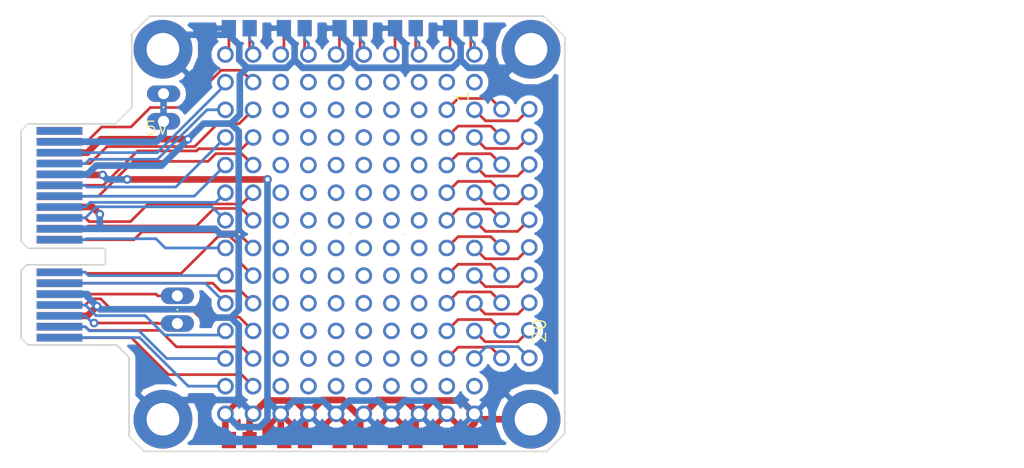
<source format=kicad_pcb>
(kicad_pcb (version 20170123) (host pcbnew "(2017-06-19 revision 6733101c6)-makepkg")

  (general
    (links 97)
    (no_connects 0)
    (area 147.28626 62.8199 241.306101 106.65835)
    (thickness 1.6)
    (drawings 71)
    (tracks 362)
    (zones 0)
    (modules 24)
    (nets 60)
  )

  (page A4)
  (layers
    (0 Top signal)
    (31 Bottom signal)
    (32 B.Adhes user)
    (33 F.Adhes user)
    (34 B.Paste user)
    (35 F.Paste user)
    (36 B.SilkS user)
    (37 F.SilkS user)
    (38 B.Mask user)
    (39 F.Mask user)
    (40 Dwgs.User user)
    (41 Cmts.User user)
    (42 Eco1.User user)
    (43 Eco2.User user)
    (44 Edge.Cuts user)
    (45 Margin user)
    (46 B.CrtYd user)
    (47 F.CrtYd user)
    (48 B.Fab user)
    (49 F.Fab user)
  )

  (setup
    (last_trace_width 0.25)
    (trace_clearance 0.1524)
    (zone_clearance 0.508)
    (zone_45_only yes)
    (trace_min 0.2)
    (segment_width 0.2)
    (edge_width 0.15)
    (via_size 0.8)
    (via_drill 0.4)
    (via_min_size 0.4)
    (via_min_drill 0.3)
    (uvia_size 0.3)
    (uvia_drill 0.1)
    (uvias_allowed no)
    (uvia_min_size 0.2)
    (uvia_min_drill 0.1)
    (pcb_text_width 0.3)
    (pcb_text_size 1.5 1.5)
    (mod_edge_width 0.15)
    (mod_text_size 1 1)
    (mod_text_width 0.15)
    (pad_size 1.524 1.524)
    (pad_drill 0.762)
    (pad_to_mask_clearance 0.2)
    (aux_axis_origin 0 0)
    (visible_elements 7FFFFFFF)
    (pcbplotparams
      (layerselection 0x00030_ffffffff)
      (usegerberextensions false)
      (excludeedgelayer true)
      (linewidth 0.100000)
      (plotframeref false)
      (viasonmask false)
      (mode 1)
      (useauxorigin false)
      (hpglpennumber 1)
      (hpglpenspeed 20)
      (hpglpendiameter 15)
      (psnegative false)
      (psa4output false)
      (plotreference true)
      (plotvalue true)
      (plotinvisibletext false)
      (padsonsilk false)
      (subtractmaskfromsilk false)
      (outputformat 1)
      (mirror false)
      (drillshape 1)
      (scaleselection 1)
      (outputdirectory ""))
  )

  (net 0 "")
  (net 1 B2)
  (net 2 B4)
  (net 3 B6)
  (net 4 B7)
  (net 5 B10)
  (net 6 B11)
  (net 7 B12)
  (net 8 B13)
  (net 9 CLK)
  (net 10 B17)
  (net 11 B18)
  (net 12 A3)
  (net 13 A4)
  (net 14 A6)
  (net 15 A7)
  (net 16 A8)
  (net 17 A9)
  (net 18 A11)
  (net 19 A12)
  (net 20 A13)
  (net 21 A15)
  (net 22 !RST)
  (net 23 A17)
  (net 24 A18)
  (net 25 B15)
  (net 26 +3V3)
  (net 27 N$1)
  (net 28 N$2)
  (net 29 N$3)
  (net 30 N$4)
  (net 31 N$5)
  (net 32 N$6)
  (net 33 N$7)
  (net 34 N$8)
  (net 35 N$9)
  (net 36 N$10)
  (net 37 C20)
  (net 38 C18)
  (net 39 C16)
  (net 40 C14)
  (net 41 C12)
  (net 42 C10)
  (net 43 C8)
  (net 44 C6)
  (net 45 C4)
  (net 46 C2)
  (net 47 C19)
  (net 48 C17)
  (net 49 C15)
  (net 50 C13)
  (net 51 C11)
  (net 52 C9)
  (net 53 C7)
  (net 54 C5)
  (net 55 C3)
  (net 56 C1)
  (net 57 +5V)
  (net 58 GND)
  (net 59 B9)

  (net_class Default "This is the default net class."
    (clearance 0.1524)
    (trace_width 0.25)
    (via_dia 0.8)
    (via_drill 0.4)
    (uvia_dia 0.3)
    (uvia_drill 0.1)
    (add_net !RST)
    (add_net A11)
    (add_net A12)
    (add_net A13)
    (add_net A15)
    (add_net A17)
    (add_net A18)
    (add_net A3)
    (add_net A4)
    (add_net A6)
    (add_net A7)
    (add_net A8)
    (add_net A9)
    (add_net B10)
    (add_net B11)
    (add_net B12)
    (add_net B13)
    (add_net B15)
    (add_net B17)
    (add_net B18)
    (add_net B2)
    (add_net B4)
    (add_net B6)
    (add_net B7)
    (add_net B9)
    (add_net C1)
    (add_net C10)
    (add_net C11)
    (add_net C12)
    (add_net C13)
    (add_net C14)
    (add_net C15)
    (add_net C16)
    (add_net C17)
    (add_net C18)
    (add_net C19)
    (add_net C2)
    (add_net C20)
    (add_net C3)
    (add_net C4)
    (add_net C5)
    (add_net C6)
    (add_net C7)
    (add_net C8)
    (add_net C9)
    (add_net CLK)
    (add_net N$1)
    (add_net N$10)
    (add_net N$2)
    (add_net N$3)
    (add_net N$4)
    (add_net N$5)
    (add_net N$6)
    (add_net N$7)
    (add_net N$8)
    (add_net N$9)
  )

  (net_class Power ""
    (clearance 0.1524)
    (trace_width 0.6096)
    (via_dia 0.8)
    (via_drill 0.4)
    (uvia_dia 0.3)
    (uvia_drill 0.1)
    (add_net +3V3)
    (add_net +5V)
    (add_net GND)
  )

  (module XSLICE-SMALL (layer Top) (tedit 0) (tstamp 59D8A030)
    (at 189.501 85.1536)
    (fp_text reference U$1 (at 0 0) (layer F.SilkS) hide
      (effects (font (thickness 0.15)))
    )
    (fp_text value XSLICEXSLICE-SMALL (at 0 0) (layer F.SilkS) hide
      (effects (font (thickness 0.15)))
    )
    (fp_poly (pts (xy -34.575 2.42) (xy -39.755 2.42) (xy -40.25 3.035) (xy -40.255 9.03)
      (xy -39.76 9.685) (xy -34.545 9.69)) (layer F.Mask) (width 0))
    (fp_poly (pts (xy -34.575 2.42) (xy -39.755 2.42) (xy -40.25 3.035) (xy -40.255 9.03)
      (xy -39.76 9.685) (xy -34.545 9.69)) (layer B.Mask) (width 0))
    (fp_poly (pts (xy -34.58 -10.61) (xy -39.75 -10.61) (xy -40.255 -9.96) (xy -40.255 0.04)
      (xy -39.755 0.665) (xy -34.575 0.665)) (layer F.Mask) (width 0))
    (fp_poly (pts (xy -34.58 -10.61) (xy -39.75 -10.61) (xy -40.255 -9.96) (xy -40.255 0.04)
      (xy -39.755 0.665) (xy -34.575 0.665)) (layer B.Mask) (width 0))
    (fp_line (start 0 0) (end 0 0) (layer Edge.Cuts) (width 0.05))
    (fp_arc (start 0 0) (end 0 0) (angle -100) (layer Edge.Cuts) (width 0.05))
    (fp_arc (start 0 0) (end 0 0) (angle -100) (layer Edge.Cuts) (width 0.05))
    (fp_line (start 0 0) (end 0 0) (layer Edge.Cuts) (width 0.05))
    (fp_arc (start 0 0) (end 0 0) (angle -100) (layer Edge.Cuts) (width 0.05))
    (fp_line (start 0 0) (end 0 0) (layer Edge.Cuts) (width 0.05))
    (fp_line (start 0 0) (end 0 0) (layer Edge.Cuts) (width 0.05))
    (fp_arc (start 0 0) (end 0 0) (angle 100) (layer Edge.Cuts) (width 0.05))
    (fp_arc (start 0 0) (end 0 0) (angle -100) (layer Edge.Cuts) (width 0.05))
    (fp_line (start 0 0) (end 0 0) (layer Edge.Cuts) (width 0.05))
    (fp_arc (start 0 0) (end 0 0) (angle 100) (layer Edge.Cuts) (width 0.05))
    (fp_line (start 0 0) (end 0 0) (layer Edge.Cuts) (width 0.05))
    (fp_line (start 0 0) (end 0 0) (layer Edge.Cuts) (width 0.05))
    (fp_line (start 0 0) (end 0 0) (layer Edge.Cuts) (width 0.05))
    (fp_line (start 0 0) (end 0 0) (layer Edge.Cuts) (width 0.05))
    (fp_line (start 0 0) (end 0 0) (layer Edge.Cuts) (width 0.05))
    (fp_line (start 0 0) (end 0 0) (layer Edge.Cuts) (width 0.05))
    (fp_line (start 0 0) (end 0 0) (layer Edge.Cuts) (width 0.05))
    (fp_line (start 0 0) (end 0 0) (layer Edge.Cuts) (width 0.05))
    (fp_arc (start 0 0) (end 0 0) (angle 180) (layer Edge.Cuts) (width 0.05))
    (fp_line (start 0 0) (end 0 0) (layer Edge.Cuts) (width 0.05))
    (fp_line (start 0 0) (end 0 0) (layer Edge.Cuts) (width 0.05))
    (pad H1 thru_hole circle (at 6.535 16.54 180) (size 5.4 5.4) (drill 3) (layers *.Cu *.Mask)
      (net 58 GND))
    (pad H3 thru_hole circle (at 6.535 -17.46 180) (size 5.4 5.4) (drill 3) (layers *.Cu *.Mask)
      (net 58 GND))
    (pad H2 thru_hole circle (at -27.255 -17.46 180) (size 5.4 5.4) (drill 3) (layers *.Cu *.Mask)
      (net 58 GND))
    (pad H0 thru_hole circle (at -27.255 16.54 180) (size 5.4 5.4) (drill 3) (layers *.Cu *.Mask)
      (net 58 GND))
    (pad "" np_thru_hole circle (at -29.255 1.54) (size 2.5 2.5) (drill 2.5) (layers *.Cu))
    (pad A1 smd rect (at -36.755 -9.96) (size 4.2 0.7) (layers Bottom B.Paste B.Mask))
    (pad A2 smd rect (at -36.755 -8.96) (size 4.2 0.7) (layers Bottom B.Paste B.Mask)
      (net 57 +5V))
    (pad A3 smd rect (at -36.755 -7.96) (size 4.2 0.7) (layers Bottom B.Paste B.Mask)
      (net 12 A3))
    (pad A4 smd rect (at -36.755 -6.96) (size 4.2 0.7) (layers Bottom B.Paste B.Mask)
      (net 13 A4))
    (pad A5 smd rect (at -36.755 -5.96) (size 4.2 0.7) (layers Bottom B.Paste B.Mask)
      (net 58 GND))
    (pad A6 smd rect (at -36.755 -4.96) (size 4.2 0.7) (layers Bottom B.Paste B.Mask)
      (net 14 A6))
    (pad A7 smd rect (at -36.755 -3.96) (size 4.2 0.7) (layers Bottom B.Paste B.Mask)
      (net 15 A7))
    (pad A8 smd rect (at -36.755 -2.96) (size 4.2 0.7) (layers Bottom B.Paste B.Mask)
      (net 16 A8))
    (pad A9 smd rect (at -36.755 -1.96) (size 4.2 0.7) (layers Bottom B.Paste B.Mask)
      (net 17 A9))
    (pad A10 smd rect (at -36.755 -0.96) (size 4.2 0.7) (layers Bottom B.Paste B.Mask)
      (net 58 GND))
    (pad A11 smd rect (at -36.755 0.04) (size 4.2 0.7) (layers Bottom B.Paste B.Mask)
      (net 18 A11))
    (pad A12 smd rect (at -36.755 3.04) (size 4.2 0.7) (layers Bottom B.Paste B.Mask)
      (net 19 A12))
    (pad A13 smd rect (at -36.755 4.04) (size 4.2 0.7) (layers Bottom B.Paste B.Mask)
      (net 20 A13))
    (pad A14 smd rect (at -36.755 5.04) (size 4.2 0.7) (layers Bottom B.Paste B.Mask)
      (net 58 GND))
    (pad A15 smd rect (at -36.755 6.04) (size 4.2 0.7) (layers Bottom B.Paste B.Mask)
      (net 21 A15))
    (pad A16 smd rect (at -36.755 7.04) (size 4.2 0.7) (layers Bottom B.Paste B.Mask)
      (net 22 !RST))
    (pad A17 smd rect (at -36.755 8.04) (size 4.2 0.7) (layers Bottom B.Paste B.Mask)
      (net 23 A17))
    (pad A18 smd rect (at -36.755 9.04) (size 4.2 0.7) (layers Bottom B.Paste B.Mask)
      (net 24 A18))
    (pad B1 smd rect (at -36.755 -9.96 180) (size 4.2 0.7) (layers Top F.Paste F.Mask))
    (pad B2 smd rect (at -36.755 -8.96 180) (size 4.2 0.7) (layers Top F.Paste F.Mask)
      (net 1 B2))
    (pad B3 smd rect (at -36.755 -7.96 180) (size 4.2 0.7) (layers Top F.Paste F.Mask)
      (net 58 GND))
    (pad B4 smd rect (at -36.755 -6.96 180) (size 4.2 0.7) (layers Top F.Paste F.Mask)
      (net 2 B4))
    (pad B5 smd rect (at -36.755 -5.96 180) (size 4.2 0.7) (layers Top F.Paste F.Mask)
      (net 26 +3V3))
    (pad B6 smd rect (at -36.755 -4.96 180) (size 4.2 0.7) (layers Top F.Paste F.Mask)
      (net 3 B6))
    (pad B7 smd rect (at -36.755 -3.96 180) (size 4.2 0.7) (layers Top F.Paste F.Mask)
      (net 4 B7))
    (pad B8 smd rect (at -36.755 -2.96 180) (size 4.2 0.7) (layers Top F.Paste F.Mask)
      (net 58 GND))
    (pad B9 smd rect (at -36.755 -1.96 180) (size 4.2 0.7) (layers Top F.Paste F.Mask)
      (net 59 B9))
    (pad B10 smd rect (at -36.755 -0.96 180) (size 4.2 0.7) (layers Top F.Paste F.Mask)
      (net 5 B10))
    (pad B11 smd rect (at -36.755 0.04 180) (size 4.2 0.7) (layers Top F.Paste F.Mask)
      (net 6 B11))
    (pad B12 smd rect (at -36.755 3.04 180) (size 4.2 0.7) (layers Top F.Paste F.Mask)
      (net 7 B12))
    (pad B13 smd rect (at -36.755 4.04 180) (size 4.2 0.7) (layers Top F.Paste F.Mask)
      (net 8 B13))
    (pad B14 smd rect (at -36.755 5.04 180) (size 4.2 0.7) (layers Top F.Paste F.Mask)
      (net 9 CLK))
    (pad B15 smd rect (at -36.755 6.04 180) (size 4.2 0.7) (layers Top F.Paste F.Mask)
      (net 25 B15))
    (pad B16 smd rect (at -36.755 7.04 180) (size 4.2 0.7) (layers Top F.Paste F.Mask)
      (net 58 GND))
    (pad B17 smd rect (at -36.755 8.04 180) (size 4.2 0.7) (layers Top F.Paste F.Mask)
      (net 10 B17))
    (pad B18 smd rect (at -36.755 9.04 180) (size 4.2 0.7) (layers Top F.Paste F.Mask)
      (net 11 B18))
  )

  (module 2X14 (layer Top) (tedit 0) (tstamp 59D8A076)
    (at 169.251 84.6836 90)
    (descr "<b>PIN HEADER</b>")
    (fp_text reference JP1 (at -17.78 -3.175 90) (layer F.SilkS) hide
      (effects (font (size 1.2065 1.2065) (thickness 0.127)) (justify left bottom))
    )
    (fp_text value "" (at -17.78 4.445 90) (layer F.SilkS)
      (effects (font (size 1.2065 1.2065) (thickness 0.09652)) (justify left bottom))
    )
    (fp_poly (pts (xy 16.256 1.524) (xy 16.764 1.524) (xy 16.764 1.016) (xy 16.256 1.016)) (layer F.Fab) (width 0))
    (fp_poly (pts (xy 16.256 -1.016) (xy 16.764 -1.016) (xy 16.764 -1.524) (xy 16.256 -1.524)) (layer F.Fab) (width 0))
    (fp_poly (pts (xy 13.716 1.524) (xy 14.224 1.524) (xy 14.224 1.016) (xy 13.716 1.016)) (layer F.Fab) (width 0))
    (fp_poly (pts (xy 13.716 -1.016) (xy 14.224 -1.016) (xy 14.224 -1.524) (xy 13.716 -1.524)) (layer F.Fab) (width 0))
    (fp_poly (pts (xy 11.176 1.524) (xy 11.684 1.524) (xy 11.684 1.016) (xy 11.176 1.016)) (layer F.Fab) (width 0))
    (fp_poly (pts (xy 11.176 -1.016) (xy 11.684 -1.016) (xy 11.684 -1.524) (xy 11.176 -1.524)) (layer F.Fab) (width 0))
    (fp_poly (pts (xy 8.636 1.524) (xy 9.144 1.524) (xy 9.144 1.016) (xy 8.636 1.016)) (layer F.Fab) (width 0))
    (fp_poly (pts (xy 8.636 -1.016) (xy 9.144 -1.016) (xy 9.144 -1.524) (xy 8.636 -1.524)) (layer F.Fab) (width 0))
    (fp_poly (pts (xy 6.096 1.524) (xy 6.604 1.524) (xy 6.604 1.016) (xy 6.096 1.016)) (layer F.Fab) (width 0))
    (fp_poly (pts (xy 6.096 -1.016) (xy 6.604 -1.016) (xy 6.604 -1.524) (xy 6.096 -1.524)) (layer F.Fab) (width 0))
    (fp_poly (pts (xy 3.556 1.524) (xy 4.064 1.524) (xy 4.064 1.016) (xy 3.556 1.016)) (layer F.Fab) (width 0))
    (fp_poly (pts (xy 3.556 -1.016) (xy 4.064 -1.016) (xy 4.064 -1.524) (xy 3.556 -1.524)) (layer F.Fab) (width 0))
    (fp_poly (pts (xy 1.016 1.524) (xy 1.524 1.524) (xy 1.524 1.016) (xy 1.016 1.016)) (layer F.Fab) (width 0))
    (fp_poly (pts (xy 1.016 -1.016) (xy 1.524 -1.016) (xy 1.524 -1.524) (xy 1.016 -1.524)) (layer F.Fab) (width 0))
    (fp_poly (pts (xy -1.524 1.524) (xy -1.016 1.524) (xy -1.016 1.016) (xy -1.524 1.016)) (layer F.Fab) (width 0))
    (fp_poly (pts (xy -1.524 -1.016) (xy -1.016 -1.016) (xy -1.016 -1.524) (xy -1.524 -1.524)) (layer F.Fab) (width 0))
    (fp_poly (pts (xy -4.064 1.524) (xy -3.556 1.524) (xy -3.556 1.016) (xy -4.064 1.016)) (layer F.Fab) (width 0))
    (fp_poly (pts (xy -6.604 1.524) (xy -6.096 1.524) (xy -6.096 1.016) (xy -6.604 1.016)) (layer F.Fab) (width 0))
    (fp_poly (pts (xy -9.144 1.524) (xy -8.636 1.524) (xy -8.636 1.016) (xy -9.144 1.016)) (layer F.Fab) (width 0))
    (fp_poly (pts (xy -4.064 -1.016) (xy -3.556 -1.016) (xy -3.556 -1.524) (xy -4.064 -1.524)) (layer F.Fab) (width 0))
    (fp_poly (pts (xy -6.604 -1.016) (xy -6.096 -1.016) (xy -6.096 -1.524) (xy -6.604 -1.524)) (layer F.Fab) (width 0))
    (fp_poly (pts (xy -9.144 -1.016) (xy -8.636 -1.016) (xy -8.636 -1.524) (xy -9.144 -1.524)) (layer F.Fab) (width 0))
    (fp_poly (pts (xy -11.684 1.524) (xy -11.176 1.524) (xy -11.176 1.016) (xy -11.684 1.016)) (layer F.Fab) (width 0))
    (fp_poly (pts (xy -11.684 -1.016) (xy -11.176 -1.016) (xy -11.176 -1.524) (xy -11.684 -1.524)) (layer F.Fab) (width 0))
    (fp_poly (pts (xy -14.224 1.524) (xy -13.716 1.524) (xy -13.716 1.016) (xy -14.224 1.016)) (layer F.Fab) (width 0))
    (fp_poly (pts (xy -14.224 -1.016) (xy -13.716 -1.016) (xy -13.716 -1.524) (xy -14.224 -1.524)) (layer F.Fab) (width 0))
    (fp_poly (pts (xy -16.764 -1.016) (xy -16.256 -1.016) (xy -16.256 -1.524) (xy -16.764 -1.524)) (layer F.Fab) (width 0))
    (fp_poly (pts (xy -16.764 1.524) (xy -16.256 1.524) (xy -16.256 1.016) (xy -16.764 1.016)) (layer F.Fab) (width 0))
    (fp_line (start 0 0) (end 0 0) (layer F.SilkS) (width 0.1524))
    (fp_line (start 0 0) (end 0 0) (layer F.SilkS) (width 0.1524))
    (fp_line (start 0 0) (end 0 0) (layer F.SilkS) (width 0.1524))
    (fp_line (start 0 0) (end 0 0) (layer F.SilkS) (width 0.1524))
    (fp_line (start 0 0) (end 0 0) (layer F.SilkS) (width 0.1524))
    (fp_line (start 0 0) (end 0 0) (layer F.SilkS) (width 0.1524))
    (fp_line (start 0 0) (end 0 0) (layer F.SilkS) (width 0.1524))
    (fp_line (start 0 0) (end 0 0) (layer F.SilkS) (width 0.1524))
    (fp_line (start 0 0) (end 0 0) (layer F.SilkS) (width 0.1524))
    (fp_line (start 0 0) (end 0 0) (layer F.SilkS) (width 0.1524))
    (fp_line (start 0 0) (end 0 0) (layer F.SilkS) (width 0.1524))
    (fp_line (start 0 0) (end 0 0) (layer F.SilkS) (width 0.1524))
    (fp_line (start 0 0) (end 0 0) (layer F.SilkS) (width 0.1524))
    (fp_line (start 0 0) (end 0 0) (layer F.SilkS) (width 0.1524))
    (fp_line (start 0 0) (end 0 0) (layer F.SilkS) (width 0.1524))
    (fp_line (start 0 0) (end 0 0) (layer F.SilkS) (width 0.1524))
    (fp_line (start 0 0) (end 0 0) (layer F.SilkS) (width 0.1524))
    (fp_line (start 0 0) (end 0 0) (layer F.SilkS) (width 0.1524))
    (fp_line (start 0 0) (end 0 0) (layer F.SilkS) (width 0.1524))
    (fp_line (start 0 0) (end 0 0) (layer F.SilkS) (width 0.1524))
    (fp_line (start 0 0) (end 0 0) (layer F.SilkS) (width 0.1524))
    (fp_line (start 0 0) (end 0 0) (layer F.SilkS) (width 0.1524))
    (fp_line (start 0 0) (end 0 0) (layer F.SilkS) (width 0.1524))
    (fp_line (start 0 0) (end 0 0) (layer F.SilkS) (width 0.1524))
    (fp_line (start 0 0) (end 0 0) (layer F.SilkS) (width 0.1524))
    (fp_line (start 0 0) (end 0 0) (layer F.SilkS) (width 0.1524))
    (fp_line (start 0 0) (end 0 0) (layer F.SilkS) (width 0.1524))
    (fp_line (start 0 0) (end 0 0) (layer F.SilkS) (width 0.1524))
    (fp_line (start 0 0) (end 0 0) (layer F.SilkS) (width 0.1524))
    (fp_line (start 0 0) (end 0 0) (layer F.SilkS) (width 0.1524))
    (fp_line (start 0 0) (end 0 0) (layer F.SilkS) (width 0.1524))
    (fp_line (start 0 0) (end 0 0) (layer F.SilkS) (width 0.1524))
    (fp_line (start 0 0) (end 0 0) (layer F.SilkS) (width 0.1524))
    (fp_line (start 0 0) (end 0 0) (layer F.SilkS) (width 0.1524))
    (fp_line (start 0 0) (end 0 0) (layer F.SilkS) (width 0.1524))
    (fp_line (start 0 0) (end 0 0) (layer F.SilkS) (width 0.1524))
    (fp_line (start 0 0) (end 0 0) (layer F.SilkS) (width 0.1524))
    (fp_line (start 0 0) (end 0 0) (layer F.SilkS) (width 0.1524))
    (fp_line (start 0 0) (end 0 0) (layer F.SilkS) (width 0.1524))
    (fp_line (start 0 0) (end 0 0) (layer F.SilkS) (width 0.1524))
    (fp_line (start 0 0) (end 0 0) (layer F.SilkS) (width 0.1524))
    (fp_line (start 0 0) (end 0 0) (layer F.SilkS) (width 0.1524))
    (fp_line (start 0 0) (end 0 0) (layer F.SilkS) (width 0.1524))
    (fp_line (start 0 0) (end 0 0) (layer F.SilkS) (width 0.1524))
    (fp_line (start 0 0) (end 0 0) (layer F.SilkS) (width 0.1524))
    (fp_line (start 0 0) (end 0 0) (layer F.SilkS) (width 0.1524))
    (fp_line (start 0 0) (end 0 0) (layer F.SilkS) (width 0.1524))
    (fp_line (start 0 0) (end 0 0) (layer F.SilkS) (width 0.1524))
    (fp_line (start 0 0) (end 0 0) (layer F.SilkS) (width 0.1524))
    (fp_line (start 0 0) (end 0 0) (layer F.SilkS) (width 0.1524))
    (fp_line (start 0 0) (end 0 0) (layer F.SilkS) (width 0.1524))
    (fp_line (start 0 0) (end 0 0) (layer F.SilkS) (width 0.1524))
    (fp_line (start 0 0) (end 0 0) (layer F.SilkS) (width 0.1524))
    (fp_line (start 0 0) (end 0 0) (layer F.SilkS) (width 0.1524))
    (fp_line (start 0 0) (end 0 0) (layer F.SilkS) (width 0.1524))
    (fp_line (start 0 0) (end 0 0) (layer F.SilkS) (width 0.1524))
    (fp_line (start 0 0) (end 0 0) (layer F.SilkS) (width 0.1524))
    (fp_line (start 0 0) (end 0 0) (layer F.SilkS) (width 0.1524))
    (fp_line (start 0 0) (end 0 0) (layer F.SilkS) (width 0.1524))
    (fp_line (start 0 0) (end 0 0) (layer F.SilkS) (width 0.1524))
    (fp_line (start 0 0) (end 0 0) (layer F.SilkS) (width 0.1524))
    (fp_line (start 0 0) (end 0 0) (layer F.SilkS) (width 0.1524))
    (fp_line (start 0 0) (end 0 0) (layer F.SilkS) (width 0.1524))
    (fp_line (start 0 0) (end 0 0) (layer F.SilkS) (width 0.1524))
    (fp_line (start 0 0) (end 0 0) (layer F.SilkS) (width 0.1524))
    (fp_line (start 0 0) (end 0 0) (layer F.SilkS) (width 0.1524))
    (fp_line (start 0 0) (end 0 0) (layer F.SilkS) (width 0.1524))
    (fp_line (start 0 0) (end 0 0) (layer F.SilkS) (width 0.1524))
    (fp_line (start 0 0) (end 0 0) (layer F.SilkS) (width 0.1524))
    (fp_line (start 0 0) (end 0 0) (layer F.SilkS) (width 0.1524))
    (fp_line (start 0 0) (end 0 0) (layer F.SilkS) (width 0.1524))
    (fp_line (start 0 0) (end 0 0) (layer F.SilkS) (width 0.1524))
    (fp_line (start 0 0) (end 0 0) (layer F.SilkS) (width 0.1524))
    (fp_line (start 0 0) (end 0 0) (layer F.SilkS) (width 0.1524))
    (fp_line (start 0 0) (end 0 0) (layer F.SilkS) (width 0.1524))
    (fp_line (start 0 0) (end 0 0) (layer F.SilkS) (width 0.1524))
    (fp_line (start 0 0) (end 0 0) (layer F.SilkS) (width 0.1524))
    (fp_line (start 0 0) (end 0 0) (layer F.SilkS) (width 0.1524))
    (fp_line (start 0 0) (end 0 0) (layer F.SilkS) (width 0.1524))
    (fp_line (start 0 0) (end 0 0) (layer F.SilkS) (width 0.1524))
    (fp_line (start 0 0) (end 0 0) (layer F.SilkS) (width 0.1524))
    (fp_line (start 0 0) (end 0 0) (layer F.SilkS) (width 0.1524))
    (fp_line (start 0 0) (end 0 0) (layer F.SilkS) (width 0.1524))
    (fp_line (start 0 0) (end 0 0) (layer F.SilkS) (width 0.1524))
    (fp_line (start 0 0) (end 0 0) (layer F.SilkS) (width 0.1524))
    (fp_line (start 0 0) (end 0 0) (layer F.SilkS) (width 0.1524))
    (fp_line (start 0 0) (end 0 0) (layer F.SilkS) (width 0.1524))
    (fp_line (start 0 0) (end 0 0) (layer F.SilkS) (width 0.1524))
    (fp_line (start 0 0) (end 0 0) (layer F.SilkS) (width 0.1524))
    (fp_line (start 0 0) (end 0 0) (layer F.SilkS) (width 0.1524))
    (fp_line (start 0 0) (end 0 0) (layer F.SilkS) (width 0.1524))
    (fp_line (start 0 0) (end 0 0) (layer F.SilkS) (width 0.1524))
    (fp_line (start 0 0) (end 0 0) (layer F.SilkS) (width 0.1524))
    (fp_line (start 0 0) (end 0 0) (layer F.SilkS) (width 0.1524))
    (fp_line (start 0 0) (end 0 0) (layer F.SilkS) (width 0.1524))
    (fp_line (start 0 0) (end 0 0) (layer F.SilkS) (width 0.1524))
    (fp_line (start 0 0) (end 0 0) (layer F.SilkS) (width 0.1524))
    (fp_line (start 0 0) (end 0 0) (layer F.SilkS) (width 0.1524))
    (fp_line (start 0 0) (end 0 0) (layer F.SilkS) (width 0.1524))
    (pad 28 thru_hole circle (at 16.51 -1.27 90) (size 1.524 1.524) (drill 1.016) (layers *.Cu *.Mask)
      (net 28 N$2))
    (pad 27 thru_hole circle (at 16.51 1.27 90) (size 1.524 1.524) (drill 1.016) (layers *.Cu *.Mask)
      (net 27 N$1))
    (pad 26 thru_hole circle (at 13.97 -1.27 90) (size 1.524 1.524) (drill 1.016) (layers *.Cu *.Mask)
      (net 12 A3))
    (pad 25 thru_hole circle (at 13.97 1.27 90) (size 1.524 1.524) (drill 1.016) (layers *.Cu *.Mask)
      (net 1 B2))
    (pad 24 thru_hole circle (at 11.43 -1.27 90) (size 1.524 1.524) (drill 1.016) (layers *.Cu *.Mask)
      (net 13 A4))
    (pad 23 thru_hole circle (at 11.43 1.27 90) (size 1.524 1.524) (drill 1.016) (layers *.Cu *.Mask)
      (net 2 B4))
    (pad 22 thru_hole circle (at 8.89 -1.27 90) (size 1.524 1.524) (drill 1.016) (layers *.Cu *.Mask)
      (net 14 A6))
    (pad 21 thru_hole circle (at 8.89 1.27 90) (size 1.524 1.524) (drill 1.016) (layers *.Cu *.Mask)
      (net 3 B6))
    (pad 20 thru_hole circle (at 6.35 -1.27 90) (size 1.524 1.524) (drill 1.016) (layers *.Cu *.Mask)
      (net 15 A7))
    (pad 19 thru_hole circle (at 6.35 1.27 90) (size 1.524 1.524) (drill 1.016) (layers *.Cu *.Mask)
      (net 4 B7))
    (pad 18 thru_hole circle (at 3.81 -1.27 90) (size 1.524 1.524) (drill 1.016) (layers *.Cu *.Mask)
      (net 16 A8))
    (pad 17 thru_hole circle (at 3.81 1.27 90) (size 1.524 1.524) (drill 1.016) (layers *.Cu *.Mask)
      (net 59 B9))
    (pad 16 thru_hole circle (at 1.27 -1.27 90) (size 1.524 1.524) (drill 1.016) (layers *.Cu *.Mask)
      (net 17 A9))
    (pad 15 thru_hole circle (at 1.27 1.27 90) (size 1.524 1.524) (drill 1.016) (layers *.Cu *.Mask)
      (net 5 B10))
    (pad 14 thru_hole circle (at -1.27 -1.27 90) (size 1.524 1.524) (drill 1.016) (layers *.Cu *.Mask)
      (net 18 A11))
    (pad 13 thru_hole circle (at -1.27 1.27 90) (size 1.524 1.524) (drill 1.016) (layers *.Cu *.Mask)
      (net 6 B11))
    (pad 12 thru_hole circle (at -3.81 -1.27 90) (size 1.524 1.524) (drill 1.016) (layers *.Cu *.Mask)
      (net 19 A12))
    (pad 11 thru_hole circle (at -3.81 1.27 90) (size 1.524 1.524) (drill 1.016) (layers *.Cu *.Mask)
      (net 7 B12))
    (pad 10 thru_hole circle (at -6.35 -1.27 90) (size 1.524 1.524) (drill 1.016) (layers *.Cu *.Mask)
      (net 20 A13))
    (pad 9 thru_hole circle (at -6.35 1.27 90) (size 1.524 1.524) (drill 1.016) (layers *.Cu *.Mask)
      (net 8 B13))
    (pad 8 thru_hole circle (at -8.89 -1.27 90) (size 1.524 1.524) (drill 1.016) (layers *.Cu *.Mask)
      (net 21 A15))
    (pad 7 thru_hole circle (at -8.89 1.27 90) (size 1.524 1.524) (drill 1.016) (layers *.Cu *.Mask)
      (net 25 B15))
    (pad 6 thru_hole circle (at -11.43 -1.27 90) (size 1.524 1.524) (drill 1.016) (layers *.Cu *.Mask)
      (net 23 A17))
    (pad 5 thru_hole circle (at -11.43 1.27 90) (size 1.524 1.524) (drill 1.016) (layers *.Cu *.Mask)
      (net 10 B17))
    (pad 4 thru_hole circle (at -13.97 -1.27 90) (size 1.524 1.524) (drill 1.016) (layers *.Cu *.Mask)
      (net 24 A18))
    (pad 3 thru_hole circle (at -13.97 1.27 90) (size 1.524 1.524) (drill 1.016) (layers *.Cu *.Mask)
      (net 11 B18))
    (pad 2 thru_hole circle (at -16.51 -1.27 90) (size 1.524 1.524) (drill 1.016) (layers *.Cu *.Mask)
      (net 26 +3V3))
    (pad 1 thru_hole circle (at -16.51 1.27 90) (size 1.524 1.524) (drill 1.016) (layers *.Cu *.Mask)
      (net 58 GND))
  )

  (module 2X14 (layer Top) (tedit 0) (tstamp 59D8A114)
    (at 174.331 84.6836 90)
    (descr "<b>PIN HEADER</b>")
    (fp_text reference JP2 (at -17.78 -3.175 90) (layer F.SilkS) hide
      (effects (font (size 1.2065 1.2065) (thickness 0.127)) (justify left bottom))
    )
    (fp_text value "" (at -17.78 4.445 90) (layer F.SilkS)
      (effects (font (size 1.2065 1.2065) (thickness 0.09652)) (justify left bottom))
    )
    (fp_poly (pts (xy 16.256 1.524) (xy 16.764 1.524) (xy 16.764 1.016) (xy 16.256 1.016)) (layer F.Fab) (width 0))
    (fp_poly (pts (xy 16.256 -1.016) (xy 16.764 -1.016) (xy 16.764 -1.524) (xy 16.256 -1.524)) (layer F.Fab) (width 0))
    (fp_poly (pts (xy 13.716 1.524) (xy 14.224 1.524) (xy 14.224 1.016) (xy 13.716 1.016)) (layer F.Fab) (width 0))
    (fp_poly (pts (xy 13.716 -1.016) (xy 14.224 -1.016) (xy 14.224 -1.524) (xy 13.716 -1.524)) (layer F.Fab) (width 0))
    (fp_poly (pts (xy 11.176 1.524) (xy 11.684 1.524) (xy 11.684 1.016) (xy 11.176 1.016)) (layer F.Fab) (width 0))
    (fp_poly (pts (xy 11.176 -1.016) (xy 11.684 -1.016) (xy 11.684 -1.524) (xy 11.176 -1.524)) (layer F.Fab) (width 0))
    (fp_poly (pts (xy 8.636 1.524) (xy 9.144 1.524) (xy 9.144 1.016) (xy 8.636 1.016)) (layer F.Fab) (width 0))
    (fp_poly (pts (xy 8.636 -1.016) (xy 9.144 -1.016) (xy 9.144 -1.524) (xy 8.636 -1.524)) (layer F.Fab) (width 0))
    (fp_poly (pts (xy 6.096 1.524) (xy 6.604 1.524) (xy 6.604 1.016) (xy 6.096 1.016)) (layer F.Fab) (width 0))
    (fp_poly (pts (xy 6.096 -1.016) (xy 6.604 -1.016) (xy 6.604 -1.524) (xy 6.096 -1.524)) (layer F.Fab) (width 0))
    (fp_poly (pts (xy 3.556 1.524) (xy 4.064 1.524) (xy 4.064 1.016) (xy 3.556 1.016)) (layer F.Fab) (width 0))
    (fp_poly (pts (xy 3.556 -1.016) (xy 4.064 -1.016) (xy 4.064 -1.524) (xy 3.556 -1.524)) (layer F.Fab) (width 0))
    (fp_poly (pts (xy 1.016 1.524) (xy 1.524 1.524) (xy 1.524 1.016) (xy 1.016 1.016)) (layer F.Fab) (width 0))
    (fp_poly (pts (xy 1.016 -1.016) (xy 1.524 -1.016) (xy 1.524 -1.524) (xy 1.016 -1.524)) (layer F.Fab) (width 0))
    (fp_poly (pts (xy -1.524 1.524) (xy -1.016 1.524) (xy -1.016 1.016) (xy -1.524 1.016)) (layer F.Fab) (width 0))
    (fp_poly (pts (xy -1.524 -1.016) (xy -1.016 -1.016) (xy -1.016 -1.524) (xy -1.524 -1.524)) (layer F.Fab) (width 0))
    (fp_poly (pts (xy -4.064 1.524) (xy -3.556 1.524) (xy -3.556 1.016) (xy -4.064 1.016)) (layer F.Fab) (width 0))
    (fp_poly (pts (xy -6.604 1.524) (xy -6.096 1.524) (xy -6.096 1.016) (xy -6.604 1.016)) (layer F.Fab) (width 0))
    (fp_poly (pts (xy -9.144 1.524) (xy -8.636 1.524) (xy -8.636 1.016) (xy -9.144 1.016)) (layer F.Fab) (width 0))
    (fp_poly (pts (xy -4.064 -1.016) (xy -3.556 -1.016) (xy -3.556 -1.524) (xy -4.064 -1.524)) (layer F.Fab) (width 0))
    (fp_poly (pts (xy -6.604 -1.016) (xy -6.096 -1.016) (xy -6.096 -1.524) (xy -6.604 -1.524)) (layer F.Fab) (width 0))
    (fp_poly (pts (xy -9.144 -1.016) (xy -8.636 -1.016) (xy -8.636 -1.524) (xy -9.144 -1.524)) (layer F.Fab) (width 0))
    (fp_poly (pts (xy -11.684 1.524) (xy -11.176 1.524) (xy -11.176 1.016) (xy -11.684 1.016)) (layer F.Fab) (width 0))
    (fp_poly (pts (xy -11.684 -1.016) (xy -11.176 -1.016) (xy -11.176 -1.524) (xy -11.684 -1.524)) (layer F.Fab) (width 0))
    (fp_poly (pts (xy -14.224 1.524) (xy -13.716 1.524) (xy -13.716 1.016) (xy -14.224 1.016)) (layer F.Fab) (width 0))
    (fp_poly (pts (xy -14.224 -1.016) (xy -13.716 -1.016) (xy -13.716 -1.524) (xy -14.224 -1.524)) (layer F.Fab) (width 0))
    (fp_poly (pts (xy -16.764 -1.016) (xy -16.256 -1.016) (xy -16.256 -1.524) (xy -16.764 -1.524)) (layer F.Fab) (width 0))
    (fp_poly (pts (xy -16.764 1.524) (xy -16.256 1.524) (xy -16.256 1.016) (xy -16.764 1.016)) (layer F.Fab) (width 0))
    (fp_line (start 0 0) (end 0 0) (layer F.SilkS) (width 0.1524))
    (fp_line (start 0 0) (end 0 0) (layer F.SilkS) (width 0.1524))
    (fp_line (start 0 0) (end 0 0) (layer F.SilkS) (width 0.1524))
    (fp_line (start 0 0) (end 0 0) (layer F.SilkS) (width 0.1524))
    (fp_line (start 0 0) (end 0 0) (layer F.SilkS) (width 0.1524))
    (fp_line (start 0 0) (end 0 0) (layer F.SilkS) (width 0.1524))
    (fp_line (start 0 0) (end 0 0) (layer F.SilkS) (width 0.1524))
    (fp_line (start 0 0) (end 0 0) (layer F.SilkS) (width 0.1524))
    (fp_line (start 0 0) (end 0 0) (layer F.SilkS) (width 0.1524))
    (fp_line (start 0 0) (end 0 0) (layer F.SilkS) (width 0.1524))
    (fp_line (start 0 0) (end 0 0) (layer F.SilkS) (width 0.1524))
    (fp_line (start 0 0) (end 0 0) (layer F.SilkS) (width 0.1524))
    (fp_line (start 0 0) (end 0 0) (layer F.SilkS) (width 0.1524))
    (fp_line (start 0 0) (end 0 0) (layer F.SilkS) (width 0.1524))
    (fp_line (start 0 0) (end 0 0) (layer F.SilkS) (width 0.1524))
    (fp_line (start 0 0) (end 0 0) (layer F.SilkS) (width 0.1524))
    (fp_line (start 0 0) (end 0 0) (layer F.SilkS) (width 0.1524))
    (fp_line (start 0 0) (end 0 0) (layer F.SilkS) (width 0.1524))
    (fp_line (start 0 0) (end 0 0) (layer F.SilkS) (width 0.1524))
    (fp_line (start 0 0) (end 0 0) (layer F.SilkS) (width 0.1524))
    (fp_line (start 0 0) (end 0 0) (layer F.SilkS) (width 0.1524))
    (fp_line (start 0 0) (end 0 0) (layer F.SilkS) (width 0.1524))
    (fp_line (start 0 0) (end 0 0) (layer F.SilkS) (width 0.1524))
    (fp_line (start 0 0) (end 0 0) (layer F.SilkS) (width 0.1524))
    (fp_line (start 0 0) (end 0 0) (layer F.SilkS) (width 0.1524))
    (fp_line (start 0 0) (end 0 0) (layer F.SilkS) (width 0.1524))
    (fp_line (start 0 0) (end 0 0) (layer F.SilkS) (width 0.1524))
    (fp_line (start 0 0) (end 0 0) (layer F.SilkS) (width 0.1524))
    (fp_line (start 0 0) (end 0 0) (layer F.SilkS) (width 0.1524))
    (fp_line (start 0 0) (end 0 0) (layer F.SilkS) (width 0.1524))
    (fp_line (start 0 0) (end 0 0) (layer F.SilkS) (width 0.1524))
    (fp_line (start 0 0) (end 0 0) (layer F.SilkS) (width 0.1524))
    (fp_line (start 0 0) (end 0 0) (layer F.SilkS) (width 0.1524))
    (fp_line (start 0 0) (end 0 0) (layer F.SilkS) (width 0.1524))
    (fp_line (start 0 0) (end 0 0) (layer F.SilkS) (width 0.1524))
    (fp_line (start 0 0) (end 0 0) (layer F.SilkS) (width 0.1524))
    (fp_line (start 0 0) (end 0 0) (layer F.SilkS) (width 0.1524))
    (fp_line (start 0 0) (end 0 0) (layer F.SilkS) (width 0.1524))
    (fp_line (start 0 0) (end 0 0) (layer F.SilkS) (width 0.1524))
    (fp_line (start 0 0) (end 0 0) (layer F.SilkS) (width 0.1524))
    (fp_line (start 0 0) (end 0 0) (layer F.SilkS) (width 0.1524))
    (fp_line (start 0 0) (end 0 0) (layer F.SilkS) (width 0.1524))
    (fp_line (start 0 0) (end 0 0) (layer F.SilkS) (width 0.1524))
    (fp_line (start 0 0) (end 0 0) (layer F.SilkS) (width 0.1524))
    (fp_line (start 0 0) (end 0 0) (layer F.SilkS) (width 0.1524))
    (fp_line (start 0 0) (end 0 0) (layer F.SilkS) (width 0.1524))
    (fp_line (start 0 0) (end 0 0) (layer F.SilkS) (width 0.1524))
    (fp_line (start 0 0) (end 0 0) (layer F.SilkS) (width 0.1524))
    (fp_line (start 0 0) (end 0 0) (layer F.SilkS) (width 0.1524))
    (fp_line (start 0 0) (end 0 0) (layer F.SilkS) (width 0.1524))
    (fp_line (start 0 0) (end 0 0) (layer F.SilkS) (width 0.1524))
    (fp_line (start 0 0) (end 0 0) (layer F.SilkS) (width 0.1524))
    (fp_line (start 0 0) (end 0 0) (layer F.SilkS) (width 0.1524))
    (fp_line (start 0 0) (end 0 0) (layer F.SilkS) (width 0.1524))
    (fp_line (start 0 0) (end 0 0) (layer F.SilkS) (width 0.1524))
    (fp_line (start 0 0) (end 0 0) (layer F.SilkS) (width 0.1524))
    (fp_line (start 0 0) (end 0 0) (layer F.SilkS) (width 0.1524))
    (fp_line (start 0 0) (end 0 0) (layer F.SilkS) (width 0.1524))
    (fp_line (start 0 0) (end 0 0) (layer F.SilkS) (width 0.1524))
    (fp_line (start 0 0) (end 0 0) (layer F.SilkS) (width 0.1524))
    (fp_line (start 0 0) (end 0 0) (layer F.SilkS) (width 0.1524))
    (fp_line (start 0 0) (end 0 0) (layer F.SilkS) (width 0.1524))
    (fp_line (start 0 0) (end 0 0) (layer F.SilkS) (width 0.1524))
    (fp_line (start 0 0) (end 0 0) (layer F.SilkS) (width 0.1524))
    (fp_line (start 0 0) (end 0 0) (layer F.SilkS) (width 0.1524))
    (fp_line (start 0 0) (end 0 0) (layer F.SilkS) (width 0.1524))
    (fp_line (start 0 0) (end 0 0) (layer F.SilkS) (width 0.1524))
    (fp_line (start 0 0) (end 0 0) (layer F.SilkS) (width 0.1524))
    (fp_line (start 0 0) (end 0 0) (layer F.SilkS) (width 0.1524))
    (fp_line (start 0 0) (end 0 0) (layer F.SilkS) (width 0.1524))
    (fp_line (start 0 0) (end 0 0) (layer F.SilkS) (width 0.1524))
    (fp_line (start 0 0) (end 0 0) (layer F.SilkS) (width 0.1524))
    (fp_line (start 0 0) (end 0 0) (layer F.SilkS) (width 0.1524))
    (fp_line (start 0 0) (end 0 0) (layer F.SilkS) (width 0.1524))
    (fp_line (start 0 0) (end 0 0) (layer F.SilkS) (width 0.1524))
    (fp_line (start 0 0) (end 0 0) (layer F.SilkS) (width 0.1524))
    (fp_line (start 0 0) (end 0 0) (layer F.SilkS) (width 0.1524))
    (fp_line (start 0 0) (end 0 0) (layer F.SilkS) (width 0.1524))
    (fp_line (start 0 0) (end 0 0) (layer F.SilkS) (width 0.1524))
    (fp_line (start 0 0) (end 0 0) (layer F.SilkS) (width 0.1524))
    (fp_line (start 0 0) (end 0 0) (layer F.SilkS) (width 0.1524))
    (fp_line (start 0 0) (end 0 0) (layer F.SilkS) (width 0.1524))
    (fp_line (start 0 0) (end 0 0) (layer F.SilkS) (width 0.1524))
    (fp_line (start 0 0) (end 0 0) (layer F.SilkS) (width 0.1524))
    (fp_line (start 0 0) (end 0 0) (layer F.SilkS) (width 0.1524))
    (fp_line (start 0 0) (end 0 0) (layer F.SilkS) (width 0.1524))
    (fp_line (start 0 0) (end 0 0) (layer F.SilkS) (width 0.1524))
    (fp_line (start 0 0) (end 0 0) (layer F.SilkS) (width 0.1524))
    (fp_line (start 0 0) (end 0 0) (layer F.SilkS) (width 0.1524))
    (fp_line (start 0 0) (end 0 0) (layer F.SilkS) (width 0.1524))
    (fp_line (start 0 0) (end 0 0) (layer F.SilkS) (width 0.1524))
    (fp_line (start 0 0) (end 0 0) (layer F.SilkS) (width 0.1524))
    (fp_line (start 0 0) (end 0 0) (layer F.SilkS) (width 0.1524))
    (fp_line (start 0 0) (end 0 0) (layer F.SilkS) (width 0.1524))
    (fp_line (start 0 0) (end 0 0) (layer F.SilkS) (width 0.1524))
    (fp_line (start 0 0) (end 0 0) (layer F.SilkS) (width 0.1524))
    (fp_line (start 0 0) (end 0 0) (layer F.SilkS) (width 0.1524))
    (fp_line (start 0 0) (end 0 0) (layer F.SilkS) (width 0.1524))
    (fp_line (start 0 0) (end 0 0) (layer F.SilkS) (width 0.1524))
    (pad 28 thru_hole circle (at 16.51 -1.27 90) (size 1.524 1.524) (drill 1.016) (layers *.Cu *.Mask)
      (net 30 N$4))
    (pad 27 thru_hole circle (at 16.51 1.27 90) (size 1.524 1.524) (drill 1.016) (layers *.Cu *.Mask)
      (net 29 N$3))
    (pad 26 thru_hole circle (at 13.97 -1.27 90) (size 1.524 1.524) (drill 1.016) (layers *.Cu *.Mask))
    (pad 25 thru_hole circle (at 13.97 1.27 90) (size 1.524 1.524) (drill 1.016) (layers *.Cu *.Mask))
    (pad 24 thru_hole circle (at 11.43 -1.27 90) (size 1.524 1.524) (drill 1.016) (layers *.Cu *.Mask))
    (pad 23 thru_hole circle (at 11.43 1.27 90) (size 1.524 1.524) (drill 1.016) (layers *.Cu *.Mask))
    (pad 22 thru_hole circle (at 8.89 -1.27 90) (size 1.524 1.524) (drill 1.016) (layers *.Cu *.Mask))
    (pad 21 thru_hole circle (at 8.89 1.27 90) (size 1.524 1.524) (drill 1.016) (layers *.Cu *.Mask))
    (pad 20 thru_hole circle (at 6.35 -1.27 90) (size 1.524 1.524) (drill 1.016) (layers *.Cu *.Mask))
    (pad 19 thru_hole circle (at 6.35 1.27 90) (size 1.524 1.524) (drill 1.016) (layers *.Cu *.Mask))
    (pad 18 thru_hole circle (at 3.81 -1.27 90) (size 1.524 1.524) (drill 1.016) (layers *.Cu *.Mask))
    (pad 17 thru_hole circle (at 3.81 1.27 90) (size 1.524 1.524) (drill 1.016) (layers *.Cu *.Mask))
    (pad 16 thru_hole circle (at 1.27 -1.27 90) (size 1.524 1.524) (drill 1.016) (layers *.Cu *.Mask))
    (pad 15 thru_hole circle (at 1.27 1.27 90) (size 1.524 1.524) (drill 1.016) (layers *.Cu *.Mask))
    (pad 14 thru_hole circle (at -1.27 -1.27 90) (size 1.524 1.524) (drill 1.016) (layers *.Cu *.Mask))
    (pad 13 thru_hole circle (at -1.27 1.27 90) (size 1.524 1.524) (drill 1.016) (layers *.Cu *.Mask))
    (pad 12 thru_hole circle (at -3.81 -1.27 90) (size 1.524 1.524) (drill 1.016) (layers *.Cu *.Mask))
    (pad 11 thru_hole circle (at -3.81 1.27 90) (size 1.524 1.524) (drill 1.016) (layers *.Cu *.Mask))
    (pad 10 thru_hole circle (at -6.35 -1.27 90) (size 1.524 1.524) (drill 1.016) (layers *.Cu *.Mask))
    (pad 9 thru_hole circle (at -6.35 1.27 90) (size 1.524 1.524) (drill 1.016) (layers *.Cu *.Mask))
    (pad 8 thru_hole circle (at -8.89 -1.27 90) (size 1.524 1.524) (drill 1.016) (layers *.Cu *.Mask))
    (pad 7 thru_hole circle (at -8.89 1.27 90) (size 1.524 1.524) (drill 1.016) (layers *.Cu *.Mask))
    (pad 6 thru_hole circle (at -11.43 -1.27 90) (size 1.524 1.524) (drill 1.016) (layers *.Cu *.Mask))
    (pad 5 thru_hole circle (at -11.43 1.27 90) (size 1.524 1.524) (drill 1.016) (layers *.Cu *.Mask))
    (pad 4 thru_hole circle (at -13.97 -1.27 90) (size 1.524 1.524) (drill 1.016) (layers *.Cu *.Mask))
    (pad 3 thru_hole circle (at -13.97 1.27 90) (size 1.524 1.524) (drill 1.016) (layers *.Cu *.Mask))
    (pad 2 thru_hole circle (at -16.51 -1.27 90) (size 1.524 1.524) (drill 1.016) (layers *.Cu *.Mask)
      (net 26 +3V3))
    (pad 1 thru_hole circle (at -16.51 1.27 90) (size 1.524 1.524) (drill 1.016) (layers *.Cu *.Mask)
      (net 58 GND))
  )

  (module 2X14 (layer Top) (tedit 0) (tstamp 59D8A1B2)
    (at 179.411 84.6836 90)
    (descr "<b>PIN HEADER</b>")
    (fp_text reference JP3 (at -17.78 -3.175 90) (layer F.SilkS) hide
      (effects (font (size 1.2065 1.2065) (thickness 0.127)) (justify left bottom))
    )
    (fp_text value "" (at -17.78 4.445 90) (layer F.SilkS)
      (effects (font (size 1.2065 1.2065) (thickness 0.09652)) (justify left bottom))
    )
    (fp_poly (pts (xy 16.256 1.524) (xy 16.764 1.524) (xy 16.764 1.016) (xy 16.256 1.016)) (layer F.Fab) (width 0))
    (fp_poly (pts (xy 16.256 -1.016) (xy 16.764 -1.016) (xy 16.764 -1.524) (xy 16.256 -1.524)) (layer F.Fab) (width 0))
    (fp_poly (pts (xy 13.716 1.524) (xy 14.224 1.524) (xy 14.224 1.016) (xy 13.716 1.016)) (layer F.Fab) (width 0))
    (fp_poly (pts (xy 13.716 -1.016) (xy 14.224 -1.016) (xy 14.224 -1.524) (xy 13.716 -1.524)) (layer F.Fab) (width 0))
    (fp_poly (pts (xy 11.176 1.524) (xy 11.684 1.524) (xy 11.684 1.016) (xy 11.176 1.016)) (layer F.Fab) (width 0))
    (fp_poly (pts (xy 11.176 -1.016) (xy 11.684 -1.016) (xy 11.684 -1.524) (xy 11.176 -1.524)) (layer F.Fab) (width 0))
    (fp_poly (pts (xy 8.636 1.524) (xy 9.144 1.524) (xy 9.144 1.016) (xy 8.636 1.016)) (layer F.Fab) (width 0))
    (fp_poly (pts (xy 8.636 -1.016) (xy 9.144 -1.016) (xy 9.144 -1.524) (xy 8.636 -1.524)) (layer F.Fab) (width 0))
    (fp_poly (pts (xy 6.096 1.524) (xy 6.604 1.524) (xy 6.604 1.016) (xy 6.096 1.016)) (layer F.Fab) (width 0))
    (fp_poly (pts (xy 6.096 -1.016) (xy 6.604 -1.016) (xy 6.604 -1.524) (xy 6.096 -1.524)) (layer F.Fab) (width 0))
    (fp_poly (pts (xy 3.556 1.524) (xy 4.064 1.524) (xy 4.064 1.016) (xy 3.556 1.016)) (layer F.Fab) (width 0))
    (fp_poly (pts (xy 3.556 -1.016) (xy 4.064 -1.016) (xy 4.064 -1.524) (xy 3.556 -1.524)) (layer F.Fab) (width 0))
    (fp_poly (pts (xy 1.016 1.524) (xy 1.524 1.524) (xy 1.524 1.016) (xy 1.016 1.016)) (layer F.Fab) (width 0))
    (fp_poly (pts (xy 1.016 -1.016) (xy 1.524 -1.016) (xy 1.524 -1.524) (xy 1.016 -1.524)) (layer F.Fab) (width 0))
    (fp_poly (pts (xy -1.524 1.524) (xy -1.016 1.524) (xy -1.016 1.016) (xy -1.524 1.016)) (layer F.Fab) (width 0))
    (fp_poly (pts (xy -1.524 -1.016) (xy -1.016 -1.016) (xy -1.016 -1.524) (xy -1.524 -1.524)) (layer F.Fab) (width 0))
    (fp_poly (pts (xy -4.064 1.524) (xy -3.556 1.524) (xy -3.556 1.016) (xy -4.064 1.016)) (layer F.Fab) (width 0))
    (fp_poly (pts (xy -6.604 1.524) (xy -6.096 1.524) (xy -6.096 1.016) (xy -6.604 1.016)) (layer F.Fab) (width 0))
    (fp_poly (pts (xy -9.144 1.524) (xy -8.636 1.524) (xy -8.636 1.016) (xy -9.144 1.016)) (layer F.Fab) (width 0))
    (fp_poly (pts (xy -4.064 -1.016) (xy -3.556 -1.016) (xy -3.556 -1.524) (xy -4.064 -1.524)) (layer F.Fab) (width 0))
    (fp_poly (pts (xy -6.604 -1.016) (xy -6.096 -1.016) (xy -6.096 -1.524) (xy -6.604 -1.524)) (layer F.Fab) (width 0))
    (fp_poly (pts (xy -9.144 -1.016) (xy -8.636 -1.016) (xy -8.636 -1.524) (xy -9.144 -1.524)) (layer F.Fab) (width 0))
    (fp_poly (pts (xy -11.684 1.524) (xy -11.176 1.524) (xy -11.176 1.016) (xy -11.684 1.016)) (layer F.Fab) (width 0))
    (fp_poly (pts (xy -11.684 -1.016) (xy -11.176 -1.016) (xy -11.176 -1.524) (xy -11.684 -1.524)) (layer F.Fab) (width 0))
    (fp_poly (pts (xy -14.224 1.524) (xy -13.716 1.524) (xy -13.716 1.016) (xy -14.224 1.016)) (layer F.Fab) (width 0))
    (fp_poly (pts (xy -14.224 -1.016) (xy -13.716 -1.016) (xy -13.716 -1.524) (xy -14.224 -1.524)) (layer F.Fab) (width 0))
    (fp_poly (pts (xy -16.764 -1.016) (xy -16.256 -1.016) (xy -16.256 -1.524) (xy -16.764 -1.524)) (layer F.Fab) (width 0))
    (fp_poly (pts (xy -16.764 1.524) (xy -16.256 1.524) (xy -16.256 1.016) (xy -16.764 1.016)) (layer F.Fab) (width 0))
    (fp_line (start 0 0) (end 0 0) (layer F.SilkS) (width 0.1524))
    (fp_line (start 0 0) (end 0 0) (layer F.SilkS) (width 0.1524))
    (fp_line (start 0 0) (end 0 0) (layer F.SilkS) (width 0.1524))
    (fp_line (start 0 0) (end 0 0) (layer F.SilkS) (width 0.1524))
    (fp_line (start 0 0) (end 0 0) (layer F.SilkS) (width 0.1524))
    (fp_line (start 0 0) (end 0 0) (layer F.SilkS) (width 0.1524))
    (fp_line (start 0 0) (end 0 0) (layer F.SilkS) (width 0.1524))
    (fp_line (start 0 0) (end 0 0) (layer F.SilkS) (width 0.1524))
    (fp_line (start 0 0) (end 0 0) (layer F.SilkS) (width 0.1524))
    (fp_line (start 0 0) (end 0 0) (layer F.SilkS) (width 0.1524))
    (fp_line (start 0 0) (end 0 0) (layer F.SilkS) (width 0.1524))
    (fp_line (start 0 0) (end 0 0) (layer F.SilkS) (width 0.1524))
    (fp_line (start 0 0) (end 0 0) (layer F.SilkS) (width 0.1524))
    (fp_line (start 0 0) (end 0 0) (layer F.SilkS) (width 0.1524))
    (fp_line (start 0 0) (end 0 0) (layer F.SilkS) (width 0.1524))
    (fp_line (start 0 0) (end 0 0) (layer F.SilkS) (width 0.1524))
    (fp_line (start 0 0) (end 0 0) (layer F.SilkS) (width 0.1524))
    (fp_line (start 0 0) (end 0 0) (layer F.SilkS) (width 0.1524))
    (fp_line (start 0 0) (end 0 0) (layer F.SilkS) (width 0.1524))
    (fp_line (start 0 0) (end 0 0) (layer F.SilkS) (width 0.1524))
    (fp_line (start 0 0) (end 0 0) (layer F.SilkS) (width 0.1524))
    (fp_line (start 0 0) (end 0 0) (layer F.SilkS) (width 0.1524))
    (fp_line (start 0 0) (end 0 0) (layer F.SilkS) (width 0.1524))
    (fp_line (start 0 0) (end 0 0) (layer F.SilkS) (width 0.1524))
    (fp_line (start 0 0) (end 0 0) (layer F.SilkS) (width 0.1524))
    (fp_line (start 0 0) (end 0 0) (layer F.SilkS) (width 0.1524))
    (fp_line (start 0 0) (end 0 0) (layer F.SilkS) (width 0.1524))
    (fp_line (start 0 0) (end 0 0) (layer F.SilkS) (width 0.1524))
    (fp_line (start 0 0) (end 0 0) (layer F.SilkS) (width 0.1524))
    (fp_line (start 0 0) (end 0 0) (layer F.SilkS) (width 0.1524))
    (fp_line (start 0 0) (end 0 0) (layer F.SilkS) (width 0.1524))
    (fp_line (start 0 0) (end 0 0) (layer F.SilkS) (width 0.1524))
    (fp_line (start 0 0) (end 0 0) (layer F.SilkS) (width 0.1524))
    (fp_line (start 0 0) (end 0 0) (layer F.SilkS) (width 0.1524))
    (fp_line (start 0 0) (end 0 0) (layer F.SilkS) (width 0.1524))
    (fp_line (start 0 0) (end 0 0) (layer F.SilkS) (width 0.1524))
    (fp_line (start 0 0) (end 0 0) (layer F.SilkS) (width 0.1524))
    (fp_line (start 0 0) (end 0 0) (layer F.SilkS) (width 0.1524))
    (fp_line (start 0 0) (end 0 0) (layer F.SilkS) (width 0.1524))
    (fp_line (start 0 0) (end 0 0) (layer F.SilkS) (width 0.1524))
    (fp_line (start 0 0) (end 0 0) (layer F.SilkS) (width 0.1524))
    (fp_line (start 0 0) (end 0 0) (layer F.SilkS) (width 0.1524))
    (fp_line (start 0 0) (end 0 0) (layer F.SilkS) (width 0.1524))
    (fp_line (start 0 0) (end 0 0) (layer F.SilkS) (width 0.1524))
    (fp_line (start 0 0) (end 0 0) (layer F.SilkS) (width 0.1524))
    (fp_line (start 0 0) (end 0 0) (layer F.SilkS) (width 0.1524))
    (fp_line (start 0 0) (end 0 0) (layer F.SilkS) (width 0.1524))
    (fp_line (start 0 0) (end 0 0) (layer F.SilkS) (width 0.1524))
    (fp_line (start 0 0) (end 0 0) (layer F.SilkS) (width 0.1524))
    (fp_line (start 0 0) (end 0 0) (layer F.SilkS) (width 0.1524))
    (fp_line (start 0 0) (end 0 0) (layer F.SilkS) (width 0.1524))
    (fp_line (start 0 0) (end 0 0) (layer F.SilkS) (width 0.1524))
    (fp_line (start 0 0) (end 0 0) (layer F.SilkS) (width 0.1524))
    (fp_line (start 0 0) (end 0 0) (layer F.SilkS) (width 0.1524))
    (fp_line (start 0 0) (end 0 0) (layer F.SilkS) (width 0.1524))
    (fp_line (start 0 0) (end 0 0) (layer F.SilkS) (width 0.1524))
    (fp_line (start 0 0) (end 0 0) (layer F.SilkS) (width 0.1524))
    (fp_line (start 0 0) (end 0 0) (layer F.SilkS) (width 0.1524))
    (fp_line (start 0 0) (end 0 0) (layer F.SilkS) (width 0.1524))
    (fp_line (start 0 0) (end 0 0) (layer F.SilkS) (width 0.1524))
    (fp_line (start 0 0) (end 0 0) (layer F.SilkS) (width 0.1524))
    (fp_line (start 0 0) (end 0 0) (layer F.SilkS) (width 0.1524))
    (fp_line (start 0 0) (end 0 0) (layer F.SilkS) (width 0.1524))
    (fp_line (start 0 0) (end 0 0) (layer F.SilkS) (width 0.1524))
    (fp_line (start 0 0) (end 0 0) (layer F.SilkS) (width 0.1524))
    (fp_line (start 0 0) (end 0 0) (layer F.SilkS) (width 0.1524))
    (fp_line (start 0 0) (end 0 0) (layer F.SilkS) (width 0.1524))
    (fp_line (start 0 0) (end 0 0) (layer F.SilkS) (width 0.1524))
    (fp_line (start 0 0) (end 0 0) (layer F.SilkS) (width 0.1524))
    (fp_line (start 0 0) (end 0 0) (layer F.SilkS) (width 0.1524))
    (fp_line (start 0 0) (end 0 0) (layer F.SilkS) (width 0.1524))
    (fp_line (start 0 0) (end 0 0) (layer F.SilkS) (width 0.1524))
    (fp_line (start 0 0) (end 0 0) (layer F.SilkS) (width 0.1524))
    (fp_line (start 0 0) (end 0 0) (layer F.SilkS) (width 0.1524))
    (fp_line (start 0 0) (end 0 0) (layer F.SilkS) (width 0.1524))
    (fp_line (start 0 0) (end 0 0) (layer F.SilkS) (width 0.1524))
    (fp_line (start 0 0) (end 0 0) (layer F.SilkS) (width 0.1524))
    (fp_line (start 0 0) (end 0 0) (layer F.SilkS) (width 0.1524))
    (fp_line (start 0 0) (end 0 0) (layer F.SilkS) (width 0.1524))
    (fp_line (start 0 0) (end 0 0) (layer F.SilkS) (width 0.1524))
    (fp_line (start 0 0) (end 0 0) (layer F.SilkS) (width 0.1524))
    (fp_line (start 0 0) (end 0 0) (layer F.SilkS) (width 0.1524))
    (fp_line (start 0 0) (end 0 0) (layer F.SilkS) (width 0.1524))
    (fp_line (start 0 0) (end 0 0) (layer F.SilkS) (width 0.1524))
    (fp_line (start 0 0) (end 0 0) (layer F.SilkS) (width 0.1524))
    (fp_line (start 0 0) (end 0 0) (layer F.SilkS) (width 0.1524))
    (fp_line (start 0 0) (end 0 0) (layer F.SilkS) (width 0.1524))
    (fp_line (start 0 0) (end 0 0) (layer F.SilkS) (width 0.1524))
    (fp_line (start 0 0) (end 0 0) (layer F.SilkS) (width 0.1524))
    (fp_line (start 0 0) (end 0 0) (layer F.SilkS) (width 0.1524))
    (fp_line (start 0 0) (end 0 0) (layer F.SilkS) (width 0.1524))
    (fp_line (start 0 0) (end 0 0) (layer F.SilkS) (width 0.1524))
    (fp_line (start 0 0) (end 0 0) (layer F.SilkS) (width 0.1524))
    (fp_line (start 0 0) (end 0 0) (layer F.SilkS) (width 0.1524))
    (fp_line (start 0 0) (end 0 0) (layer F.SilkS) (width 0.1524))
    (fp_line (start 0 0) (end 0 0) (layer F.SilkS) (width 0.1524))
    (fp_line (start 0 0) (end 0 0) (layer F.SilkS) (width 0.1524))
    (fp_line (start 0 0) (end 0 0) (layer F.SilkS) (width 0.1524))
    (fp_line (start 0 0) (end 0 0) (layer F.SilkS) (width 0.1524))
    (pad 28 thru_hole circle (at 16.51 -1.27 90) (size 1.524 1.524) (drill 1.016) (layers *.Cu *.Mask)
      (net 32 N$6))
    (pad 27 thru_hole circle (at 16.51 1.27 90) (size 1.524 1.524) (drill 1.016) (layers *.Cu *.Mask)
      (net 31 N$5))
    (pad 26 thru_hole circle (at 13.97 -1.27 90) (size 1.524 1.524) (drill 1.016) (layers *.Cu *.Mask))
    (pad 25 thru_hole circle (at 13.97 1.27 90) (size 1.524 1.524) (drill 1.016) (layers *.Cu *.Mask))
    (pad 24 thru_hole circle (at 11.43 -1.27 90) (size 1.524 1.524) (drill 1.016) (layers *.Cu *.Mask))
    (pad 23 thru_hole circle (at 11.43 1.27 90) (size 1.524 1.524) (drill 1.016) (layers *.Cu *.Mask))
    (pad 22 thru_hole circle (at 8.89 -1.27 90) (size 1.524 1.524) (drill 1.016) (layers *.Cu *.Mask))
    (pad 21 thru_hole circle (at 8.89 1.27 90) (size 1.524 1.524) (drill 1.016) (layers *.Cu *.Mask))
    (pad 20 thru_hole circle (at 6.35 -1.27 90) (size 1.524 1.524) (drill 1.016) (layers *.Cu *.Mask))
    (pad 19 thru_hole circle (at 6.35 1.27 90) (size 1.524 1.524) (drill 1.016) (layers *.Cu *.Mask))
    (pad 18 thru_hole circle (at 3.81 -1.27 90) (size 1.524 1.524) (drill 1.016) (layers *.Cu *.Mask))
    (pad 17 thru_hole circle (at 3.81 1.27 90) (size 1.524 1.524) (drill 1.016) (layers *.Cu *.Mask))
    (pad 16 thru_hole circle (at 1.27 -1.27 90) (size 1.524 1.524) (drill 1.016) (layers *.Cu *.Mask))
    (pad 15 thru_hole circle (at 1.27 1.27 90) (size 1.524 1.524) (drill 1.016) (layers *.Cu *.Mask))
    (pad 14 thru_hole circle (at -1.27 -1.27 90) (size 1.524 1.524) (drill 1.016) (layers *.Cu *.Mask))
    (pad 13 thru_hole circle (at -1.27 1.27 90) (size 1.524 1.524) (drill 1.016) (layers *.Cu *.Mask))
    (pad 12 thru_hole circle (at -3.81 -1.27 90) (size 1.524 1.524) (drill 1.016) (layers *.Cu *.Mask))
    (pad 11 thru_hole circle (at -3.81 1.27 90) (size 1.524 1.524) (drill 1.016) (layers *.Cu *.Mask))
    (pad 10 thru_hole circle (at -6.35 -1.27 90) (size 1.524 1.524) (drill 1.016) (layers *.Cu *.Mask))
    (pad 9 thru_hole circle (at -6.35 1.27 90) (size 1.524 1.524) (drill 1.016) (layers *.Cu *.Mask))
    (pad 8 thru_hole circle (at -8.89 -1.27 90) (size 1.524 1.524) (drill 1.016) (layers *.Cu *.Mask))
    (pad 7 thru_hole circle (at -8.89 1.27 90) (size 1.524 1.524) (drill 1.016) (layers *.Cu *.Mask))
    (pad 6 thru_hole circle (at -11.43 -1.27 90) (size 1.524 1.524) (drill 1.016) (layers *.Cu *.Mask))
    (pad 5 thru_hole circle (at -11.43 1.27 90) (size 1.524 1.524) (drill 1.016) (layers *.Cu *.Mask))
    (pad 4 thru_hole circle (at -13.97 -1.27 90) (size 1.524 1.524) (drill 1.016) (layers *.Cu *.Mask))
    (pad 3 thru_hole circle (at -13.97 1.27 90) (size 1.524 1.524) (drill 1.016) (layers *.Cu *.Mask))
    (pad 2 thru_hole circle (at -16.51 -1.27 90) (size 1.524 1.524) (drill 1.016) (layers *.Cu *.Mask)
      (net 26 +3V3))
    (pad 1 thru_hole circle (at -16.51 1.27 90) (size 1.524 1.524) (drill 1.016) (layers *.Cu *.Mask)
      (net 58 GND))
  )

  (module 2X14 (layer Top) (tedit 0) (tstamp 59D8A250)
    (at 184.491 84.6836 90)
    (descr "<b>PIN HEADER</b>")
    (fp_text reference JP4 (at -17.78 -3.175 90) (layer F.SilkS) hide
      (effects (font (size 1.2065 1.2065) (thickness 0.127)) (justify left bottom))
    )
    (fp_text value "" (at -17.78 4.445 90) (layer F.SilkS)
      (effects (font (size 1.2065 1.2065) (thickness 0.09652)) (justify left bottom))
    )
    (fp_poly (pts (xy 16.256 1.524) (xy 16.764 1.524) (xy 16.764 1.016) (xy 16.256 1.016)) (layer F.Fab) (width 0))
    (fp_poly (pts (xy 16.256 -1.016) (xy 16.764 -1.016) (xy 16.764 -1.524) (xy 16.256 -1.524)) (layer F.Fab) (width 0))
    (fp_poly (pts (xy 13.716 1.524) (xy 14.224 1.524) (xy 14.224 1.016) (xy 13.716 1.016)) (layer F.Fab) (width 0))
    (fp_poly (pts (xy 13.716 -1.016) (xy 14.224 -1.016) (xy 14.224 -1.524) (xy 13.716 -1.524)) (layer F.Fab) (width 0))
    (fp_poly (pts (xy 11.176 1.524) (xy 11.684 1.524) (xy 11.684 1.016) (xy 11.176 1.016)) (layer F.Fab) (width 0))
    (fp_poly (pts (xy 11.176 -1.016) (xy 11.684 -1.016) (xy 11.684 -1.524) (xy 11.176 -1.524)) (layer F.Fab) (width 0))
    (fp_poly (pts (xy 8.636 1.524) (xy 9.144 1.524) (xy 9.144 1.016) (xy 8.636 1.016)) (layer F.Fab) (width 0))
    (fp_poly (pts (xy 8.636 -1.016) (xy 9.144 -1.016) (xy 9.144 -1.524) (xy 8.636 -1.524)) (layer F.Fab) (width 0))
    (fp_poly (pts (xy 6.096 1.524) (xy 6.604 1.524) (xy 6.604 1.016) (xy 6.096 1.016)) (layer F.Fab) (width 0))
    (fp_poly (pts (xy 6.096 -1.016) (xy 6.604 -1.016) (xy 6.604 -1.524) (xy 6.096 -1.524)) (layer F.Fab) (width 0))
    (fp_poly (pts (xy 3.556 1.524) (xy 4.064 1.524) (xy 4.064 1.016) (xy 3.556 1.016)) (layer F.Fab) (width 0))
    (fp_poly (pts (xy 3.556 -1.016) (xy 4.064 -1.016) (xy 4.064 -1.524) (xy 3.556 -1.524)) (layer F.Fab) (width 0))
    (fp_poly (pts (xy 1.016 1.524) (xy 1.524 1.524) (xy 1.524 1.016) (xy 1.016 1.016)) (layer F.Fab) (width 0))
    (fp_poly (pts (xy 1.016 -1.016) (xy 1.524 -1.016) (xy 1.524 -1.524) (xy 1.016 -1.524)) (layer F.Fab) (width 0))
    (fp_poly (pts (xy -1.524 1.524) (xy -1.016 1.524) (xy -1.016 1.016) (xy -1.524 1.016)) (layer F.Fab) (width 0))
    (fp_poly (pts (xy -1.524 -1.016) (xy -1.016 -1.016) (xy -1.016 -1.524) (xy -1.524 -1.524)) (layer F.Fab) (width 0))
    (fp_poly (pts (xy -4.064 1.524) (xy -3.556 1.524) (xy -3.556 1.016) (xy -4.064 1.016)) (layer F.Fab) (width 0))
    (fp_poly (pts (xy -6.604 1.524) (xy -6.096 1.524) (xy -6.096 1.016) (xy -6.604 1.016)) (layer F.Fab) (width 0))
    (fp_poly (pts (xy -9.144 1.524) (xy -8.636 1.524) (xy -8.636 1.016) (xy -9.144 1.016)) (layer F.Fab) (width 0))
    (fp_poly (pts (xy -4.064 -1.016) (xy -3.556 -1.016) (xy -3.556 -1.524) (xy -4.064 -1.524)) (layer F.Fab) (width 0))
    (fp_poly (pts (xy -6.604 -1.016) (xy -6.096 -1.016) (xy -6.096 -1.524) (xy -6.604 -1.524)) (layer F.Fab) (width 0))
    (fp_poly (pts (xy -9.144 -1.016) (xy -8.636 -1.016) (xy -8.636 -1.524) (xy -9.144 -1.524)) (layer F.Fab) (width 0))
    (fp_poly (pts (xy -11.684 1.524) (xy -11.176 1.524) (xy -11.176 1.016) (xy -11.684 1.016)) (layer F.Fab) (width 0))
    (fp_poly (pts (xy -11.684 -1.016) (xy -11.176 -1.016) (xy -11.176 -1.524) (xy -11.684 -1.524)) (layer F.Fab) (width 0))
    (fp_poly (pts (xy -14.224 1.524) (xy -13.716 1.524) (xy -13.716 1.016) (xy -14.224 1.016)) (layer F.Fab) (width 0))
    (fp_poly (pts (xy -14.224 -1.016) (xy -13.716 -1.016) (xy -13.716 -1.524) (xy -14.224 -1.524)) (layer F.Fab) (width 0))
    (fp_poly (pts (xy -16.764 -1.016) (xy -16.256 -1.016) (xy -16.256 -1.524) (xy -16.764 -1.524)) (layer F.Fab) (width 0))
    (fp_poly (pts (xy -16.764 1.524) (xy -16.256 1.524) (xy -16.256 1.016) (xy -16.764 1.016)) (layer F.Fab) (width 0))
    (fp_line (start 0 0) (end 0 0) (layer F.SilkS) (width 0.1524))
    (fp_line (start 0 0) (end 0 0) (layer F.SilkS) (width 0.1524))
    (fp_line (start 0 0) (end 0 0) (layer F.SilkS) (width 0.1524))
    (fp_line (start 0 0) (end 0 0) (layer F.SilkS) (width 0.1524))
    (fp_line (start 0 0) (end 0 0) (layer F.SilkS) (width 0.1524))
    (fp_line (start 0 0) (end 0 0) (layer F.SilkS) (width 0.1524))
    (fp_line (start 0 0) (end 0 0) (layer F.SilkS) (width 0.1524))
    (fp_line (start 0 0) (end 0 0) (layer F.SilkS) (width 0.1524))
    (fp_line (start 0 0) (end 0 0) (layer F.SilkS) (width 0.1524))
    (fp_line (start 0 0) (end 0 0) (layer F.SilkS) (width 0.1524))
    (fp_line (start 0 0) (end 0 0) (layer F.SilkS) (width 0.1524))
    (fp_line (start 0 0) (end 0 0) (layer F.SilkS) (width 0.1524))
    (fp_line (start 0 0) (end 0 0) (layer F.SilkS) (width 0.1524))
    (fp_line (start 0 0) (end 0 0) (layer F.SilkS) (width 0.1524))
    (fp_line (start 0 0) (end 0 0) (layer F.SilkS) (width 0.1524))
    (fp_line (start 0 0) (end 0 0) (layer F.SilkS) (width 0.1524))
    (fp_line (start 0 0) (end 0 0) (layer F.SilkS) (width 0.1524))
    (fp_line (start 0 0) (end 0 0) (layer F.SilkS) (width 0.1524))
    (fp_line (start 0 0) (end 0 0) (layer F.SilkS) (width 0.1524))
    (fp_line (start 0 0) (end 0 0) (layer F.SilkS) (width 0.1524))
    (fp_line (start 0 0) (end 0 0) (layer F.SilkS) (width 0.1524))
    (fp_line (start 0 0) (end 0 0) (layer F.SilkS) (width 0.1524))
    (fp_line (start 0 0) (end 0 0) (layer F.SilkS) (width 0.1524))
    (fp_line (start 0 0) (end 0 0) (layer F.SilkS) (width 0.1524))
    (fp_line (start 0 0) (end 0 0) (layer F.SilkS) (width 0.1524))
    (fp_line (start 0 0) (end 0 0) (layer F.SilkS) (width 0.1524))
    (fp_line (start 0 0) (end 0 0) (layer F.SilkS) (width 0.1524))
    (fp_line (start 0 0) (end 0 0) (layer F.SilkS) (width 0.1524))
    (fp_line (start 0 0) (end 0 0) (layer F.SilkS) (width 0.1524))
    (fp_line (start 0 0) (end 0 0) (layer F.SilkS) (width 0.1524))
    (fp_line (start 0 0) (end 0 0) (layer F.SilkS) (width 0.1524))
    (fp_line (start 0 0) (end 0 0) (layer F.SilkS) (width 0.1524))
    (fp_line (start 0 0) (end 0 0) (layer F.SilkS) (width 0.1524))
    (fp_line (start 0 0) (end 0 0) (layer F.SilkS) (width 0.1524))
    (fp_line (start 0 0) (end 0 0) (layer F.SilkS) (width 0.1524))
    (fp_line (start 0 0) (end 0 0) (layer F.SilkS) (width 0.1524))
    (fp_line (start 0 0) (end 0 0) (layer F.SilkS) (width 0.1524))
    (fp_line (start 0 0) (end 0 0) (layer F.SilkS) (width 0.1524))
    (fp_line (start 0 0) (end 0 0) (layer F.SilkS) (width 0.1524))
    (fp_line (start 0 0) (end 0 0) (layer F.SilkS) (width 0.1524))
    (fp_line (start 0 0) (end 0 0) (layer F.SilkS) (width 0.1524))
    (fp_line (start 0 0) (end 0 0) (layer F.SilkS) (width 0.1524))
    (fp_line (start 0 0) (end 0 0) (layer F.SilkS) (width 0.1524))
    (fp_line (start 0 0) (end 0 0) (layer F.SilkS) (width 0.1524))
    (fp_line (start 0 0) (end 0 0) (layer F.SilkS) (width 0.1524))
    (fp_line (start 0 0) (end 0 0) (layer F.SilkS) (width 0.1524))
    (fp_line (start 0 0) (end 0 0) (layer F.SilkS) (width 0.1524))
    (fp_line (start 0 0) (end 0 0) (layer F.SilkS) (width 0.1524))
    (fp_line (start 0 0) (end 0 0) (layer F.SilkS) (width 0.1524))
    (fp_line (start 0 0) (end 0 0) (layer F.SilkS) (width 0.1524))
    (fp_line (start 0 0) (end 0 0) (layer F.SilkS) (width 0.1524))
    (fp_line (start 0 0) (end 0 0) (layer F.SilkS) (width 0.1524))
    (fp_line (start 0 0) (end 0 0) (layer F.SilkS) (width 0.1524))
    (fp_line (start 0 0) (end 0 0) (layer F.SilkS) (width 0.1524))
    (fp_line (start 0 0) (end 0 0) (layer F.SilkS) (width 0.1524))
    (fp_line (start 0 0) (end 0 0) (layer F.SilkS) (width 0.1524))
    (fp_line (start 0 0) (end 0 0) (layer F.SilkS) (width 0.1524))
    (fp_line (start 0 0) (end 0 0) (layer F.SilkS) (width 0.1524))
    (fp_line (start 0 0) (end 0 0) (layer F.SilkS) (width 0.1524))
    (fp_line (start 0 0) (end 0 0) (layer F.SilkS) (width 0.1524))
    (fp_line (start 0 0) (end 0 0) (layer F.SilkS) (width 0.1524))
    (fp_line (start 0 0) (end 0 0) (layer F.SilkS) (width 0.1524))
    (fp_line (start 0 0) (end 0 0) (layer F.SilkS) (width 0.1524))
    (fp_line (start 0 0) (end 0 0) (layer F.SilkS) (width 0.1524))
    (fp_line (start 0 0) (end 0 0) (layer F.SilkS) (width 0.1524))
    (fp_line (start 0 0) (end 0 0) (layer F.SilkS) (width 0.1524))
    (fp_line (start 0 0) (end 0 0) (layer F.SilkS) (width 0.1524))
    (fp_line (start 0 0) (end 0 0) (layer F.SilkS) (width 0.1524))
    (fp_line (start 0 0) (end 0 0) (layer F.SilkS) (width 0.1524))
    (fp_line (start 0 0) (end 0 0) (layer F.SilkS) (width 0.1524))
    (fp_line (start 0 0) (end 0 0) (layer F.SilkS) (width 0.1524))
    (fp_line (start 0 0) (end 0 0) (layer F.SilkS) (width 0.1524))
    (fp_line (start 0 0) (end 0 0) (layer F.SilkS) (width 0.1524))
    (fp_line (start 0 0) (end 0 0) (layer F.SilkS) (width 0.1524))
    (fp_line (start 0 0) (end 0 0) (layer F.SilkS) (width 0.1524))
    (fp_line (start 0 0) (end 0 0) (layer F.SilkS) (width 0.1524))
    (fp_line (start 0 0) (end 0 0) (layer F.SilkS) (width 0.1524))
    (fp_line (start 0 0) (end 0 0) (layer F.SilkS) (width 0.1524))
    (fp_line (start 0 0) (end 0 0) (layer F.SilkS) (width 0.1524))
    (fp_line (start 0 0) (end 0 0) (layer F.SilkS) (width 0.1524))
    (fp_line (start 0 0) (end 0 0) (layer F.SilkS) (width 0.1524))
    (fp_line (start 0 0) (end 0 0) (layer F.SilkS) (width 0.1524))
    (fp_line (start 0 0) (end 0 0) (layer F.SilkS) (width 0.1524))
    (fp_line (start 0 0) (end 0 0) (layer F.SilkS) (width 0.1524))
    (fp_line (start 0 0) (end 0 0) (layer F.SilkS) (width 0.1524))
    (fp_line (start 0 0) (end 0 0) (layer F.SilkS) (width 0.1524))
    (fp_line (start 0 0) (end 0 0) (layer F.SilkS) (width 0.1524))
    (fp_line (start 0 0) (end 0 0) (layer F.SilkS) (width 0.1524))
    (fp_line (start 0 0) (end 0 0) (layer F.SilkS) (width 0.1524))
    (fp_line (start 0 0) (end 0 0) (layer F.SilkS) (width 0.1524))
    (fp_line (start 0 0) (end 0 0) (layer F.SilkS) (width 0.1524))
    (fp_line (start 0 0) (end 0 0) (layer F.SilkS) (width 0.1524))
    (fp_line (start 0 0) (end 0 0) (layer F.SilkS) (width 0.1524))
    (fp_line (start 0 0) (end 0 0) (layer F.SilkS) (width 0.1524))
    (fp_line (start 0 0) (end 0 0) (layer F.SilkS) (width 0.1524))
    (fp_line (start 0 0) (end 0 0) (layer F.SilkS) (width 0.1524))
    (fp_line (start 0 0) (end 0 0) (layer F.SilkS) (width 0.1524))
    (fp_line (start 0 0) (end 0 0) (layer F.SilkS) (width 0.1524))
    (fp_line (start 0 0) (end 0 0) (layer F.SilkS) (width 0.1524))
    (pad 28 thru_hole circle (at 16.51 -1.27 90) (size 1.524 1.524) (drill 1.016) (layers *.Cu *.Mask)
      (net 34 N$8))
    (pad 27 thru_hole circle (at 16.51 1.27 90) (size 1.524 1.524) (drill 1.016) (layers *.Cu *.Mask)
      (net 33 N$7))
    (pad 26 thru_hole circle (at 13.97 -1.27 90) (size 1.524 1.524) (drill 1.016) (layers *.Cu *.Mask))
    (pad 25 thru_hole circle (at 13.97 1.27 90) (size 1.524 1.524) (drill 1.016) (layers *.Cu *.Mask))
    (pad 24 thru_hole circle (at 11.43 -1.27 90) (size 1.524 1.524) (drill 1.016) (layers *.Cu *.Mask))
    (pad 23 thru_hole circle (at 11.43 1.27 90) (size 1.524 1.524) (drill 1.016) (layers *.Cu *.Mask))
    (pad 22 thru_hole circle (at 8.89 -1.27 90) (size 1.524 1.524) (drill 1.016) (layers *.Cu *.Mask))
    (pad 21 thru_hole circle (at 8.89 1.27 90) (size 1.524 1.524) (drill 1.016) (layers *.Cu *.Mask))
    (pad 20 thru_hole circle (at 6.35 -1.27 90) (size 1.524 1.524) (drill 1.016) (layers *.Cu *.Mask))
    (pad 19 thru_hole circle (at 6.35 1.27 90) (size 1.524 1.524) (drill 1.016) (layers *.Cu *.Mask))
    (pad 18 thru_hole circle (at 3.81 -1.27 90) (size 1.524 1.524) (drill 1.016) (layers *.Cu *.Mask))
    (pad 17 thru_hole circle (at 3.81 1.27 90) (size 1.524 1.524) (drill 1.016) (layers *.Cu *.Mask))
    (pad 16 thru_hole circle (at 1.27 -1.27 90) (size 1.524 1.524) (drill 1.016) (layers *.Cu *.Mask))
    (pad 15 thru_hole circle (at 1.27 1.27 90) (size 1.524 1.524) (drill 1.016) (layers *.Cu *.Mask))
    (pad 14 thru_hole circle (at -1.27 -1.27 90) (size 1.524 1.524) (drill 1.016) (layers *.Cu *.Mask))
    (pad 13 thru_hole circle (at -1.27 1.27 90) (size 1.524 1.524) (drill 1.016) (layers *.Cu *.Mask))
    (pad 12 thru_hole circle (at -3.81 -1.27 90) (size 1.524 1.524) (drill 1.016) (layers *.Cu *.Mask))
    (pad 11 thru_hole circle (at -3.81 1.27 90) (size 1.524 1.524) (drill 1.016) (layers *.Cu *.Mask))
    (pad 10 thru_hole circle (at -6.35 -1.27 90) (size 1.524 1.524) (drill 1.016) (layers *.Cu *.Mask))
    (pad 9 thru_hole circle (at -6.35 1.27 90) (size 1.524 1.524) (drill 1.016) (layers *.Cu *.Mask))
    (pad 8 thru_hole circle (at -8.89 -1.27 90) (size 1.524 1.524) (drill 1.016) (layers *.Cu *.Mask))
    (pad 7 thru_hole circle (at -8.89 1.27 90) (size 1.524 1.524) (drill 1.016) (layers *.Cu *.Mask))
    (pad 6 thru_hole circle (at -11.43 -1.27 90) (size 1.524 1.524) (drill 1.016) (layers *.Cu *.Mask))
    (pad 5 thru_hole circle (at -11.43 1.27 90) (size 1.524 1.524) (drill 1.016) (layers *.Cu *.Mask))
    (pad 4 thru_hole circle (at -13.97 -1.27 90) (size 1.524 1.524) (drill 1.016) (layers *.Cu *.Mask))
    (pad 3 thru_hole circle (at -13.97 1.27 90) (size 1.524 1.524) (drill 1.016) (layers *.Cu *.Mask))
    (pad 2 thru_hole circle (at -16.51 -1.27 90) (size 1.524 1.524) (drill 1.016) (layers *.Cu *.Mask)
      (net 26 +3V3))
    (pad 1 thru_hole circle (at -16.51 1.27 90) (size 1.524 1.524) (drill 1.016) (layers *.Cu *.Mask)
      (net 58 GND))
  )

  (module 2X14 (layer Top) (tedit 0) (tstamp 59D8A2EE)
    (at 189.571 84.6836 90)
    (descr "<b>PIN HEADER</b>")
    (fp_text reference JP5 (at -17.78 -3.175 90) (layer F.SilkS) hide
      (effects (font (size 1.2065 1.2065) (thickness 0.127)) (justify left bottom))
    )
    (fp_text value "" (at -17.78 4.445 90) (layer F.SilkS)
      (effects (font (size 1.2065 1.2065) (thickness 0.09652)) (justify left bottom))
    )
    (fp_poly (pts (xy 16.256 1.524) (xy 16.764 1.524) (xy 16.764 1.016) (xy 16.256 1.016)) (layer F.Fab) (width 0))
    (fp_poly (pts (xy 16.256 -1.016) (xy 16.764 -1.016) (xy 16.764 -1.524) (xy 16.256 -1.524)) (layer F.Fab) (width 0))
    (fp_poly (pts (xy 13.716 1.524) (xy 14.224 1.524) (xy 14.224 1.016) (xy 13.716 1.016)) (layer F.Fab) (width 0))
    (fp_poly (pts (xy 13.716 -1.016) (xy 14.224 -1.016) (xy 14.224 -1.524) (xy 13.716 -1.524)) (layer F.Fab) (width 0))
    (fp_poly (pts (xy 11.176 1.524) (xy 11.684 1.524) (xy 11.684 1.016) (xy 11.176 1.016)) (layer F.Fab) (width 0))
    (fp_poly (pts (xy 11.176 -1.016) (xy 11.684 -1.016) (xy 11.684 -1.524) (xy 11.176 -1.524)) (layer F.Fab) (width 0))
    (fp_poly (pts (xy 8.636 1.524) (xy 9.144 1.524) (xy 9.144 1.016) (xy 8.636 1.016)) (layer F.Fab) (width 0))
    (fp_poly (pts (xy 8.636 -1.016) (xy 9.144 -1.016) (xy 9.144 -1.524) (xy 8.636 -1.524)) (layer F.Fab) (width 0))
    (fp_poly (pts (xy 6.096 1.524) (xy 6.604 1.524) (xy 6.604 1.016) (xy 6.096 1.016)) (layer F.Fab) (width 0))
    (fp_poly (pts (xy 6.096 -1.016) (xy 6.604 -1.016) (xy 6.604 -1.524) (xy 6.096 -1.524)) (layer F.Fab) (width 0))
    (fp_poly (pts (xy 3.556 1.524) (xy 4.064 1.524) (xy 4.064 1.016) (xy 3.556 1.016)) (layer F.Fab) (width 0))
    (fp_poly (pts (xy 3.556 -1.016) (xy 4.064 -1.016) (xy 4.064 -1.524) (xy 3.556 -1.524)) (layer F.Fab) (width 0))
    (fp_poly (pts (xy 1.016 1.524) (xy 1.524 1.524) (xy 1.524 1.016) (xy 1.016 1.016)) (layer F.Fab) (width 0))
    (fp_poly (pts (xy 1.016 -1.016) (xy 1.524 -1.016) (xy 1.524 -1.524) (xy 1.016 -1.524)) (layer F.Fab) (width 0))
    (fp_poly (pts (xy -1.524 1.524) (xy -1.016 1.524) (xy -1.016 1.016) (xy -1.524 1.016)) (layer F.Fab) (width 0))
    (fp_poly (pts (xy -1.524 -1.016) (xy -1.016 -1.016) (xy -1.016 -1.524) (xy -1.524 -1.524)) (layer F.Fab) (width 0))
    (fp_poly (pts (xy -4.064 1.524) (xy -3.556 1.524) (xy -3.556 1.016) (xy -4.064 1.016)) (layer F.Fab) (width 0))
    (fp_poly (pts (xy -6.604 1.524) (xy -6.096 1.524) (xy -6.096 1.016) (xy -6.604 1.016)) (layer F.Fab) (width 0))
    (fp_poly (pts (xy -9.144 1.524) (xy -8.636 1.524) (xy -8.636 1.016) (xy -9.144 1.016)) (layer F.Fab) (width 0))
    (fp_poly (pts (xy -4.064 -1.016) (xy -3.556 -1.016) (xy -3.556 -1.524) (xy -4.064 -1.524)) (layer F.Fab) (width 0))
    (fp_poly (pts (xy -6.604 -1.016) (xy -6.096 -1.016) (xy -6.096 -1.524) (xy -6.604 -1.524)) (layer F.Fab) (width 0))
    (fp_poly (pts (xy -9.144 -1.016) (xy -8.636 -1.016) (xy -8.636 -1.524) (xy -9.144 -1.524)) (layer F.Fab) (width 0))
    (fp_poly (pts (xy -11.684 1.524) (xy -11.176 1.524) (xy -11.176 1.016) (xy -11.684 1.016)) (layer F.Fab) (width 0))
    (fp_poly (pts (xy -11.684 -1.016) (xy -11.176 -1.016) (xy -11.176 -1.524) (xy -11.684 -1.524)) (layer F.Fab) (width 0))
    (fp_poly (pts (xy -14.224 1.524) (xy -13.716 1.524) (xy -13.716 1.016) (xy -14.224 1.016)) (layer F.Fab) (width 0))
    (fp_poly (pts (xy -14.224 -1.016) (xy -13.716 -1.016) (xy -13.716 -1.524) (xy -14.224 -1.524)) (layer F.Fab) (width 0))
    (fp_poly (pts (xy -16.764 -1.016) (xy -16.256 -1.016) (xy -16.256 -1.524) (xy -16.764 -1.524)) (layer F.Fab) (width 0))
    (fp_poly (pts (xy -16.764 1.524) (xy -16.256 1.524) (xy -16.256 1.016) (xy -16.764 1.016)) (layer F.Fab) (width 0))
    (fp_line (start 0 0) (end 0 0) (layer F.SilkS) (width 0.1524))
    (fp_line (start 0 0) (end 0 0) (layer F.SilkS) (width 0.1524))
    (fp_line (start 0 0) (end 0 0) (layer F.SilkS) (width 0.1524))
    (fp_line (start 0 0) (end 0 0) (layer F.SilkS) (width 0.1524))
    (fp_line (start 0 0) (end 0 0) (layer F.SilkS) (width 0.1524))
    (fp_line (start 0 0) (end 0 0) (layer F.SilkS) (width 0.1524))
    (fp_line (start 0 0) (end 0 0) (layer F.SilkS) (width 0.1524))
    (fp_line (start 0 0) (end 0 0) (layer F.SilkS) (width 0.1524))
    (fp_line (start 0 0) (end 0 0) (layer F.SilkS) (width 0.1524))
    (fp_line (start 0 0) (end 0 0) (layer F.SilkS) (width 0.1524))
    (fp_line (start 0 0) (end 0 0) (layer F.SilkS) (width 0.1524))
    (fp_line (start 0 0) (end 0 0) (layer F.SilkS) (width 0.1524))
    (fp_line (start 0 0) (end 0 0) (layer F.SilkS) (width 0.1524))
    (fp_line (start 0 0) (end 0 0) (layer F.SilkS) (width 0.1524))
    (fp_line (start 0 0) (end 0 0) (layer F.SilkS) (width 0.1524))
    (fp_line (start 0 0) (end 0 0) (layer F.SilkS) (width 0.1524))
    (fp_line (start 0 0) (end 0 0) (layer F.SilkS) (width 0.1524))
    (fp_line (start 0 0) (end 0 0) (layer F.SilkS) (width 0.1524))
    (fp_line (start 0 0) (end 0 0) (layer F.SilkS) (width 0.1524))
    (fp_line (start 0 0) (end 0 0) (layer F.SilkS) (width 0.1524))
    (fp_line (start 0 0) (end 0 0) (layer F.SilkS) (width 0.1524))
    (fp_line (start 0 0) (end 0 0) (layer F.SilkS) (width 0.1524))
    (fp_line (start 0 0) (end 0 0) (layer F.SilkS) (width 0.1524))
    (fp_line (start 0 0) (end 0 0) (layer F.SilkS) (width 0.1524))
    (fp_line (start 0 0) (end 0 0) (layer F.SilkS) (width 0.1524))
    (fp_line (start 0 0) (end 0 0) (layer F.SilkS) (width 0.1524))
    (fp_line (start 0 0) (end 0 0) (layer F.SilkS) (width 0.1524))
    (fp_line (start 0 0) (end 0 0) (layer F.SilkS) (width 0.1524))
    (fp_line (start 0 0) (end 0 0) (layer F.SilkS) (width 0.1524))
    (fp_line (start 0 0) (end 0 0) (layer F.SilkS) (width 0.1524))
    (fp_line (start 0 0) (end 0 0) (layer F.SilkS) (width 0.1524))
    (fp_line (start 0 0) (end 0 0) (layer F.SilkS) (width 0.1524))
    (fp_line (start 0 0) (end 0 0) (layer F.SilkS) (width 0.1524))
    (fp_line (start 0 0) (end 0 0) (layer F.SilkS) (width 0.1524))
    (fp_line (start 0 0) (end 0 0) (layer F.SilkS) (width 0.1524))
    (fp_line (start 0 0) (end 0 0) (layer F.SilkS) (width 0.1524))
    (fp_line (start 0 0) (end 0 0) (layer F.SilkS) (width 0.1524))
    (fp_line (start 0 0) (end 0 0) (layer F.SilkS) (width 0.1524))
    (fp_line (start 0 0) (end 0 0) (layer F.SilkS) (width 0.1524))
    (fp_line (start 0 0) (end 0 0) (layer F.SilkS) (width 0.1524))
    (fp_line (start 0 0) (end 0 0) (layer F.SilkS) (width 0.1524))
    (fp_line (start 0 0) (end 0 0) (layer F.SilkS) (width 0.1524))
    (fp_line (start 0 0) (end 0 0) (layer F.SilkS) (width 0.1524))
    (fp_line (start 0 0) (end 0 0) (layer F.SilkS) (width 0.1524))
    (fp_line (start 0 0) (end 0 0) (layer F.SilkS) (width 0.1524))
    (fp_line (start 0 0) (end 0 0) (layer F.SilkS) (width 0.1524))
    (fp_line (start 0 0) (end 0 0) (layer F.SilkS) (width 0.1524))
    (fp_line (start 0 0) (end 0 0) (layer F.SilkS) (width 0.1524))
    (fp_line (start 0 0) (end 0 0) (layer F.SilkS) (width 0.1524))
    (fp_line (start 0 0) (end 0 0) (layer F.SilkS) (width 0.1524))
    (fp_line (start 0 0) (end 0 0) (layer F.SilkS) (width 0.1524))
    (fp_line (start 0 0) (end 0 0) (layer F.SilkS) (width 0.1524))
    (fp_line (start 0 0) (end 0 0) (layer F.SilkS) (width 0.1524))
    (fp_line (start 0 0) (end 0 0) (layer F.SilkS) (width 0.1524))
    (fp_line (start 0 0) (end 0 0) (layer F.SilkS) (width 0.1524))
    (fp_line (start 0 0) (end 0 0) (layer F.SilkS) (width 0.1524))
    (fp_line (start 0 0) (end 0 0) (layer F.SilkS) (width 0.1524))
    (fp_line (start 0 0) (end 0 0) (layer F.SilkS) (width 0.1524))
    (fp_line (start 0 0) (end 0 0) (layer F.SilkS) (width 0.1524))
    (fp_line (start 0 0) (end 0 0) (layer F.SilkS) (width 0.1524))
    (fp_line (start 0 0) (end 0 0) (layer F.SilkS) (width 0.1524))
    (fp_line (start 0 0) (end 0 0) (layer F.SilkS) (width 0.1524))
    (fp_line (start 0 0) (end 0 0) (layer F.SilkS) (width 0.1524))
    (fp_line (start 0 0) (end 0 0) (layer F.SilkS) (width 0.1524))
    (fp_line (start 0 0) (end 0 0) (layer F.SilkS) (width 0.1524))
    (fp_line (start 0 0) (end 0 0) (layer F.SilkS) (width 0.1524))
    (fp_line (start 0 0) (end 0 0) (layer F.SilkS) (width 0.1524))
    (fp_line (start 0 0) (end 0 0) (layer F.SilkS) (width 0.1524))
    (fp_line (start 0 0) (end 0 0) (layer F.SilkS) (width 0.1524))
    (fp_line (start 0 0) (end 0 0) (layer F.SilkS) (width 0.1524))
    (fp_line (start 0 0) (end 0 0) (layer F.SilkS) (width 0.1524))
    (fp_line (start 0 0) (end 0 0) (layer F.SilkS) (width 0.1524))
    (fp_line (start 0 0) (end 0 0) (layer F.SilkS) (width 0.1524))
    (fp_line (start 0 0) (end 0 0) (layer F.SilkS) (width 0.1524))
    (fp_line (start 0 0) (end 0 0) (layer F.SilkS) (width 0.1524))
    (fp_line (start 0 0) (end 0 0) (layer F.SilkS) (width 0.1524))
    (fp_line (start 0 0) (end 0 0) (layer F.SilkS) (width 0.1524))
    (fp_line (start 0 0) (end 0 0) (layer F.SilkS) (width 0.1524))
    (fp_line (start 0 0) (end 0 0) (layer F.SilkS) (width 0.1524))
    (fp_line (start 0 0) (end 0 0) (layer F.SilkS) (width 0.1524))
    (fp_line (start 0 0) (end 0 0) (layer F.SilkS) (width 0.1524))
    (fp_line (start 0 0) (end 0 0) (layer F.SilkS) (width 0.1524))
    (fp_line (start 0 0) (end 0 0) (layer F.SilkS) (width 0.1524))
    (fp_line (start 0 0) (end 0 0) (layer F.SilkS) (width 0.1524))
    (fp_line (start 0 0) (end 0 0) (layer F.SilkS) (width 0.1524))
    (fp_line (start 0 0) (end 0 0) (layer F.SilkS) (width 0.1524))
    (fp_line (start 0 0) (end 0 0) (layer F.SilkS) (width 0.1524))
    (fp_line (start 0 0) (end 0 0) (layer F.SilkS) (width 0.1524))
    (fp_line (start 0 0) (end 0 0) (layer F.SilkS) (width 0.1524))
    (fp_line (start 0 0) (end 0 0) (layer F.SilkS) (width 0.1524))
    (fp_line (start 0 0) (end 0 0) (layer F.SilkS) (width 0.1524))
    (fp_line (start 0 0) (end 0 0) (layer F.SilkS) (width 0.1524))
    (fp_line (start 0 0) (end 0 0) (layer F.SilkS) (width 0.1524))
    (fp_line (start 0 0) (end 0 0) (layer F.SilkS) (width 0.1524))
    (fp_line (start 0 0) (end 0 0) (layer F.SilkS) (width 0.1524))
    (fp_line (start 0 0) (end 0 0) (layer F.SilkS) (width 0.1524))
    (fp_line (start 0 0) (end 0 0) (layer F.SilkS) (width 0.1524))
    (fp_line (start 0 0) (end 0 0) (layer F.SilkS) (width 0.1524))
    (fp_line (start 0 0) (end 0 0) (layer F.SilkS) (width 0.1524))
    (pad 28 thru_hole circle (at 16.51 -1.27 90) (size 1.524 1.524) (drill 1.016) (layers *.Cu *.Mask)
      (net 36 N$10))
    (pad 27 thru_hole circle (at 16.51 1.27 90) (size 1.524 1.524) (drill 1.016) (layers *.Cu *.Mask)
      (net 35 N$9))
    (pad 26 thru_hole circle (at 13.97 -1.27 90) (size 1.524 1.524) (drill 1.016) (layers *.Cu *.Mask))
    (pad 25 thru_hole circle (at 13.97 1.27 90) (size 1.524 1.524) (drill 1.016) (layers *.Cu *.Mask))
    (pad 24 thru_hole circle (at 11.43 -1.27 90) (size 1.524 1.524) (drill 1.016) (layers *.Cu *.Mask)
      (net 56 C1))
    (pad 23 thru_hole circle (at 11.43 1.27 90) (size 1.524 1.524) (drill 1.016) (layers *.Cu *.Mask)
      (net 46 C2))
    (pad 22 thru_hole circle (at 8.89 -1.27 90) (size 1.524 1.524) (drill 1.016) (layers *.Cu *.Mask)
      (net 55 C3))
    (pad 21 thru_hole circle (at 8.89 1.27 90) (size 1.524 1.524) (drill 1.016) (layers *.Cu *.Mask)
      (net 45 C4))
    (pad 20 thru_hole circle (at 6.35 -1.27 90) (size 1.524 1.524) (drill 1.016) (layers *.Cu *.Mask)
      (net 54 C5))
    (pad 19 thru_hole circle (at 6.35 1.27 90) (size 1.524 1.524) (drill 1.016) (layers *.Cu *.Mask)
      (net 44 C6))
    (pad 18 thru_hole circle (at 3.81 -1.27 90) (size 1.524 1.524) (drill 1.016) (layers *.Cu *.Mask)
      (net 53 C7))
    (pad 17 thru_hole circle (at 3.81 1.27 90) (size 1.524 1.524) (drill 1.016) (layers *.Cu *.Mask)
      (net 43 C8))
    (pad 16 thru_hole circle (at 1.27 -1.27 90) (size 1.524 1.524) (drill 1.016) (layers *.Cu *.Mask)
      (net 52 C9))
    (pad 15 thru_hole circle (at 1.27 1.27 90) (size 1.524 1.524) (drill 1.016) (layers *.Cu *.Mask)
      (net 42 C10))
    (pad 14 thru_hole circle (at -1.27 -1.27 90) (size 1.524 1.524) (drill 1.016) (layers *.Cu *.Mask)
      (net 51 C11))
    (pad 13 thru_hole circle (at -1.27 1.27 90) (size 1.524 1.524) (drill 1.016) (layers *.Cu *.Mask)
      (net 41 C12))
    (pad 12 thru_hole circle (at -3.81 -1.27 90) (size 1.524 1.524) (drill 1.016) (layers *.Cu *.Mask)
      (net 50 C13))
    (pad 11 thru_hole circle (at -3.81 1.27 90) (size 1.524 1.524) (drill 1.016) (layers *.Cu *.Mask)
      (net 40 C14))
    (pad 10 thru_hole circle (at -6.35 -1.27 90) (size 1.524 1.524) (drill 1.016) (layers *.Cu *.Mask)
      (net 49 C15))
    (pad 9 thru_hole circle (at -6.35 1.27 90) (size 1.524 1.524) (drill 1.016) (layers *.Cu *.Mask)
      (net 39 C16))
    (pad 8 thru_hole circle (at -8.89 -1.27 90) (size 1.524 1.524) (drill 1.016) (layers *.Cu *.Mask)
      (net 48 C17))
    (pad 7 thru_hole circle (at -8.89 1.27 90) (size 1.524 1.524) (drill 1.016) (layers *.Cu *.Mask)
      (net 38 C18))
    (pad 6 thru_hole circle (at -11.43 -1.27 90) (size 1.524 1.524) (drill 1.016) (layers *.Cu *.Mask)
      (net 47 C19))
    (pad 5 thru_hole circle (at -11.43 1.27 90) (size 1.524 1.524) (drill 1.016) (layers *.Cu *.Mask)
      (net 37 C20))
    (pad 4 thru_hole circle (at -13.97 -1.27 90) (size 1.524 1.524) (drill 1.016) (layers *.Cu *.Mask))
    (pad 3 thru_hole circle (at -13.97 1.27 90) (size 1.524 1.524) (drill 1.016) (layers *.Cu *.Mask))
    (pad 2 thru_hole circle (at -16.51 -1.27 90) (size 1.524 1.524) (drill 1.016) (layers *.Cu *.Mask)
      (net 26 +3V3))
    (pad 1 thru_hole circle (at -16.51 1.27 90) (size 1.524 1.524) (drill 1.016) (layers *.Cu *.Mask)
      (net 58 GND))
  )

  (module MA10-2 (layer Top) (tedit 0) (tstamp 59D8A38C)
    (at 194.601 84.6336 270)
    (descr "<b>PIN HEADER</b>")
    (fp_text reference SV1 (at -12.7 -2.921 270) (layer F.SilkS) hide
      (effects (font (size 1.2065 1.2065) (thickness 0.127)) (justify right top))
    )
    (fp_text value "" (at 2.54 4.191 90) (layer F.SilkS)
      (effects (font (size 1.2065 1.2065) (thickness 0.12065)) (justify right top))
    )
    (fp_poly (pts (xy 11.176 1.524) (xy 11.684 1.524) (xy 11.684 1.016) (xy 11.176 1.016)) (layer F.Fab) (width 0))
    (fp_poly (pts (xy 8.636 1.524) (xy 9.144 1.524) (xy 9.144 1.016) (xy 8.636 1.016)) (layer F.Fab) (width 0))
    (fp_poly (pts (xy 11.176 -1.016) (xy 11.684 -1.016) (xy 11.684 -1.524) (xy 11.176 -1.524)) (layer F.Fab) (width 0))
    (fp_poly (pts (xy 8.636 -1.016) (xy 9.144 -1.016) (xy 9.144 -1.524) (xy 8.636 -1.524)) (layer F.Fab) (width 0))
    (fp_poly (pts (xy 6.096 -1.016) (xy 6.604 -1.016) (xy 6.604 -1.524) (xy 6.096 -1.524)) (layer F.Fab) (width 0))
    (fp_poly (pts (xy 3.556 -1.016) (xy 4.064 -1.016) (xy 4.064 -1.524) (xy 3.556 -1.524)) (layer F.Fab) (width 0))
    (fp_poly (pts (xy 3.556 1.524) (xy 4.064 1.524) (xy 4.064 1.016) (xy 3.556 1.016)) (layer F.Fab) (width 0))
    (fp_poly (pts (xy 6.096 1.524) (xy 6.604 1.524) (xy 6.604 1.016) (xy 6.096 1.016)) (layer F.Fab) (width 0))
    (fp_poly (pts (xy 1.016 -1.016) (xy 1.524 -1.016) (xy 1.524 -1.524) (xy 1.016 -1.524)) (layer F.Fab) (width 0))
    (fp_poly (pts (xy -1.524 -1.016) (xy -1.016 -1.016) (xy -1.016 -1.524) (xy -1.524 -1.524)) (layer F.Fab) (width 0))
    (fp_poly (pts (xy -4.064 -1.016) (xy -3.556 -1.016) (xy -3.556 -1.524) (xy -4.064 -1.524)) (layer F.Fab) (width 0))
    (fp_poly (pts (xy -6.604 -1.016) (xy -6.096 -1.016) (xy -6.096 -1.524) (xy -6.604 -1.524)) (layer F.Fab) (width 0))
    (fp_poly (pts (xy -9.144 -1.016) (xy -8.636 -1.016) (xy -8.636 -1.524) (xy -9.144 -1.524)) (layer F.Fab) (width 0))
    (fp_poly (pts (xy -11.684 -1.016) (xy -11.176 -1.016) (xy -11.176 -1.524) (xy -11.684 -1.524)) (layer F.Fab) (width 0))
    (fp_poly (pts (xy 1.016 1.524) (xy 1.524 1.524) (xy 1.524 1.016) (xy 1.016 1.016)) (layer F.Fab) (width 0))
    (fp_poly (pts (xy -4.064 1.524) (xy -3.556 1.524) (xy -3.556 1.016) (xy -4.064 1.016)) (layer F.Fab) (width 0))
    (fp_poly (pts (xy -1.524 1.524) (xy -1.016 1.524) (xy -1.016 1.016) (xy -1.524 1.016)) (layer F.Fab) (width 0))
    (fp_poly (pts (xy -6.604 1.524) (xy -6.096 1.524) (xy -6.096 1.016) (xy -6.604 1.016)) (layer F.Fab) (width 0))
    (fp_poly (pts (xy -11.684 1.524) (xy -11.176 1.524) (xy -11.176 1.016) (xy -11.684 1.016)) (layer F.Fab) (width 0))
    (fp_poly (pts (xy -9.144 1.524) (xy -8.636 1.524) (xy -8.636 1.016) (xy -9.144 1.016)) (layer F.Fab) (width 0))
    (fp_text user 20 (at 10.16 -2.921 270) (layer F.SilkS)
      (effects (font (size 1.2065 1.2065) (thickness 0.127)) (justify left bottom))
    )
    (fp_text user 1 (at -11.938 4.191 270) (layer F.SilkS)
      (effects (font (size 1.2065 1.2065) (thickness 0.127)) (justify left bottom))
    )
    (fp_line (start 0 0) (end 0 0) (layer F.SilkS) (width 0.1524))
    (fp_line (start 0 0) (end 0 0) (layer F.SilkS) (width 0.1524))
    (fp_line (start 0 0) (end 0 0) (layer F.SilkS) (width 0.1524))
    (fp_line (start 0 0) (end 0 0) (layer F.SilkS) (width 0.1524))
    (fp_line (start 0 0) (end 0 0) (layer F.SilkS) (width 0.1524))
    (fp_line (start 0 0) (end 0 0) (layer F.SilkS) (width 0.1524))
    (fp_line (start 0 0) (end 0 0) (layer F.SilkS) (width 0.1524))
    (fp_line (start 0 0) (end 0 0) (layer F.SilkS) (width 0.1524))
    (fp_line (start 0 0) (end 0 0) (layer F.SilkS) (width 0.1524))
    (fp_line (start 0 0) (end 0 0) (layer F.SilkS) (width 0.1524))
    (fp_line (start 0 0) (end 0 0) (layer F.SilkS) (width 0.1524))
    (fp_line (start 0 0) (end 0 0) (layer F.SilkS) (width 0.1524))
    (fp_line (start 0 0) (end 0 0) (layer F.SilkS) (width 0.1524))
    (fp_line (start 0 0) (end 0 0) (layer F.SilkS) (width 0.1524))
    (fp_line (start 0 0) (end 0 0) (layer F.SilkS) (width 0.1524))
    (fp_line (start 0 0) (end 0 0) (layer F.SilkS) (width 0.1524))
    (fp_line (start 0 0) (end 0 0) (layer F.SilkS) (width 0.1524))
    (fp_line (start 0 0) (end 0 0) (layer F.SilkS) (width 0.1524))
    (fp_line (start 0 0) (end 0 0) (layer F.SilkS) (width 0.1524))
    (fp_line (start 0 0) (end 0 0) (layer F.SilkS) (width 0.1524))
    (fp_line (start 0 0) (end 0 0) (layer F.SilkS) (width 0.1524))
    (fp_line (start 0 0) (end 0 0) (layer F.SilkS) (width 0.1524))
    (fp_line (start 0 0) (end 0 0) (layer F.SilkS) (width 0.1524))
    (fp_line (start 0 0) (end 0 0) (layer F.SilkS) (width 0.1524))
    (fp_line (start 0 0) (end 0 0) (layer F.SilkS) (width 0.1524))
    (fp_line (start 0 0) (end 0 0) (layer F.SilkS) (width 0.1524))
    (fp_line (start 0 0) (end 0 0) (layer F.SilkS) (width 0.1524))
    (fp_line (start 0 0) (end 0 0) (layer F.SilkS) (width 0.1524))
    (fp_line (start 0 0) (end 0 0) (layer F.SilkS) (width 0.1524))
    (fp_line (start 0 0) (end 0 0) (layer F.SilkS) (width 0.1524))
    (fp_line (start 0 0) (end 0 0) (layer F.SilkS) (width 0.1524))
    (fp_line (start 0 0) (end 0 0) (layer F.SilkS) (width 0.1524))
    (fp_line (start 0 0) (end 0 0) (layer F.SilkS) (width 0.1524))
    (fp_line (start 0 0) (end 0 0) (layer F.SilkS) (width 0.1524))
    (fp_line (start 0 0) (end 0 0) (layer F.SilkS) (width 0.1524))
    (fp_line (start 0 0) (end 0 0) (layer F.SilkS) (width 0.1524))
    (fp_line (start 0 0) (end 0 0) (layer F.SilkS) (width 0.1524))
    (fp_line (start 0 0) (end 0 0) (layer F.SilkS) (width 0.1524))
    (fp_line (start 0 0) (end 0 0) (layer F.SilkS) (width 0.1524))
    (fp_line (start 0 0) (end 0 0) (layer F.SilkS) (width 0.1524))
    (fp_line (start 0 0) (end 0 0) (layer F.SilkS) (width 0.1524))
    (fp_line (start 0 0) (end 0 0) (layer F.SilkS) (width 0.1524))
    (fp_line (start 0 0) (end 0 0) (layer F.SilkS) (width 0.1524))
    (fp_line (start 0 0) (end 0 0) (layer F.SilkS) (width 0.1524))
    (fp_line (start 0 0) (end 0 0) (layer F.SilkS) (width 0.1524))
    (fp_line (start 0 0) (end 0 0) (layer F.SilkS) (width 0.1524))
    (fp_line (start 0 0) (end 0 0) (layer F.SilkS) (width 0.1524))
    (fp_line (start 0 0) (end 0 0) (layer F.SilkS) (width 0.1524))
    (fp_line (start 0 0) (end 0 0) (layer F.SilkS) (width 0.1524))
    (fp_line (start 0 0) (end 0 0) (layer F.SilkS) (width 0.1524))
    (fp_line (start 0 0) (end 0 0) (layer F.SilkS) (width 0.1524))
    (fp_line (start 0 0) (end 0 0) (layer F.SilkS) (width 0.1524))
    (fp_line (start 0 0) (end 0 0) (layer F.SilkS) (width 0.1524))
    (fp_line (start 0 0) (end 0 0) (layer F.SilkS) (width 0.1524))
    (fp_line (start 0 0) (end 0 0) (layer F.SilkS) (width 0.1524))
    (fp_line (start 0 0) (end 0 0) (layer F.SilkS) (width 0.1524))
    (fp_line (start 0 0) (end 0 0) (layer F.SilkS) (width 0.1524))
    (fp_line (start 0 0) (end 0 0) (layer F.SilkS) (width 0.1524))
    (fp_line (start 0 0) (end 0 0) (layer F.SilkS) (width 0.1524))
    (fp_line (start 0 0) (end 0 0) (layer F.SilkS) (width 0.1524))
    (fp_line (start 0 0) (end 0 0) (layer F.SilkS) (width 0.1524))
    (fp_line (start 0 0) (end 0 0) (layer F.SilkS) (width 0.1524))
    (pad 20 thru_hole circle (at 11.43 -1.27 270) (size 1.524 1.524) (drill 1.016) (layers *.Cu *.Mask)
      (net 37 C20))
    (pad 19 thru_hole circle (at 11.43 1.27 270) (size 1.524 1.524) (drill 1.016) (layers *.Cu *.Mask)
      (net 47 C19))
    (pad 18 thru_hole circle (at 8.89 -1.27 270) (size 1.524 1.524) (drill 1.016) (layers *.Cu *.Mask)
      (net 38 C18))
    (pad 17 thru_hole circle (at 8.89 1.27 270) (size 1.524 1.524) (drill 1.016) (layers *.Cu *.Mask)
      (net 48 C17))
    (pad 16 thru_hole circle (at 6.35 -1.27 270) (size 1.524 1.524) (drill 1.016) (layers *.Cu *.Mask)
      (net 39 C16))
    (pad 14 thru_hole circle (at 3.81 -1.27 270) (size 1.524 1.524) (drill 1.016) (layers *.Cu *.Mask)
      (net 40 C14))
    (pad 15 thru_hole circle (at 6.35 1.27 270) (size 1.524 1.524) (drill 1.016) (layers *.Cu *.Mask)
      (net 49 C15))
    (pad 13 thru_hole circle (at 3.81 1.27 270) (size 1.524 1.524) (drill 1.016) (layers *.Cu *.Mask)
      (net 50 C13))
    (pad 12 thru_hole circle (at 1.27 -1.27 270) (size 1.524 1.524) (drill 1.016) (layers *.Cu *.Mask)
      (net 41 C12))
    (pad 10 thru_hole circle (at -1.27 -1.27 270) (size 1.524 1.524) (drill 1.016) (layers *.Cu *.Mask)
      (net 42 C10))
    (pad 8 thru_hole circle (at -3.81 -1.27 270) (size 1.524 1.524) (drill 1.016) (layers *.Cu *.Mask)
      (net 43 C8))
    (pad 6 thru_hole circle (at -6.35 -1.27 270) (size 1.524 1.524) (drill 1.016) (layers *.Cu *.Mask)
      (net 44 C6))
    (pad 4 thru_hole circle (at -8.89 -1.27 270) (size 1.524 1.524) (drill 1.016) (layers *.Cu *.Mask)
      (net 45 C4))
    (pad 2 thru_hole circle (at -11.43 -1.27 270) (size 1.524 1.524) (drill 1.016) (layers *.Cu *.Mask)
      (net 46 C2))
    (pad 11 thru_hole circle (at 1.27 1.27 270) (size 1.524 1.524) (drill 1.016) (layers *.Cu *.Mask)
      (net 51 C11))
    (pad 9 thru_hole circle (at -1.27 1.27 270) (size 1.524 1.524) (drill 1.016) (layers *.Cu *.Mask)
      (net 52 C9))
    (pad 7 thru_hole circle (at -3.81 1.27 270) (size 1.524 1.524) (drill 1.016) (layers *.Cu *.Mask)
      (net 53 C7))
    (pad 5 thru_hole circle (at -6.35 1.27 270) (size 1.524 1.524) (drill 1.016) (layers *.Cu *.Mask)
      (net 54 C5))
    (pad 3 thru_hole circle (at -8.89 1.27 270) (size 1.524 1.524) (drill 1.016) (layers *.Cu *.Mask)
      (net 55 C3))
    (pad 1 thru_hole circle (at -11.43 1.27 270) (size 1.524 1.524) (drill 1.016) (layers *.Cu *.Mask)
      (net 56 C1))
  )

  (module R0805 (layer Top) (tedit 0) (tstamp 59D8A3F7)
    (at 169.251 65.7536 180)
    (descr <b>RESISTOR</b><p>)
    (fp_text reference R1 (at -0.635 -1.27 180) (layer F.SilkS) hide
      (effects (font (size 1.2065 1.2065) (thickness 0.1016)) (justify right top))
    )
    (fp_text value "" (at -0.635 2.54) (layer F.SilkS)
      (effects (font (size 1.2065 1.2065) (thickness 0.09652)) (justify right top))
    )
    (fp_poly (pts (xy -0.1999 0.5001) (xy 0.1999 0.5001) (xy 0.1999 -0.5001) (xy -0.1999 -0.5001)) (layer F.Adhes) (width 0))
    (fp_poly (pts (xy -1.0668 0.6985) (xy -0.4168 0.6985) (xy -0.4168 -0.7015) (xy -1.0668 -0.7015)) (layer F.Fab) (width 0))
    (fp_poly (pts (xy 0.4064 0.6985) (xy 1.0564 0.6985) (xy 1.0564 -0.7015) (xy 0.4064 -0.7015)) (layer F.Fab) (width 0))
    (fp_line (start 0 0) (end 0 0) (layer F.Fab) (width 0.1524))
    (fp_line (start 0 0) (end 0 0) (layer F.Fab) (width 0.1524))
    (pad 2 smd rect (at 0.95 0 180) (size 1.3 1.5) (layers Top F.Paste F.Mask)
      (net 28 N$2))
    (pad 1 smd rect (at -0.95 0 180) (size 1.3 1.5) (layers Top F.Paste F.Mask)
      (net 27 N$1))
  )

  (module R0805 (layer Top) (tedit 0) (tstamp 59D8A401)
    (at 174.301 65.7536 180)
    (descr <b>RESISTOR</b><p>)
    (fp_text reference R2 (at -0.635 -1.27 180) (layer F.SilkS) hide
      (effects (font (size 1.2065 1.2065) (thickness 0.1016)) (justify right top))
    )
    (fp_text value "" (at -0.635 2.54) (layer F.SilkS)
      (effects (font (size 1.2065 1.2065) (thickness 0.09652)) (justify right top))
    )
    (fp_poly (pts (xy -0.1999 0.5001) (xy 0.1999 0.5001) (xy 0.1999 -0.5001) (xy -0.1999 -0.5001)) (layer F.Adhes) (width 0))
    (fp_poly (pts (xy -1.0668 0.6985) (xy -0.4168 0.6985) (xy -0.4168 -0.7015) (xy -1.0668 -0.7015)) (layer F.Fab) (width 0))
    (fp_poly (pts (xy 0.4064 0.6985) (xy 1.0564 0.6985) (xy 1.0564 -0.7015) (xy 0.4064 -0.7015)) (layer F.Fab) (width 0))
    (fp_line (start 0 0) (end 0 0) (layer F.Fab) (width 0.1524))
    (fp_line (start 0 0) (end 0 0) (layer F.Fab) (width 0.1524))
    (pad 2 smd rect (at 0.95 0 180) (size 1.3 1.5) (layers Top F.Paste F.Mask)
      (net 30 N$4))
    (pad 1 smd rect (at -0.95 0 180) (size 1.3 1.5) (layers Top F.Paste F.Mask)
      (net 29 N$3))
  )

  (module R0805 (layer Top) (tedit 0) (tstamp 59D8A40B)
    (at 179.401 65.7536 180)
    (descr <b>RESISTOR</b><p>)
    (fp_text reference R3 (at -0.635 -1.27 180) (layer F.SilkS) hide
      (effects (font (size 1.2065 1.2065) (thickness 0.1016)) (justify right top))
    )
    (fp_text value "" (at -0.635 2.54) (layer F.SilkS)
      (effects (font (size 1.2065 1.2065) (thickness 0.09652)) (justify right top))
    )
    (fp_poly (pts (xy -0.1999 0.5001) (xy 0.1999 0.5001) (xy 0.1999 -0.5001) (xy -0.1999 -0.5001)) (layer F.Adhes) (width 0))
    (fp_poly (pts (xy -1.0668 0.6985) (xy -0.4168 0.6985) (xy -0.4168 -0.7015) (xy -1.0668 -0.7015)) (layer F.Fab) (width 0))
    (fp_poly (pts (xy 0.4064 0.6985) (xy 1.0564 0.6985) (xy 1.0564 -0.7015) (xy 0.4064 -0.7015)) (layer F.Fab) (width 0))
    (fp_line (start 0 0) (end 0 0) (layer F.Fab) (width 0.1524))
    (fp_line (start 0 0) (end 0 0) (layer F.Fab) (width 0.1524))
    (pad 2 smd rect (at 0.95 0 180) (size 1.3 1.5) (layers Top F.Paste F.Mask)
      (net 32 N$6))
    (pad 1 smd rect (at -0.95 0 180) (size 1.3 1.5) (layers Top F.Paste F.Mask)
      (net 31 N$5))
  )

  (module R0805 (layer Top) (tedit 0) (tstamp 59D8A415)
    (at 184.501 65.7536 180)
    (descr <b>RESISTOR</b><p>)
    (fp_text reference R4 (at -0.635 -1.27 180) (layer F.SilkS) hide
      (effects (font (size 1.2065 1.2065) (thickness 0.1016)) (justify right top))
    )
    (fp_text value "" (at -0.635 2.54) (layer F.SilkS)
      (effects (font (size 1.2065 1.2065) (thickness 0.09652)) (justify right top))
    )
    (fp_poly (pts (xy -0.1999 0.5001) (xy 0.1999 0.5001) (xy 0.1999 -0.5001) (xy -0.1999 -0.5001)) (layer F.Adhes) (width 0))
    (fp_poly (pts (xy -1.0668 0.6985) (xy -0.4168 0.6985) (xy -0.4168 -0.7015) (xy -1.0668 -0.7015)) (layer F.Fab) (width 0))
    (fp_poly (pts (xy 0.4064 0.6985) (xy 1.0564 0.6985) (xy 1.0564 -0.7015) (xy 0.4064 -0.7015)) (layer F.Fab) (width 0))
    (fp_line (start 0 0) (end 0 0) (layer F.Fab) (width 0.1524))
    (fp_line (start 0 0) (end 0 0) (layer F.Fab) (width 0.1524))
    (pad 2 smd rect (at 0.95 0 180) (size 1.3 1.5) (layers Top F.Paste F.Mask)
      (net 34 N$8))
    (pad 1 smd rect (at -0.95 0 180) (size 1.3 1.5) (layers Top F.Paste F.Mask)
      (net 33 N$7))
  )

  (module R0805 (layer Top) (tedit 0) (tstamp 59D8A41F)
    (at 189.551 65.7536 180)
    (descr <b>RESISTOR</b><p>)
    (fp_text reference R5 (at -0.635 -1.27 180) (layer F.SilkS) hide
      (effects (font (size 1.2065 1.2065) (thickness 0.1016)) (justify right top))
    )
    (fp_text value "" (at -0.635 2.54) (layer F.SilkS)
      (effects (font (size 1.2065 1.2065) (thickness 0.09652)) (justify right top))
    )
    (fp_poly (pts (xy -0.1999 0.5001) (xy 0.1999 0.5001) (xy 0.1999 -0.5001) (xy -0.1999 -0.5001)) (layer F.Adhes) (width 0))
    (fp_poly (pts (xy -1.0668 0.6985) (xy -0.4168 0.6985) (xy -0.4168 -0.7015) (xy -1.0668 -0.7015)) (layer F.Fab) (width 0))
    (fp_poly (pts (xy 0.4064 0.6985) (xy 1.0564 0.6985) (xy 1.0564 -0.7015) (xy 0.4064 -0.7015)) (layer F.Fab) (width 0))
    (fp_line (start 0 0) (end 0 0) (layer F.Fab) (width 0.1524))
    (fp_line (start 0 0) (end 0 0) (layer F.Fab) (width 0.1524))
    (pad 2 smd rect (at 0.95 0 180) (size 1.3 1.5) (layers Top F.Paste F.Mask)
      (net 36 N$10))
    (pad 1 smd rect (at -0.95 0 180) (size 1.3 1.5) (layers Top F.Paste F.Mask)
      (net 35 N$9))
  )

  (module C0805 (layer Top) (tedit 0) (tstamp 59D8A429)
    (at 169.251 103.604)
    (descr <b>CAPACITOR</b><p>)
    (fp_text reference C1 (at -1.27 -1.27) (layer F.SilkS) hide
      (effects (font (size 1.2065 1.2065) (thickness 0.1016)) (justify left bottom))
    )
    (fp_text value "" (at -1.27 2.54) (layer F.SilkS)
      (effects (font (size 1.2065 1.2065) (thickness 0.09652)) (justify left bottom))
    )
    (fp_poly (pts (xy -0.1001 0.4001) (xy 0.1001 0.4001) (xy 0.1001 -0.4001) (xy -0.1001 -0.4001)) (layer F.Adhes) (width 0))
    (fp_poly (pts (xy 0.3556 0.7239) (xy 1.1057 0.7239) (xy 1.1057 -0.7262) (xy 0.3556 -0.7262)) (layer F.Fab) (width 0))
    (fp_poly (pts (xy -1.0922 0.7239) (xy -0.3421 0.7239) (xy -0.3421 -0.7262) (xy -1.0922 -0.7262)) (layer F.Fab) (width 0))
    (fp_line (start 0 0) (end 0 0) (layer F.Fab) (width 0.1016))
    (fp_line (start 0 0) (end 0 0) (layer F.Fab) (width 0.1016))
    (pad 2 smd rect (at 0.95 0) (size 1.3 1.5) (layers Top F.Paste F.Mask)
      (net 58 GND))
    (pad 1 smd rect (at -0.95 0) (size 1.3 1.5) (layers Top F.Paste F.Mask)
      (net 26 +3V3))
  )

  (module C0805 (layer Top) (tedit 0) (tstamp 59D8A433)
    (at 174.331 103.604)
    (descr <b>CAPACITOR</b><p>)
    (fp_text reference C2 (at -1.27 -1.27) (layer F.SilkS) hide
      (effects (font (size 1.2065 1.2065) (thickness 0.1016)) (justify left bottom))
    )
    (fp_text value "" (at -1.27 2.54) (layer F.SilkS)
      (effects (font (size 1.2065 1.2065) (thickness 0.09652)) (justify left bottom))
    )
    (fp_poly (pts (xy -0.1001 0.4001) (xy 0.1001 0.4001) (xy 0.1001 -0.4001) (xy -0.1001 -0.4001)) (layer F.Adhes) (width 0))
    (fp_poly (pts (xy 0.3556 0.7239) (xy 1.1057 0.7239) (xy 1.1057 -0.7262) (xy 0.3556 -0.7262)) (layer F.Fab) (width 0))
    (fp_poly (pts (xy -1.0922 0.7239) (xy -0.3421 0.7239) (xy -0.3421 -0.7262) (xy -1.0922 -0.7262)) (layer F.Fab) (width 0))
    (fp_line (start 0 0) (end 0 0) (layer F.Fab) (width 0.1016))
    (fp_line (start 0 0) (end 0 0) (layer F.Fab) (width 0.1016))
    (pad 2 smd rect (at 0.95 0) (size 1.3 1.5) (layers Top F.Paste F.Mask)
      (net 58 GND))
    (pad 1 smd rect (at -0.95 0) (size 1.3 1.5) (layers Top F.Paste F.Mask)
      (net 26 +3V3))
  )

  (module C0805 (layer Top) (tedit 0) (tstamp 59D8A43D)
    (at 179.411 103.604)
    (descr <b>CAPACITOR</b><p>)
    (fp_text reference C3 (at -1.27 -1.27) (layer F.SilkS) hide
      (effects (font (size 1.2065 1.2065) (thickness 0.1016)) (justify left bottom))
    )
    (fp_text value "" (at -1.27 2.54) (layer F.SilkS)
      (effects (font (size 1.2065 1.2065) (thickness 0.09652)) (justify left bottom))
    )
    (fp_poly (pts (xy -0.1001 0.4001) (xy 0.1001 0.4001) (xy 0.1001 -0.4001) (xy -0.1001 -0.4001)) (layer F.Adhes) (width 0))
    (fp_poly (pts (xy 0.3556 0.7239) (xy 1.1057 0.7239) (xy 1.1057 -0.7262) (xy 0.3556 -0.7262)) (layer F.Fab) (width 0))
    (fp_poly (pts (xy -1.0922 0.7239) (xy -0.3421 0.7239) (xy -0.3421 -0.7262) (xy -1.0922 -0.7262)) (layer F.Fab) (width 0))
    (fp_line (start 0 0) (end 0 0) (layer F.Fab) (width 0.1016))
    (fp_line (start 0 0) (end 0 0) (layer F.Fab) (width 0.1016))
    (pad 2 smd rect (at 0.95 0) (size 1.3 1.5) (layers Top F.Paste F.Mask)
      (net 58 GND))
    (pad 1 smd rect (at -0.95 0) (size 1.3 1.5) (layers Top F.Paste F.Mask)
      (net 26 +3V3))
  )

  (module C0805 (layer Top) (tedit 0) (tstamp 59D8A447)
    (at 184.491 103.604)
    (descr <b>CAPACITOR</b><p>)
    (fp_text reference C4 (at -1.27 -1.27) (layer F.SilkS) hide
      (effects (font (size 1.2065 1.2065) (thickness 0.1016)) (justify left bottom))
    )
    (fp_text value "" (at -1.27 2.54) (layer F.SilkS)
      (effects (font (size 1.2065 1.2065) (thickness 0.09652)) (justify left bottom))
    )
    (fp_poly (pts (xy -0.1001 0.4001) (xy 0.1001 0.4001) (xy 0.1001 -0.4001) (xy -0.1001 -0.4001)) (layer F.Adhes) (width 0))
    (fp_poly (pts (xy 0.3556 0.7239) (xy 1.1057 0.7239) (xy 1.1057 -0.7262) (xy 0.3556 -0.7262)) (layer F.Fab) (width 0))
    (fp_poly (pts (xy -1.0922 0.7239) (xy -0.3421 0.7239) (xy -0.3421 -0.7262) (xy -1.0922 -0.7262)) (layer F.Fab) (width 0))
    (fp_line (start 0 0) (end 0 0) (layer F.Fab) (width 0.1016))
    (fp_line (start 0 0) (end 0 0) (layer F.Fab) (width 0.1016))
    (pad 2 smd rect (at 0.95 0) (size 1.3 1.5) (layers Top F.Paste F.Mask)
      (net 58 GND))
    (pad 1 smd rect (at -0.95 0) (size 1.3 1.5) (layers Top F.Paste F.Mask)
      (net 26 +3V3))
  )

  (module C0805 (layer Top) (tedit 0) (tstamp 59D8A451)
    (at 189.571 103.604)
    (descr <b>CAPACITOR</b><p>)
    (fp_text reference C5 (at -1.27 -1.27) (layer F.SilkS) hide
      (effects (font (size 1.2065 1.2065) (thickness 0.1016)) (justify left bottom))
    )
    (fp_text value "" (at -1.27 2.54) (layer F.SilkS)
      (effects (font (size 1.2065 1.2065) (thickness 0.09652)) (justify left bottom))
    )
    (fp_poly (pts (xy -0.1001 0.4001) (xy 0.1001 0.4001) (xy 0.1001 -0.4001) (xy -0.1001 -0.4001)) (layer F.Adhes) (width 0))
    (fp_poly (pts (xy 0.3556 0.7239) (xy 1.1057 0.7239) (xy 1.1057 -0.7262) (xy 0.3556 -0.7262)) (layer F.Fab) (width 0))
    (fp_poly (pts (xy -1.0922 0.7239) (xy -0.3421 0.7239) (xy -0.3421 -0.7262) (xy -1.0922 -0.7262)) (layer F.Fab) (width 0))
    (fp_line (start 0 0) (end 0 0) (layer F.Fab) (width 0.1016))
    (fp_line (start 0 0) (end 0 0) (layer F.Fab) (width 0.1016))
    (pad 2 smd rect (at 0.95 0) (size 1.3 1.5) (layers Top F.Paste F.Mask)
      (net 58 GND))
    (pad 1 smd rect (at -0.95 0) (size 1.3 1.5) (layers Top F.Paste F.Mask)
      (net 26 +3V3))
  )

  (module 1X02 (layer Top) (tedit 0) (tstamp 59D8A45B)
    (at 162.301 73.0436 90)
    (descr "<b>PIN HEADER</b>")
    (fp_text reference 5V (at -2.6162 -1.8288) (layer F.SilkS)
      (effects (font (size 1.2065 1.2065) (thickness 0.12065)) (justify left bottom))
    )
    (fp_text value "" (at -2.54 3.175 90) (layer F.SilkS)
      (effects (font (size 1.2065 1.2065) (thickness 0.09652)) (justify left bottom))
    )
    (fp_poly (pts (xy 1.016 0.254) (xy 1.524 0.254) (xy 1.524 -0.254) (xy 1.016 -0.254)) (layer F.Fab) (width 0))
    (fp_poly (pts (xy -1.524 0.254) (xy -1.016 0.254) (xy -1.016 -0.254) (xy -1.524 -0.254)) (layer F.Fab) (width 0))
    (fp_line (start 0 0) (end 0 0) (layer F.SilkS) (width 0.1524))
    (fp_line (start 0 0) (end 0 0) (layer F.SilkS) (width 0.1524))
    (fp_line (start 0 0) (end 0 0) (layer F.SilkS) (width 0.1524))
    (fp_line (start 0 0) (end 0 0) (layer F.SilkS) (width 0.1524))
    (fp_line (start 0 0) (end 0 0) (layer F.SilkS) (width 0.1524))
    (fp_line (start 0 0) (end 0 0) (layer F.SilkS) (width 0.1524))
    (fp_line (start 0 0) (end 0 0) (layer F.SilkS) (width 0.1524))
    (fp_line (start 0 0) (end 0 0) (layer F.SilkS) (width 0.1524))
    (fp_line (start 0 0) (end 0 0) (layer F.SilkS) (width 0.1524))
    (fp_line (start 0 0) (end 0 0) (layer F.SilkS) (width 0.1524))
    (fp_line (start 0 0) (end 0 0) (layer F.SilkS) (width 0.1524))
    (fp_line (start 0 0) (end 0 0) (layer F.SilkS) (width 0.1524))
    (fp_line (start 0 0) (end 0 0) (layer F.SilkS) (width 0.1524))
    (fp_line (start 0 0) (end 0 0) (layer F.SilkS) (width 0.1524))
    (fp_line (start 0 0) (end 0 0) (layer F.SilkS) (width 0.1524))
    (pad 2 thru_hole oval (at 1.27 0 180) (size 3.048 1.524) (drill 1.016) (layers *.Cu *.Mask)
      (net 57 +5V))
    (pad 1 thru_hole oval (at -1.27 0 180) (size 3.048 1.524) (drill 1.016) (layers *.Cu *.Mask)
      (net 57 +5V))
  )

  (module 1X02 (layer Top) (tedit 0) (tstamp 59D8A471)
    (at 163.571 91.6236 90)
    (descr "<b>PIN HEADER</b>")
    (fp_text reference RST (at -2.6162 -1.8288 90) (layer F.SilkS) hide
      (effects (font (size 1.2065 1.2065) (thickness 0.127)) (justify left bottom))
    )
    (fp_text value "" (at -2.54 3.175 90) (layer F.SilkS)
      (effects (font (size 1.2065 1.2065) (thickness 0.09652)) (justify left bottom))
    )
    (fp_poly (pts (xy 1.016 0.254) (xy 1.524 0.254) (xy 1.524 -0.254) (xy 1.016 -0.254)) (layer F.Fab) (width 0))
    (fp_poly (pts (xy -1.524 0.254) (xy -1.016 0.254) (xy -1.016 -0.254) (xy -1.524 -0.254)) (layer F.Fab) (width 0))
    (fp_line (start 0 0) (end 0 0) (layer F.SilkS) (width 0.1524))
    (fp_line (start 0 0) (end 0 0) (layer F.SilkS) (width 0.1524))
    (fp_line (start 0 0) (end 0 0) (layer F.SilkS) (width 0.1524))
    (fp_line (start 0 0) (end 0 0) (layer F.SilkS) (width 0.1524))
    (fp_line (start 0 0) (end 0 0) (layer F.SilkS) (width 0.1524))
    (fp_line (start 0 0) (end 0 0) (layer F.SilkS) (width 0.1524))
    (fp_line (start 0 0) (end 0 0) (layer F.SilkS) (width 0.1524))
    (fp_line (start 0 0) (end 0 0) (layer F.SilkS) (width 0.1524))
    (fp_line (start 0 0) (end 0 0) (layer F.SilkS) (width 0.1524))
    (fp_line (start 0 0) (end 0 0) (layer F.SilkS) (width 0.1524))
    (fp_line (start 0 0) (end 0 0) (layer F.SilkS) (width 0.1524))
    (fp_line (start 0 0) (end 0 0) (layer F.SilkS) (width 0.1524))
    (fp_line (start 0 0) (end 0 0) (layer F.SilkS) (width 0.1524))
    (fp_line (start 0 0) (end 0 0) (layer F.SilkS) (width 0.1524))
    (fp_line (start 0 0) (end 0 0) (layer F.SilkS) (width 0.1524))
    (pad 2 thru_hole oval (at 1.27 0 180) (size 3.048 1.524) (drill 1.016) (layers *.Cu *.Mask)
      (net 9 CLK))
    (pad 1 thru_hole oval (at -1.27 0 180) (size 3.048 1.524) (drill 1.016) (layers *.Cu *.Mask)
      (net 22 !RST))
  )

  (module R0805 (layer Bottom) (tedit 0) (tstamp 59D8A487)
    (at 169.251 65.7536)
    (descr <b>RESISTOR</b><p>)
    (fp_text reference R10 (at -0.635 1.27) (layer B.SilkS) hide
      (effects (font (size 1.2065 1.2065) (thickness 0.1016)) (justify left bottom mirror))
    )
    (fp_text value "" (at -0.635 -2.54) (layer B.SilkS)
      (effects (font (size 1.2065 1.2065) (thickness 0.09652)) (justify right top mirror))
    )
    (fp_poly (pts (xy -0.1999 -0.5001) (xy 0.1999 -0.5001) (xy 0.1999 0.5001) (xy -0.1999 0.5001)) (layer B.Adhes) (width 0))
    (fp_poly (pts (xy -1.0668 -0.6985) (xy -0.4168 -0.6985) (xy -0.4168 0.7015) (xy -1.0668 0.7015)) (layer B.Fab) (width 0))
    (fp_poly (pts (xy 0.4064 -0.6985) (xy 1.0564 -0.6985) (xy 1.0564 0.7015) (xy 0.4064 0.7015)) (layer B.Fab) (width 0))
    (fp_line (start 0 0) (end 0 0) (layer B.Fab) (width 0.1524))
    (fp_line (start 0 0) (end 0 0) (layer B.Fab) (width 0.1524))
    (pad 2 smd rect (at 0.95 0) (size 1.3 1.5) (layers Bottom B.Paste B.Mask)
      (net 27 N$1))
    (pad 1 smd rect (at -0.95 0) (size 1.3 1.5) (layers Bottom B.Paste B.Mask)
      (net 58 GND))
  )

  (module R0805 (layer Bottom) (tedit 0) (tstamp 59D8A491)
    (at 174.301 65.7536)
    (descr <b>RESISTOR</b><p>)
    (fp_text reference R11 (at -0.635 1.27) (layer B.SilkS) hide
      (effects (font (size 1.2065 1.2065) (thickness 0.1016)) (justify left bottom mirror))
    )
    (fp_text value "" (at -0.635 -2.54) (layer B.SilkS)
      (effects (font (size 1.2065 1.2065) (thickness 0.09652)) (justify right top mirror))
    )
    (fp_poly (pts (xy -0.1999 -0.5001) (xy 0.1999 -0.5001) (xy 0.1999 0.5001) (xy -0.1999 0.5001)) (layer B.Adhes) (width 0))
    (fp_poly (pts (xy -1.0668 -0.6985) (xy -0.4168 -0.6985) (xy -0.4168 0.7015) (xy -1.0668 0.7015)) (layer B.Fab) (width 0))
    (fp_poly (pts (xy 0.4064 -0.6985) (xy 1.0564 -0.6985) (xy 1.0564 0.7015) (xy 0.4064 0.7015)) (layer B.Fab) (width 0))
    (fp_line (start 0 0) (end 0 0) (layer B.Fab) (width 0.1524))
    (fp_line (start 0 0) (end 0 0) (layer B.Fab) (width 0.1524))
    (pad 2 smd rect (at 0.95 0) (size 1.3 1.5) (layers Bottom B.Paste B.Mask)
      (net 29 N$3))
    (pad 1 smd rect (at -0.95 0) (size 1.3 1.5) (layers Bottom B.Paste B.Mask)
      (net 58 GND))
  )

  (module R0805 (layer Bottom) (tedit 0) (tstamp 59D8A49B)
    (at 179.401 65.7536)
    (descr <b>RESISTOR</b><p>)
    (fp_text reference R12 (at -0.635 1.27) (layer B.SilkS) hide
      (effects (font (size 1.2065 1.2065) (thickness 0.1016)) (justify left bottom mirror))
    )
    (fp_text value "" (at -0.635 -2.54) (layer B.SilkS)
      (effects (font (size 1.2065 1.2065) (thickness 0.09652)) (justify right top mirror))
    )
    (fp_poly (pts (xy -0.1999 -0.5001) (xy 0.1999 -0.5001) (xy 0.1999 0.5001) (xy -0.1999 0.5001)) (layer B.Adhes) (width 0))
    (fp_poly (pts (xy -1.0668 -0.6985) (xy -0.4168 -0.6985) (xy -0.4168 0.7015) (xy -1.0668 0.7015)) (layer B.Fab) (width 0))
    (fp_poly (pts (xy 0.4064 -0.6985) (xy 1.0564 -0.6985) (xy 1.0564 0.7015) (xy 0.4064 0.7015)) (layer B.Fab) (width 0))
    (fp_line (start 0 0) (end 0 0) (layer B.Fab) (width 0.1524))
    (fp_line (start 0 0) (end 0 0) (layer B.Fab) (width 0.1524))
    (pad 2 smd rect (at 0.95 0) (size 1.3 1.5) (layers Bottom B.Paste B.Mask)
      (net 31 N$5))
    (pad 1 smd rect (at -0.95 0) (size 1.3 1.5) (layers Bottom B.Paste B.Mask)
      (net 58 GND))
  )

  (module R0805 (layer Bottom) (tedit 0) (tstamp 59D8A4A5)
    (at 184.501 65.7536)
    (descr <b>RESISTOR</b><p>)
    (fp_text reference R13 (at -0.635 1.27) (layer B.SilkS) hide
      (effects (font (size 1.2065 1.2065) (thickness 0.1016)) (justify left bottom mirror))
    )
    (fp_text value "" (at -0.635 -2.54) (layer B.SilkS)
      (effects (font (size 1.2065 1.2065) (thickness 0.09652)) (justify right top mirror))
    )
    (fp_poly (pts (xy -0.1999 -0.5001) (xy 0.1999 -0.5001) (xy 0.1999 0.5001) (xy -0.1999 0.5001)) (layer B.Adhes) (width 0))
    (fp_poly (pts (xy -1.0668 -0.6985) (xy -0.4168 -0.6985) (xy -0.4168 0.7015) (xy -1.0668 0.7015)) (layer B.Fab) (width 0))
    (fp_poly (pts (xy 0.4064 -0.6985) (xy 1.0564 -0.6985) (xy 1.0564 0.7015) (xy 0.4064 0.7015)) (layer B.Fab) (width 0))
    (fp_line (start 0 0) (end 0 0) (layer B.Fab) (width 0.1524))
    (fp_line (start 0 0) (end 0 0) (layer B.Fab) (width 0.1524))
    (pad 2 smd rect (at 0.95 0) (size 1.3 1.5) (layers Bottom B.Paste B.Mask)
      (net 33 N$7))
    (pad 1 smd rect (at -0.95 0) (size 1.3 1.5) (layers Bottom B.Paste B.Mask)
      (net 58 GND))
  )

  (module R0805 (layer Bottom) (tedit 0) (tstamp 59D8A4AF)
    (at 189.551 65.7536)
    (descr <b>RESISTOR</b><p>)
    (fp_text reference R14 (at -0.635 1.27) (layer B.SilkS) hide
      (effects (font (size 1.2065 1.2065) (thickness 0.1016)) (justify left bottom mirror))
    )
    (fp_text value "" (at -0.635 -2.54) (layer B.SilkS)
      (effects (font (size 1.2065 1.2065) (thickness 0.09652)) (justify right top mirror))
    )
    (fp_poly (pts (xy -0.1999 -0.5001) (xy 0.1999 -0.5001) (xy 0.1999 0.5001) (xy -0.1999 0.5001)) (layer B.Adhes) (width 0))
    (fp_poly (pts (xy -1.0668 -0.6985) (xy -0.4168 -0.6985) (xy -0.4168 0.7015) (xy -1.0668 0.7015)) (layer B.Fab) (width 0))
    (fp_poly (pts (xy 0.4064 -0.6985) (xy 1.0564 -0.6985) (xy 1.0564 0.7015) (xy 0.4064 0.7015)) (layer B.Fab) (width 0))
    (fp_line (start 0 0) (end 0 0) (layer B.Fab) (width 0.1524))
    (fp_line (start 0 0) (end 0 0) (layer B.Fab) (width 0.1524))
    (pad 2 smd rect (at 0.95 0) (size 1.3 1.5) (layers Bottom B.Paste B.Mask)
      (net 35 N$9))
    (pad 1 smd rect (at -0.95 0) (size 1.3 1.5) (layers Bottom B.Paste B.Mask)
      (net 58 GND))
  )

  (gr_line (start 156.845 87.503) (end 155.321 87.503) (layer Edge.Cuts) (width 0.15))
  (gr_line (start 156.972 87.376) (end 156.845 87.503) (layer Edge.Cuts) (width 0.15))
  (gr_line (start 156.972 86.106) (end 156.972 87.376) (layer Edge.Cuts) (width 0.15))
  (gr_line (start 156.845 85.979) (end 156.972 86.106) (layer Edge.Cuts) (width 0.15))
  (gr_line (start 155.321 85.979) (end 156.845 85.979) (layer Edge.Cuts) (width 0.15))
  (gr_line (start 157.861 74.549) (end 149.86 74.549) (angle 90) (layer Edge.Cuts) (width 0.15))
  (gr_line (start 158.242 74.168) (end 157.861 74.549) (angle 90) (layer Edge.Cuts) (width 0.15))
  (gr_line (start 159.385 73.025) (end 158.242 74.168) (angle 90) (layer Edge.Cuts) (width 0.15))
  (gr_line (start 159.385 66.294) (end 159.385 73.025) (angle 90) (layer Edge.Cuts) (width 0.15))
  (gr_line (start 159.639 66.04) (end 159.385 66.294) (angle 90) (layer Edge.Cuts) (width 0.15))
  (gr_line (start 161.036 64.643) (end 159.639 66.04) (angle 90) (layer Edge.Cuts) (width 0.15))
  (gr_line (start 197.231 64.643) (end 161.036 64.643) (angle 90) (layer Edge.Cuts) (width 0.15))
  (gr_line (start 199.136 66.548) (end 197.231 64.643) (angle 90) (layer Edge.Cuts) (width 0.15))
  (gr_line (start 199.136 102.997) (end 199.136 66.548) (angle 90) (layer Edge.Cuts) (width 0.15))
  (gr_line (start 197.485 104.648) (end 199.136 102.997) (angle 90) (layer Edge.Cuts) (width 0.15))
  (gr_line (start 160.528 104.648) (end 197.485 104.648) (angle 90) (layer Edge.Cuts) (width 0.15))
  (gr_line (start 159.131 103.251) (end 160.528 104.648) (angle 90) (layer Edge.Cuts) (width 0.15))
  (gr_line (start 159.131 96.012) (end 159.131 103.251) (angle 90) (layer Edge.Cuts) (width 0.15))
  (gr_line (start 157.988 94.869) (end 159.131 96.012) (angle 90) (layer Edge.Cuts) (width 0.15))
  (gr_line (start 156.845 94.869) (end 157.988 94.869) (angle 90) (layer Edge.Cuts) (width 0.15))
  (gr_line (start 149.86 94.869) (end 156.845 94.869) (angle 90) (layer Edge.Cuts) (width 0.15))
  (gr_line (start 149.733 94.742) (end 149.86 94.869) (angle 90) (layer Edge.Cuts) (width 0.15))
  (gr_line (start 149.225 94.234) (end 149.733 94.742) (angle 90) (layer Edge.Cuts) (width 0.15))
  (gr_line (start 149.225 88.011) (end 149.225 94.234) (angle 90) (layer Edge.Cuts) (width 0.15))
  (gr_line (start 149.733 87.503) (end 149.225 88.011) (angle 90) (layer Edge.Cuts) (width 0.15))
  (gr_line (start 155.321 87.503) (end 149.733 87.503) (angle 90) (layer Edge.Cuts) (width 0.15))
  (gr_line (start 149.86 85.979) (end 155.321 85.979) (angle 90) (layer Edge.Cuts) (width 0.15))
  (gr_line (start 149.225 85.344) (end 149.86 85.979) (angle 90) (layer Edge.Cuts) (width 0.15))
  (gr_line (start 149.225 75.184) (end 149.225 85.344) (angle 90) (layer Edge.Cuts) (width 0.15))
  (gr_line (start 149.86 74.549) (end 149.225 75.184) (angle 90) (layer Edge.Cuts) (width 0.15))
  (gr_text "Copyright Alan Wood 2012" (at 197.3611 96.4336 -90) (layer F.Fab) (tstamp 81F1270)
    (effects (font (size 1.35128 1.35128) (thickness 0.113792)) (justify left bottom mirror))
  )
  (gr_text + (at 166.1511 103.6536) (layer F.Fab) (tstamp 81F20D0)
    (effects (font (size 1.6891 1.6891) (thickness 0.14224)) (justify left bottom))
  )
  (gr_text + (at 171.2511 103.6036) (layer F.Fab) (tstamp 81F3070)
    (effects (font (size 1.6891 1.6891) (thickness 0.14224)) (justify left bottom))
  )
  (gr_text + (at 176.3011 103.6036) (layer F.Fab) (tstamp 81F37F0)
    (effects (font (size 1.6891 1.6891) (thickness 0.14224)) (justify left bottom))
  )
  (gr_text + (at 181.3511 103.6036) (layer F.Fab) (tstamp 81F16D0)
    (effects (font (size 1.6891 1.6891) (thickness 0.14224)) (justify left bottom))
  )
  (gr_text + (at 186.4511 103.6036) (layer F.Fab) (tstamp 81F3430)
    (effects (font (size 1.6891 1.6891) (thickness 0.14224)) (justify left bottom))
  )
  (gr_line (start 167.3511 69.5036) (end 166.6511 70.2036) (layer F.Fab) (width 0.15) (tstamp 81F1950))
  (gr_line (start 166.6511 70.2036) (end 166.6511 99.1536) (layer F.Fab) (width 0.15) (tstamp 81F32F0))
  (gr_line (start 166.6511 99.1536) (end 167.3511 99.8536) (layer F.Fab) (width 0.15) (tstamp 81F1F90))
  (gr_line (start 167.3511 99.8536) (end 171.2011 99.8536) (layer F.Fab) (width 0.15) (tstamp 81F2C10))
  (gr_line (start 171.2011 99.8536) (end 171.8511 99.2036) (layer F.Fab) (width 0.15) (tstamp 81F2350))
  (gr_line (start 171.8511 99.2036) (end 171.8511 70.0536) (layer F.Fab) (width 0.15) (tstamp 81F2030))
  (gr_line (start 171.8511 70.0536) (end 171.2511 69.4536) (layer F.Fab) (width 0.15) (tstamp 81F1130))
  (gr_line (start 171.2511 69.4536) (end 167.4011 69.4536) (layer F.Fab) (width 0.15) (tstamp 81F19F0))
  (gr_line (start 167.3511 100.0036) (end 166.7011 100.6536) (layer F.Fab) (width 0.15) (tstamp 81F3110))
  (gr_line (start 166.7011 100.6536) (end 166.7011 103.7586) (layer F.Fab) (width 0.15) (tstamp 81F3390))
  (gr_line (start 166.7011 103.7586) (end 167.3011 104.3586) (layer F.Fab) (width 0.15) (tstamp 81F11D0))
  (gr_line (start 241.2311 100.5536) (end 240.5811 99.9036) (layer F.Fab) (width 0.15) (tstamp 81F1770))
  (gr_text GPIO (at 165.9511 88.1536 90) (layer F.Fab) (tstamp 81F1B30)
    (effects (font (size 1.6891 1.6891) (thickness 0.14224)) (justify left bottom))
  )
  (gr_line (start 167.0011 64.8536) (end 166.7511 65.1036) (layer F.Fab) (width 0.15) (tstamp 81F1BD0))
  (gr_line (start 166.7511 65.1036) (end 166.7511 68.7536) (layer F.Fab) (width 0.15) (tstamp 81F1DB0))
  (gr_line (start 166.7511 68.7536) (end 167.4511 69.4536) (layer F.Fab) (width 0.15) (tstamp 81F2D50))
  (gr_line (start 197.8011 69.4036) (end 197.2011 70.0036) (layer F.Fab) (width 0.15) (tstamp 81F1D10))
  (gr_line (start 171.2011 99.8536) (end 191.4011 99.8536) (layer F.Fab) (width 0.15) (tstamp 81F2210))
  (gr_line (start 191.4011 99.8536) (end 192.1011 100.5536) (layer F.Fab) (width 0.15) (tstamp 81F22B0))
  (gr_line (start 192.1011 100.5536) (end 192.1011 104.0036) (layer F.Fab) (width 0.15) (tstamp 81F23F0))
  (gr_line (start 192.1011 104.0036) (end 191.6011 104.5036) (layer F.Fab) (width 0.15) (tstamp 81F2B70))
  (gr_line (start 187.0011 72.4536) (end 187.0511 96.7036) (layer F.Fab) (width 0.15) (tstamp 81F2490))
  (gr_line (start 187.0511 96.7036) (end 187.7511 97.4036) (layer F.Fab) (width 0.15) (tstamp 81F2710))
  (gr_line (start 187.7511 97.4036) (end 196.4511 97.4036) (layer F.Fab) (width 0.15) (tstamp 81F27B0))
  (gr_line (start 196.4511 97.4036) (end 197.1011 96.7536) (layer F.Fab) (width 0.15) (tstamp 81F2850))
  (gr_line (start 197.1011 96.7536) (end 197.1011 72.6036) (layer F.Fab) (width 0.15) (tstamp 81F3250))
  (gr_line (start 197.1011 72.6036) (end 196.5011 72.0036) (layer F.Fab) (width 0.15) (tstamp 81F31B0))
  (gr_line (start 196.5011 72.0036) (end 187.4011 72.0036) (layer F.Fab) (width 0.15) (tstamp 81F2CB0))
  (gr_line (start 187.4011 72.0036) (end 187.0011 72.4036) (layer F.Fab) (width 0.15) (tstamp 81F28F0))
  (gr_line (start 171.2511 69.4536) (end 191.5011 69.4536) (layer F.Fab) (width 0.15) (tstamp 81F2AD0))
  (gr_line (start 191.5011 69.4536) (end 192.1011 68.8536) (layer F.Fab) (width 0.15) (tstamp 81F2E90))
  (gr_line (start 192.1011 68.8536) (end 192.1011 65.1036) (layer F.Fab) (width 0.15) (tstamp 81F2FD0))
  (gr_line (start 192.1011 65.1036) (end 191.9011 64.9036) (layer F.Fab) (width 0.15) (tstamp 47EA490))
  (gr_text CLK (at 157.1511 91.1536) (layer F.Fab) (tstamp 92B9190)
    (effects (font (size 1.6891 1.6891) (thickness 0.14224)) (justify left bottom))
  )
  (gr_text RST (at 157.3011 93.7536) (layer F.Fab) (tstamp 92B8DD0)
    (effects (font (size 1.6891 1.6891) (thickness 0.14224)) (justify left bottom))
  )

  (segment (start 155.2581 76.1936) (end 152.746 76.1936) (width 0.25) (layer Top) (net 1))
  (segment (start 156.6149 74.8368) (end 155.2581 76.1936) (width 0.25) (layer Top) (net 1))
  (segment (start 159.2987 74.8368) (end 156.6149 74.8368) (width 0.25) (layer Top) (net 1))
  (segment (start 161.0919 73.0436) (end 159.2987 74.8368) (width 0.25) (layer Top) (net 1))
  (segment (start 164.1623 73.0436) (end 161.0919 73.0436) (width 0.25) (layer Top) (net 1))
  (segment (start 167.5854 69.6205) (end 164.1623 73.0436) (width 0.25) (layer Top) (net 1))
  (segment (start 169.4279 69.6205) (end 167.5854 69.6205) (width 0.25) (layer Top) (net 1))
  (segment (start 170.521 70.7136) (end 169.4279 69.6205) (width 0.25) (layer Top) (net 1))
  (segment (start 169.251 74.5236) (end 170.521 73.2536) (width 0.25) (layer Top) (net 2))
  (segment (start 167.2734 74.5236) (end 169.251 74.5236) (width 0.25) (layer Top) (net 2))
  (segment (start 165.1631 76.6339) (end 167.2734 74.5236) (width 0.25) (layer Top) (net 2))
  (segment (start 157.1046 76.6339) (end 165.1631 76.6339) (width 0.25) (layer Top) (net 2))
  (segment (start 155.5449 78.1936) (end 157.1046 76.6339) (width 0.25) (layer Top) (net 2))
  (segment (start 152.746 78.1936) (end 155.5449 78.1936) (width 0.25) (layer Top) (net 2))
  (segment (start 152.746 80.1936) (end 155.1237 80.1936) (width 0.25) (layer Top) (net 3))
  (segment (start 169.4796 76.835) (end 170.521 75.7936) (width 0.25) (layer Top) (net 3))
  (segment (start 165.5317 76.835) (end 169.4796 76.835) (width 0.25) (layer Top) (net 3))
  (segment (start 165.3301 77.0366) (end 165.5317 76.835) (width 0.25) (layer Top) (net 3))
  (segment (start 159.9205 77.0366) (end 165.3301 77.0366) (width 0.25) (layer Top) (net 3))
  (segment (start 156.7635 80.1936) (end 159.9205 77.0366) (width 0.25) (layer Top) (net 3))
  (segment (start 155.1237 80.1936) (end 156.7635 80.1936) (width 0.25) (layer Top) (net 3))
  (segment (start 169.4756 77.2882) (end 170.521 78.3336) (width 0.25) (layer Top) (net 4))
  (segment (start 167.0924 77.2882) (end 169.4756 77.2882) (width 0.25) (layer Top) (net 4))
  (segment (start 166.3873 77.9933) (end 167.0924 77.2882) (width 0.25) (layer Top) (net 4))
  (segment (start 159.5335 77.9933) (end 166.3873 77.9933) (width 0.25) (layer Top) (net 4))
  (segment (start 156.3332 81.1936) (end 159.5335 77.9933) (width 0.25) (layer Top) (net 4))
  (segment (start 152.746 81.1936) (end 156.3332 81.1936) (width 0.25) (layer Top) (net 4))
  (segment (start 155.382 83.9353) (end 155.1237 84.1936) (width 0.25) (layer Top) (net 5))
  (segment (start 165.322 83.9353) (end 155.382 83.9353) (width 0.25) (layer Top) (net 5))
  (segment (start 166.9412 82.3161) (end 165.322 83.9353) (width 0.25) (layer Top) (net 5))
  (segment (start 169.4235 82.3161) (end 166.9412 82.3161) (width 0.25) (layer Top) (net 5))
  (segment (start 170.521 83.4136) (end 169.4235 82.3161) (width 0.25) (layer Top) (net 5))
  (segment (start 152.746 84.1936) (end 155.1237 84.1936) (width 0.25) (layer Top) (net 5))
  (segment (start 159.5854 85.1936) (end 152.746 85.1936) (width 0.25) (layer Top) (net 6))
  (segment (start 160.3056 84.4734) (end 159.5854 85.1936) (width 0.25) (layer Top) (net 6))
  (segment (start 169.0408 84.4734) (end 160.3056 84.4734) (width 0.25) (layer Top) (net 6))
  (segment (start 170.521 85.9536) (end 169.0408 84.4734) (width 0.25) (layer Top) (net 6))
  (segment (start 155.2167 88.2866) (end 155.1237 88.1936) (width 0.25) (layer Top) (net 7))
  (segment (start 163.9197 88.2866) (end 155.2167 88.2866) (width 0.25) (layer Top) (net 7))
  (segment (start 167.3101 84.8962) (end 163.9197 88.2866) (width 0.25) (layer Top) (net 7))
  (segment (start 168.4024 84.8962) (end 167.3101 84.8962) (width 0.25) (layer Top) (net 7))
  (segment (start 169.1666 85.6604) (end 168.4024 84.8962) (width 0.25) (layer Top) (net 7))
  (segment (start 169.1666 87.1392) (end 169.1666 85.6604) (width 0.25) (layer Top) (net 7))
  (segment (start 170.521 88.4936) (end 169.1666 87.1392) (width 0.25) (layer Top) (net 7))
  (segment (start 152.746 88.1936) (end 155.1237 88.1936) (width 0.25) (layer Top) (net 7))
  (segment (start 166.821 89.1936) (end 152.746 89.1936) (width 0.25) (layer Top) (net 8))
  (segment (start 167.5335 89.9061) (end 166.821 89.1936) (width 0.25) (layer Top) (net 8))
  (segment (start 169.3935 89.9061) (end 167.5335 89.9061) (width 0.25) (layer Top) (net 8))
  (segment (start 170.521 91.0336) (end 169.3935 89.9061) (width 0.25) (layer Top) (net 8))
  (segment (start 152.746 90.1936) (end 155.1237 90.1936) (width 0.25) (layer Top) (net 9))
  (segment (start 163.571 90.3536) (end 161.7693 90.3536) (width 0.25) (layer Top) (net 9))
  (segment (start 161.6093 90.1936) (end 155.1237 90.1936) (width 0.25) (layer Top) (net 9))
  (segment (start 161.7693 90.3536) (end 161.6093 90.1936) (width 0.25) (layer Top) (net 9))
  (segment (start 152.746 93.1936) (end 155.1237 93.1936) (width 0.25) (layer Top) (net 10))
  (segment (start 169.4457 95.0383) (end 170.521 96.1136) (width 0.25) (layer Top) (net 10))
  (segment (start 163.4832 95.0383) (end 169.4457 95.0383) (width 0.25) (layer Top) (net 10))
  (segment (start 161.9708 93.5259) (end 163.4832 95.0383) (width 0.25) (layer Top) (net 10))
  (segment (start 155.456 93.5259) (end 161.9708 93.5259) (width 0.25) (layer Top) (net 10))
  (segment (start 155.1237 93.1936) (end 155.456 93.5259) (width 0.25) (layer Top) (net 10))
  (segment (start 159.343 94.1936) (end 152.746 94.1936) (width 0.25) (layer Top) (net 11))
  (segment (start 162.7434 97.594) (end 159.343 94.1936) (width 0.25) (layer Top) (net 11))
  (segment (start 169.4614 97.594) (end 162.7434 97.594) (width 0.25) (layer Top) (net 11))
  (segment (start 170.521 98.6536) (end 169.4614 97.594) (width 0.25) (layer Top) (net 11))
  (segment (start 152.746 77.1936) (end 155.1237 77.1936) (width 0.25) (layer Bottom) (net 12))
  (segment (start 167.981 70.9354) (end 167.981 70.7136) (width 0.25) (layer Bottom) (net 12))
  (segment (start 161.7228 77.1936) (end 167.981 70.9354) (width 0.25) (layer Bottom) (net 12))
  (segment (start 155.1237 77.1936) (end 161.7228 77.1936) (width 0.25) (layer Bottom) (net 12))
  (segment (start 152.746 78.1936) (end 155.1237 78.1936) (width 0.25) (layer Bottom) (net 13))
  (segment (start 155.5159 77.8014) (end 155.1237 78.1936) (width 0.25) (layer Bottom) (net 13))
  (segment (start 161.7429 77.8014) (end 155.5159 77.8014) (width 0.25) (layer Bottom) (net 13))
  (segment (start 166.2907 73.2536) (end 161.7429 77.8014) (width 0.25) (layer Bottom) (net 13))
  (segment (start 167.981 73.2536) (end 166.2907 73.2536) (width 0.25) (layer Bottom) (net 13))
  (segment (start 155.2801 80.35) (end 155.1237 80.1936) (width 0.25) (layer Bottom) (net 14))
  (segment (start 163.4246 80.35) (end 155.2801 80.35) (width 0.25) (layer Bottom) (net 14))
  (segment (start 167.981 75.7936) (end 163.4246 80.35) (width 0.25) (layer Bottom) (net 14))
  (segment (start 152.746 80.1936) (end 155.1237 80.1936) (width 0.25) (layer Bottom) (net 14))
  (segment (start 152.746 81.1936) (end 155.1237 81.1936) (width 0.25) (layer Bottom) (net 15))
  (segment (start 165.121 81.1936) (end 155.1237 81.1936) (width 0.25) (layer Bottom) (net 15))
  (segment (start 167.981 78.3336) (end 165.121 81.1936) (width 0.25) (layer Bottom) (net 15))
  (segment (start 152.746 82.1936) (end 155.1237 82.1936) (width 0.25) (layer Bottom) (net 16))
  (segment (start 155.5532 81.7641) (end 155.1237 82.1936) (width 0.25) (layer Bottom) (net 16))
  (segment (start 167.0905 81.7641) (end 155.5532 81.7641) (width 0.25) (layer Bottom) (net 16))
  (segment (start 167.981 80.8736) (end 167.0905 81.7641) (width 0.25) (layer Bottom) (net 16))
  (segment (start 156.15 82.1673) (end 155.1237 83.1936) (width 0.25) (layer Bottom) (net 17))
  (segment (start 166.7347 82.1673) (end 156.15 82.1673) (width 0.25) (layer Bottom) (net 17))
  (segment (start 167.981 83.4136) (end 166.7347 82.1673) (width 0.25) (layer Bottom) (net 17))
  (segment (start 152.746 83.1936) (end 155.1237 83.1936) (width 0.25) (layer Bottom) (net 17))
  (segment (start 162.4612 85.9536) (end 167.981 85.9536) (width 0.25) (layer Bottom) (net 18))
  (segment (start 161.6099 85.1023) (end 162.4612 85.9536) (width 0.25) (layer Bottom) (net 18))
  (segment (start 155.215 85.1023) (end 161.6099 85.1023) (width 0.25) (layer Bottom) (net 18))
  (segment (start 155.1237 85.1936) (end 155.215 85.1023) (width 0.25) (layer Bottom) (net 18))
  (segment (start 152.746 85.1936) (end 155.1237 85.1936) (width 0.25) (layer Bottom) (net 18))
  (segment (start 155.4237 88.4936) (end 155.1237 88.1936) (width 0.25) (layer Bottom) (net 19))
  (segment (start 167.981 88.4936) (end 155.4237 88.4936) (width 0.25) (layer Bottom) (net 19))
  (segment (start 152.746 88.1936) (end 155.1237 88.1936) (width 0.25) (layer Bottom) (net 19))
  (segment (start 166.141 89.1936) (end 152.746 89.1936) (width 0.25) (layer Bottom) (net 20))
  (segment (start 167.981 91.0336) (end 166.141 89.1936) (width 0.25) (layer Bottom) (net 20))
  (segment (start 156.1005 92.1704) (end 155.1237 91.1936) (width 0.25) (layer Bottom) (net 21))
  (segment (start 160.6153 92.1704) (end 156.1005 92.1704) (width 0.25) (layer Bottom) (net 21))
  (segment (start 162.3989 93.954) (end 160.6153 92.1704) (width 0.25) (layer Bottom) (net 21))
  (segment (start 167.6006 93.954) (end 162.3989 93.954) (width 0.25) (layer Bottom) (net 21))
  (segment (start 167.981 93.5736) (end 167.6006 93.954) (width 0.25) (layer Bottom) (net 21))
  (segment (start 152.746 91.1936) (end 155.1237 91.1936) (width 0.25) (layer Bottom) (net 21))
  (via (at 155.9243 92.8482) (size 0.8) (layers Top Bottom) (net 22))
  (segment (start 163.571 92.8936) (end 161.7693 92.8936) (width 0.25) (layer Top) (net 22))
  (segment (start 152.746 92.1936) (end 155.1237 92.1936) (width 0.25) (layer Bottom) (net 22))
  (segment (start 155.7783 92.8482) (end 155.1237 92.1936) (width 0.25) (layer Bottom) (net 22))
  (segment (start 155.9243 92.8482) (end 155.7783 92.8482) (width 0.25) (layer Bottom) (net 22))
  (segment (start 161.7239 92.8482) (end 155.9243 92.8482) (width 0.25) (layer Top) (net 22))
  (segment (start 161.7693 92.8936) (end 161.7239 92.8482) (width 0.25) (layer Top) (net 22))
  (segment (start 152.746 93.1936) (end 155.1237 93.1936) (width 0.25) (layer Bottom) (net 23))
  (segment (start 155.4959 93.5658) (end 155.1237 93.1936) (width 0.25) (layer Bottom) (net 23))
  (segment (start 160.0468 93.5658) (end 155.4959 93.5658) (width 0.25) (layer Bottom) (net 23))
  (segment (start 162.5946 96.1136) (end 160.0468 93.5658) (width 0.25) (layer Bottom) (net 23))
  (segment (start 167.981 96.1136) (end 162.5946 96.1136) (width 0.25) (layer Bottom) (net 23))
  (segment (start 160.1048 94.1936) (end 152.746 94.1936) (width 0.25) (layer Bottom) (net 24))
  (segment (start 164.5648 98.6536) (end 160.1048 94.1936) (width 0.25) (layer Bottom) (net 24))
  (segment (start 167.981 98.6536) (end 164.5648 98.6536) (width 0.25) (layer Bottom) (net 24))
  (segment (start 152.746 91.1936) (end 155.1237 91.1936) (width 0.25) (layer Top) (net 25))
  (segment (start 155.6907 90.6266) (end 155.1237 91.1936) (width 0.25) (layer Top) (net 25))
  (segment (start 156.5234 90.6266) (end 155.6907 90.6266) (width 0.25) (layer Top) (net 25))
  (segment (start 157.3779 91.4811) (end 156.5234 90.6266) (width 0.25) (layer Top) (net 25))
  (segment (start 164.7805 91.4811) (end 157.3779 91.4811) (width 0.25) (layer Top) (net 25))
  (segment (start 165.603 92.3036) (end 164.7805 91.4811) (width 0.25) (layer Top) (net 25))
  (segment (start 169.251 92.3036) (end 165.603 92.3036) (width 0.25) (layer Top) (net 25))
  (segment (start 170.521 93.5736) (end 169.251 92.3036) (width 0.25) (layer Top) (net 25))
  (segment (start 171.8414 99.974) (end 171.8414 101.677618) (width 0.6096) (layer Bottom) (net 26))
  (segment (start 171.8414 101.677618) (end 171.106217 102.412801) (width 0.6096) (layer Bottom) (net 26))
  (segment (start 169.200201 102.412801) (end 168.742999 101.955599) (width 0.6096) (layer Bottom) (net 26))
  (segment (start 171.106217 102.412801) (end 169.200201 102.412801) (width 0.6096) (layer Bottom) (net 26))
  (segment (start 168.742999 101.955599) (end 167.981 101.1936) (width 0.6096) (layer Bottom) (net 26))
  (segment (start 183.221 101.1936) (end 184.440201 99.974399) (width 0.6096) (layer Bottom) (net 26))
  (segment (start 187.539001 100.431601) (end 188.301 101.1936) (width 0.6096) (layer Bottom) (net 26))
  (segment (start 184.440201 99.974399) (end 187.081799 99.974399) (width 0.6096) (layer Bottom) (net 26))
  (segment (start 187.081799 99.974399) (end 187.539001 100.431601) (width 0.6096) (layer Bottom) (net 26))
  (segment (start 178.141 101.1936) (end 179.360201 99.974399) (width 0.6096) (layer Bottom) (net 26))
  (segment (start 179.360201 99.974399) (end 182.001799 99.974399) (width 0.6096) (layer Bottom) (net 26))
  (segment (start 182.001799 99.974399) (end 182.459001 100.431601) (width 0.6096) (layer Bottom) (net 26))
  (segment (start 182.459001 100.431601) (end 183.221 101.1936) (width 0.6096) (layer Bottom) (net 26))
  (segment (start 173.061 101.1936) (end 174.280201 99.974399) (width 0.6096) (layer Bottom) (net 26))
  (segment (start 174.280201 99.974399) (end 176.921799 99.974399) (width 0.6096) (layer Bottom) (net 26))
  (segment (start 176.921799 99.974399) (end 177.379001 100.431601) (width 0.6096) (layer Bottom) (net 26))
  (segment (start 177.379001 100.431601) (end 178.141 101.1936) (width 0.6096) (layer Bottom) (net 26))
  (segment (start 173.061 101.1936) (end 173.061 103.284) (width 0.6096) (layer Top) (net 26))
  (segment (start 173.061 103.284) (end 173.381 103.604) (width 0.6096) (layer Top) (net 26))
  (segment (start 167.981 101.1936) (end 167.981 103.284) (width 0.6096) (layer Top) (net 26))
  (segment (start 167.981 103.284) (end 168.301 103.604) (width 0.6096) (layer Top) (net 26))
  (via (at 171.8414 79.654) (size 0.8) (layers Top Bottom) (net 26))
  (via (at 158.9645 79.654) (size 0.8) (layers Top Bottom) (net 26))
  (via (at 156.7124 79.2414) (size 0.8) (layers Top Bottom) (net 26))
  (segment (start 152.746 79.1936) (end 155.3035 79.1936) (width 0.6096) (layer Top) (net 26))
  (segment (start 171.8414 99.974) (end 171.8414 79.654) (width 0.6096) (layer Bottom) (net 26))
  (segment (start 173.061 101.1936) (end 171.8414 99.974) (width 0.6096) (layer Bottom) (net 26))
  (segment (start 171.8414 79.654) (end 158.9645 79.654) (width 0.6096) (layer Top) (net 26))
  (segment (start 157.125 79.654) (end 156.7124 79.2414) (width 0.6096) (layer Bottom) (net 26))
  (segment (start 158.9645 79.654) (end 157.125 79.654) (width 0.6096) (layer Bottom) (net 26))
  (segment (start 155.3513 79.2414) (end 156.7124 79.2414) (width 0.6096) (layer Top) (net 26))
  (segment (start 155.3035 79.1936) (end 155.3513 79.2414) (width 0.6096) (layer Top) (net 26))
  (segment (start 170.521 67.1013) (end 170.521 68.1736) (width 0.25) (layer Bottom) (net 27))
  (segment (start 170.201 66.7813) (end 170.521 67.1013) (width 0.25) (layer Bottom) (net 27))
  (segment (start 170.201 65.7536) (end 170.201 66.7813) (width 0.25) (layer Bottom) (net 27))
  (segment (start 170.201 67.8536) (end 170.521 68.1736) (width 0.25) (layer Top) (net 27))
  (segment (start 170.201 65.7536) (end 170.201 67.8536) (width 0.25) (layer Top) (net 27))
  (segment (start 168.301 67.8536) (end 167.981 68.1736) (width 0.25) (layer Top) (net 28))
  (segment (start 168.301 65.7536) (end 168.301 67.8536) (width 0.25) (layer Top) (net 28))
  (segment (start 175.601 67.1313) (end 175.601 68.1736) (width 0.25) (layer Bottom) (net 29))
  (segment (start 175.251 66.7813) (end 175.601 67.1313) (width 0.25) (layer Bottom) (net 29))
  (segment (start 175.251 65.7536) (end 175.251 66.7813) (width 0.25) (layer Bottom) (net 29))
  (segment (start 175.251 67.8236) (end 175.601 68.1736) (width 0.25) (layer Top) (net 29))
  (segment (start 175.251 65.7536) (end 175.251 67.8236) (width 0.25) (layer Top) (net 29))
  (segment (start 173.351 67.8836) (end 173.061 68.1736) (width 0.25) (layer Top) (net 30))
  (segment (start 173.351 65.7536) (end 173.351 67.8836) (width 0.25) (layer Top) (net 30))
  (segment (start 180.681 67.1113) (end 180.681 68.1736) (width 0.25) (layer Bottom) (net 31))
  (segment (start 180.351 66.7813) (end 180.681 67.1113) (width 0.25) (layer Bottom) (net 31))
  (segment (start 180.351 65.7536) (end 180.351 66.7813) (width 0.25) (layer Bottom) (net 31))
  (segment (start 180.351 67.8436) (end 180.681 68.1736) (width 0.25) (layer Top) (net 31))
  (segment (start 180.351 65.7536) (end 180.351 67.8436) (width 0.25) (layer Top) (net 31))
  (segment (start 178.451 67.8636) (end 178.141 68.1736) (width 0.25) (layer Top) (net 32))
  (segment (start 178.451 65.7536) (end 178.451 67.8636) (width 0.25) (layer Top) (net 32))
  (segment (start 185.761 67.0913) (end 185.761 68.1736) (width 0.25) (layer Bottom) (net 33))
  (segment (start 185.451 66.7813) (end 185.761 67.0913) (width 0.25) (layer Bottom) (net 33))
  (segment (start 185.451 65.7536) (end 185.451 66.7813) (width 0.25) (layer Bottom) (net 33))
  (segment (start 185.451 67.8636) (end 185.761 68.1736) (width 0.25) (layer Top) (net 33))
  (segment (start 185.451 65.7536) (end 185.451 67.8636) (width 0.25) (layer Top) (net 33))
  (segment (start 183.551 67.8436) (end 183.221 68.1736) (width 0.25) (layer Top) (net 34))
  (segment (start 183.551 65.7536) (end 183.551 67.8436) (width 0.25) (layer Top) (net 34))
  (segment (start 190.501 67.8336) (end 190.841 68.1736) (width 0.25) (layer Top) (net 35))
  (segment (start 190.501 65.7536) (end 190.501 67.8336) (width 0.25) (layer Top) (net 35))
  (segment (start 190.841 67.1213) (end 190.841 68.1736) (width 0.25) (layer Bottom) (net 35))
  (segment (start 190.501 66.7813) (end 190.841 67.1213) (width 0.25) (layer Bottom) (net 35))
  (segment (start 190.501 65.7536) (end 190.501 66.7813) (width 0.25) (layer Bottom) (net 35))
  (segment (start 188.601 67.8736) (end 188.301 68.1736) (width 0.25) (layer Top) (net 36))
  (segment (start 188.601 65.7536) (end 188.601 67.8736) (width 0.25) (layer Top) (net 36))
  (segment (start 191.9328 95.0218) (end 190.841 96.1136) (width 0.25) (layer Bottom) (net 37))
  (segment (start 194.8292 95.0218) (end 191.9328 95.0218) (width 0.25) (layer Bottom) (net 37))
  (segment (start 195.871 96.0636) (end 194.8292 95.0218) (width 0.25) (layer Bottom) (net 37))
  (segment (start 191.8322 94.5648) (end 190.841 93.5736) (width 0.25) (layer Top) (net 38))
  (segment (start 194.8298 94.5648) (end 191.8322 94.5648) (width 0.25) (layer Top) (net 38))
  (segment (start 195.871 93.5236) (end 194.8298 94.5648) (width 0.25) (layer Top) (net 38))
  (segment (start 191.8322 92.0248) (end 190.841 91.0336) (width 0.25) (layer Top) (net 39))
  (segment (start 194.8298 92.0248) (end 191.8322 92.0248) (width 0.25) (layer Top) (net 39))
  (segment (start 195.871 90.9836) (end 194.8298 92.0248) (width 0.25) (layer Top) (net 39))
  (segment (start 191.854 89.5066) (end 190.841 88.4936) (width 0.25) (layer Top) (net 40))
  (segment (start 194.808 89.5066) (end 191.854 89.5066) (width 0.25) (layer Top) (net 40))
  (segment (start 195.871 88.4436) (end 194.808 89.5066) (width 0.25) (layer Top) (net 40))
  (segment (start 191.8322 86.9448) (end 190.841 85.9536) (width 0.25) (layer Top) (net 41))
  (segment (start 194.8298 86.9448) (end 191.8322 86.9448) (width 0.25) (layer Top) (net 41))
  (segment (start 195.871 85.9036) (end 194.8298 86.9448) (width 0.25) (layer Top) (net 41))
  (segment (start 191.854 84.4266) (end 190.841 83.4136) (width 0.25) (layer Top) (net 42))
  (segment (start 194.808 84.4266) (end 191.854 84.4266) (width 0.25) (layer Top) (net 42))
  (segment (start 195.871 83.3636) (end 194.808 84.4266) (width 0.25) (layer Top) (net 42))
  (segment (start 191.854 81.8866) (end 190.841 80.8736) (width 0.25) (layer Top) (net 43))
  (segment (start 194.808 81.8866) (end 191.854 81.8866) (width 0.25) (layer Top) (net 43))
  (segment (start 195.871 80.8236) (end 194.808 81.8866) (width 0.25) (layer Top) (net 43))
  (segment (start 191.854 79.3466) (end 190.841 78.3336) (width 0.25) (layer Top) (net 44))
  (segment (start 194.808 79.3466) (end 191.854 79.3466) (width 0.25) (layer Top) (net 44))
  (segment (start 195.871 78.2836) (end 194.808 79.3466) (width 0.25) (layer Top) (net 44))
  (segment (start 191.854 76.8066) (end 190.841 75.7936) (width 0.25) (layer Top) (net 45))
  (segment (start 194.808 76.8066) (end 191.854 76.8066) (width 0.25) (layer Top) (net 45))
  (segment (start 195.871 75.7436) (end 194.808 76.8066) (width 0.25) (layer Top) (net 45))
  (segment (start 191.854 74.2666) (end 190.841 73.2536) (width 0.25) (layer Top) (net 46))
  (segment (start 194.808 74.2666) (end 191.854 74.2666) (width 0.25) (layer Top) (net 46))
  (segment (start 195.871 73.2036) (end 194.808 74.2666) (width 0.25) (layer Top) (net 46))
  (segment (start 189.3423 95.0723) (end 188.301 96.1136) (width 0.25) (layer Top) (net 47))
  (segment (start 192.3397 95.0723) (end 189.3423 95.0723) (width 0.25) (layer Top) (net 47))
  (segment (start 193.331 96.0636) (end 192.3397 95.0723) (width 0.25) (layer Top) (net 47))
  (segment (start 189.3423 92.5323) (end 188.301 93.5736) (width 0.25) (layer Top) (net 48))
  (segment (start 192.3397 92.5323) (end 189.3423 92.5323) (width 0.25) (layer Top) (net 48))
  (segment (start 193.331 93.5236) (end 192.3397 92.5323) (width 0.25) (layer Top) (net 48))
  (segment (start 189.3423 89.9923) (end 188.301 91.0336) (width 0.25) (layer Top) (net 49))
  (segment (start 192.3397 89.9923) (end 189.3423 89.9923) (width 0.25) (layer Top) (net 49))
  (segment (start 193.331 90.9836) (end 192.3397 89.9923) (width 0.25) (layer Top) (net 49))
  (segment (start 189.3423 87.4523) (end 188.301 88.4936) (width 0.25) (layer Top) (net 50))
  (segment (start 192.3397 87.4523) (end 189.3423 87.4523) (width 0.25) (layer Top) (net 50))
  (segment (start 193.331 88.4436) (end 192.3397 87.4523) (width 0.25) (layer Top) (net 50))
  (segment (start 189.3423 84.9123) (end 188.301 85.9536) (width 0.25) (layer Top) (net 51))
  (segment (start 192.3397 84.9123) (end 189.3423 84.9123) (width 0.25) (layer Top) (net 51))
  (segment (start 193.331 85.9036) (end 192.3397 84.9123) (width 0.25) (layer Top) (net 51))
  (segment (start 189.3423 82.3723) (end 188.301 83.4136) (width 0.25) (layer Top) (net 52))
  (segment (start 192.3397 82.3723) (end 189.3423 82.3723) (width 0.25) (layer Top) (net 52))
  (segment (start 193.331 83.3636) (end 192.3397 82.3723) (width 0.25) (layer Top) (net 52))
  (segment (start 189.3423 79.8323) (end 188.301 80.8736) (width 0.25) (layer Top) (net 53))
  (segment (start 192.3397 79.8323) (end 189.3423 79.8323) (width 0.25) (layer Top) (net 53))
  (segment (start 193.331 80.8236) (end 192.3397 79.8323) (width 0.25) (layer Top) (net 53))
  (segment (start 189.3423 77.2923) (end 188.301 78.3336) (width 0.25) (layer Top) (net 54))
  (segment (start 192.3397 77.2923) (end 189.3423 77.2923) (width 0.25) (layer Top) (net 54))
  (segment (start 193.331 78.2836) (end 192.3397 77.2923) (width 0.25) (layer Top) (net 54))
  (segment (start 189.3423 74.7523) (end 188.301 75.7936) (width 0.25) (layer Top) (net 55))
  (segment (start 192.3397 74.7523) (end 189.3423 74.7523) (width 0.25) (layer Top) (net 55))
  (segment (start 193.331 75.7436) (end 192.3397 74.7523) (width 0.25) (layer Top) (net 55))
  (segment (start 189.3423 72.2123) (end 188.301 73.2536) (width 0.25) (layer Top) (net 56))
  (segment (start 192.3397 72.2123) (end 189.3423 72.2123) (width 0.25) (layer Top) (net 56))
  (segment (start 193.331 73.2036) (end 192.3397 72.2123) (width 0.25) (layer Top) (net 56))
  (segment (start 152.746 76.1936) (end 155.3035 76.1936) (width 0.6096) (layer Bottom) (net 57))
  (segment (start 161.6405 76.1936) (end 162.301 75.5331) (width 0.6096) (layer Bottom) (net 57))
  (segment (start 155.3035 76.1936) (end 161.6405 76.1936) (width 0.6096) (layer Bottom) (net 57))
  (segment (start 162.301 74.9233) (end 162.301 75.5331) (width 0.6096) (layer Bottom) (net 57))
  (segment (start 162.301 74.9233) (end 162.301 74.3136) (width 0.6096) (layer Bottom) (net 57))
  (segment (start 162.301 74.3136) (end 162.301 71.7736) (width 0.6096) (layer Bottom) (net 57))
  (via (at 156.1972 91.3058) (size 0.8) (layers Top Bottom) (net 58))
  (via (at 156.447 82.8548) (size 0.8) (layers Top Bottom) (net 58))
  (via (at 164.5464 75.9562) (size 0.8) (layers Top Bottom) (net 58))
  (segment (start 185.441 101.5136) (end 185.761 101.1936) (width 0.6096) (layer Top) (net 58))
  (segment (start 185.441 103.604) (end 185.441 101.5136) (width 0.6096) (layer Top) (net 58))
  (segment (start 175.281 101.5136) (end 175.601 101.1936) (width 0.6096) (layer Top) (net 58))
  (segment (start 175.281 103.604) (end 175.281 101.5136) (width 0.6096) (layer Top) (net 58))
  (segment (start 152.746 90.1936) (end 155.3035 90.1936) (width 0.6096) (layer Bottom) (net 58))
  (segment (start 181.951 99.9236) (end 180.681 101.1936) (width 0.6096) (layer Top) (net 58))
  (segment (start 184.491 99.9236) (end 181.951 99.9236) (width 0.6096) (layer Top) (net 58))
  (segment (start 185.761 101.1936) (end 184.491 99.9236) (width 0.6096) (layer Top) (net 58))
  (segment (start 186.9806 99.974) (end 185.761 101.1936) (width 0.6096) (layer Top) (net 58))
  (segment (start 189.6214 99.974) (end 186.9806 99.974) (width 0.6096) (layer Top) (net 58))
  (segment (start 190.841 101.1936) (end 189.6214 99.974) (width 0.6096) (layer Top) (net 58))
  (segment (start 155.7858 82.1936) (end 156.447 82.8548) (width 0.6096) (layer Top) (net 58))
  (segment (start 152.746 82.1936) (end 155.7858 82.1936) (width 0.6096) (layer Top) (net 58))
  (segment (start 190.3004 69.3932) (end 189.571 68.6638) (width 0.6096) (layer Bottom) (net 58))
  (segment (start 194.3364 69.3932) (end 190.3004 69.3932) (width 0.6096) (layer Bottom) (net 58))
  (segment (start 196.036 67.6936) (end 194.3364 69.3932) (width 0.6096) (layer Bottom) (net 58))
  (segment (start 188.601 66.249) (end 188.601 65.7536) (width 0.6096) (layer Bottom) (net 58))
  (segment (start 189.571 67.219) (end 188.601 66.249) (width 0.6096) (layer Bottom) (net 58))
  (segment (start 189.571 68.6638) (end 189.571 67.219) (width 0.6096) (layer Bottom) (net 58))
  (segment (start 188.8416 69.3932) (end 189.571 68.6638) (width 0.6096) (layer Bottom) (net 58))
  (segment (start 184.491 69.3932) (end 188.8416 69.3932) (width 0.6096) (layer Bottom) (net 58))
  (segment (start 183.551 66.264) (end 183.551 65.7536) (width 0.6096) (layer Bottom) (net 58))
  (segment (start 184.491 67.204) (end 183.551 66.264) (width 0.6096) (layer Bottom) (net 58))
  (segment (start 184.491 69.3932) (end 184.491 67.204) (width 0.6096) (layer Bottom) (net 58))
  (segment (start 152.746 92.1936) (end 155.3035 92.1936) (width 0.6096) (layer Top) (net 58))
  (segment (start 156.5409 75.9562) (end 164.5464 75.9562) (width 0.6096) (layer Top) (net 58))
  (segment (start 155.3035 77.1936) (end 156.5409 75.9562) (width 0.6096) (layer Top) (net 58))
  (segment (start 152.746 77.1936) (end 155.3035 77.1936) (width 0.6096) (layer Top) (net 58))
  (segment (start 180.092 69.3932) (end 179.411 68.7122) (width 0.6096) (layer Bottom) (net 58))
  (segment (start 184.491 69.3932) (end 180.092 69.3932) (width 0.6096) (layer Bottom) (net 58))
  (segment (start 178.451 66.254) (end 178.451 65.7536) (width 0.6096) (layer Bottom) (net 58))
  (segment (start 179.411 67.214) (end 178.451 66.254) (width 0.6096) (layer Bottom) (net 58))
  (segment (start 179.411 68.7122) (end 179.411 67.214) (width 0.6096) (layer Bottom) (net 58))
  (segment (start 168.301 65.7536) (end 168.301 66.3613) (width 0.6096) (layer Bottom) (net 58))
  (segment (start 163.5783 66.3613) (end 162.246 67.6936) (width 0.6096) (layer Bottom) (net 58))
  (segment (start 168.301 66.3613) (end 163.5783 66.3613) (width 0.6096) (layer Bottom) (net 58))
  (segment (start 175.0604 69.3932) (end 174.331 68.6638) (width 0.6096) (layer Bottom) (net 58))
  (segment (start 178.73 69.3932) (end 175.0604 69.3932) (width 0.6096) (layer Bottom) (net 58))
  (segment (start 179.411 68.7122) (end 178.73 69.3932) (width 0.6096) (layer Bottom) (net 58))
  (segment (start 173.351 66.244) (end 173.351 65.7536) (width 0.6096) (layer Bottom) (net 58))
  (segment (start 174.331 67.224) (end 173.351 66.244) (width 0.6096) (layer Bottom) (net 58))
  (segment (start 174.331 68.6638) (end 174.331 67.224) (width 0.6096) (layer Bottom) (net 58))
  (segment (start 176.871 99.9236) (end 175.601 101.1936) (width 0.6096) (layer Top) (net 58))
  (segment (start 178.771 99.9236) (end 176.871 99.9236) (width 0.6096) (layer Top) (net 58))
  (segment (start 180.361 101.5136) (end 178.771 99.9236) (width 0.6096) (layer Top) (net 58))
  (segment (start 180.361 103.604) (end 180.361 101.5136) (width 0.6096) (layer Top) (net 58))
  (segment (start 180.361 101.5136) (end 180.681 101.1936) (width 0.6096) (layer Top) (net 58))
  (segment (start 190.521 103.604) (end 190.521 102.3965) (width 0.6096) (layer Top) (net 58))
  (segment (start 190.841 101.6936) (end 196.036 101.6936) (width 0.6096) (layer Top) (net 58))
  (segment (start 190.841 102.0765) (end 190.841 101.6936) (width 0.6096) (layer Top) (net 58))
  (segment (start 190.521 102.3965) (end 190.841 102.0765) (width 0.6096) (layer Top) (net 58))
  (segment (start 190.841 101.6936) (end 190.841 101.1936) (width 0.6096) (layer Top) (net 58))
  (segment (start 152.746 79.1936) (end 155.3035 79.1936) (width 0.6096) (layer Bottom) (net 58))
  (segment (start 156.1132 78.3839) (end 155.3035 79.1936) (width 0.6096) (layer Bottom) (net 58))
  (segment (start 162.1187 78.3839) (end 156.1132 78.3839) (width 0.6096) (layer Bottom) (net 58))
  (segment (start 164.5464 75.9562) (end 162.1187 78.3839) (width 0.6096) (layer Bottom) (net 58))
  (segment (start 173.6016 69.3932) (end 169.9804 69.3932) (width 0.6096) (layer Bottom) (net 58))
  (segment (start 174.331 68.6638) (end 173.6016 69.3932) (width 0.6096) (layer Bottom) (net 58))
  (segment (start 169.251 67.3113) (end 168.301 66.3613) (width 0.6096) (layer Bottom) (net 58))
  (segment (start 169.251 68.6638) (end 169.251 67.3113) (width 0.6096) (layer Bottom) (net 58))
  (segment (start 169.9804 69.3932) (end 169.251 68.6638) (width 0.6096) (layer Bottom) (net 58))
  (segment (start 164.016 99.9236) (end 169.2006 99.9236) (width 0.6096) (layer Bottom) (net 58))
  (segment (start 162.246 101.6936) (end 164.016 99.9236) (width 0.6096) (layer Bottom) (net 58))
  (segment (start 169.251 99.9236) (end 170.521 101.1936) (width 0.6096) (layer Bottom) (net 58))
  (segment (start 169.2006 99.9236) (end 169.251 99.9236) (width 0.6096) (layer Bottom) (net 58))
  (segment (start 169.2006 93.0684) (end 168.4862 92.354) (width 0.6096) (layer Bottom) (net 58))
  (segment (start 169.2006 99.9236) (end 169.2006 93.0684) (width 0.6096) (layer Bottom) (net 58))
  (segment (start 169.3014 73.7051) (end 168.4829 74.5236) (width 0.6096) (layer Bottom) (net 58))
  (segment (start 169.3014 70.0722) (end 169.3014 73.7051) (width 0.6096) (layer Bottom) (net 58))
  (segment (start 169.9804 69.3932) (end 169.3014 70.0722) (width 0.6096) (layer Bottom) (net 58))
  (segment (start 165.979 74.5236) (end 164.5464 75.9562) (width 0.6096) (layer Bottom) (net 58))
  (segment (start 168.4829 74.5236) (end 165.979 74.5236) (width 0.6096) (layer Bottom) (net 58))
  (segment (start 169.2006 75.2413) (end 169.2006 84.6836) (width 0.6096) (layer Bottom) (net 58))
  (segment (start 168.4829 74.5236) (end 169.2006 75.2413) (width 0.6096) (layer Bottom) (net 58))
  (segment (start 169.2006 91.6396) (end 168.4862 92.354) (width 0.6096) (layer Bottom) (net 58))
  (segment (start 169.2006 84.6836) (end 169.2006 91.6396) (width 0.6096) (layer Bottom) (net 58))
  (segment (start 167.0363 84.1936) (end 156.447 84.1936) (width 0.6096) (layer Bottom) (net 58))
  (segment (start 167.5263 84.6836) (end 167.0363 84.1936) (width 0.6096) (layer Bottom) (net 58))
  (segment (start 169.2006 84.6836) (end 167.5263 84.6836) (width 0.6096) (layer Bottom) (net 58))
  (segment (start 152.746 84.1936) (end 156.447 84.1936) (width 0.6096) (layer Bottom) (net 58))
  (segment (start 156.447 84.1936) (end 156.447 82.8548) (width 0.6096) (layer Bottom) (net 58))
  (segment (start 171.7406 99.974) (end 170.521 101.1936) (width 0.6096) (layer Top) (net 58))
  (segment (start 174.3814 99.974) (end 171.7406 99.974) (width 0.6096) (layer Top) (net 58))
  (segment (start 175.601 101.1936) (end 174.3814 99.974) (width 0.6096) (layer Top) (net 58))
  (segment (start 170.201 101.5136) (end 170.201 103.604) (width 0.6096) (layer Top) (net 58))
  (segment (start 170.521 101.1936) (end 170.201 101.5136) (width 0.6096) (layer Top) (net 58))
  (segment (start 156.1913 91.3058) (end 156.1972 91.3058) (width 0.6096) (layer Top) (net 58))
  (segment (start 155.3035 92.1936) (end 156.1913 91.3058) (width 0.6096) (layer Top) (net 58))
  (segment (start 155.3035 90.4121) (end 156.1972 91.3058) (width 0.6096) (layer Bottom) (net 58))
  (segment (start 155.3035 90.1936) (end 155.3035 90.4121) (width 0.6096) (layer Bottom) (net 58))
  (segment (start 156.4793 91.5879) (end 156.1972 91.3058) (width 0.6096) (layer Bottom) (net 58))
  (segment (start 165.9097 91.5879) (end 156.4793 91.5879) (width 0.6096) (layer Bottom) (net 58))
  (segment (start 166.6758 92.354) (end 165.9097 91.5879) (width 0.6096) (layer Bottom) (net 58))
  (segment (start 168.4862 92.354) (end 166.6758 92.354) (width 0.6096) (layer Bottom) (net 58))
  (segment (start 152.746 83.1936) (end 155.1237 83.1936) (width 0.25) (layer Top) (net 59))
  (segment (start 155.4626 83.5325) (end 155.1237 83.1936) (width 0.25) (layer Top) (net 59))
  (segment (start 159.2632 83.5325) (end 155.4626 83.5325) (width 0.25) (layer Top) (net 59))
  (segment (start 160.8824 81.9133) (end 159.2632 83.5325) (width 0.25) (layer Top) (net 59))
  (segment (start 169.4813 81.9133) (end 160.8824 81.9133) (width 0.25) (layer Top) (net 59))
  (segment (start 170.521 80.8736) (end 169.4813 81.9133) (width 0.25) (layer Top) (net 59))

  (zone (net 26) (net_name +3V3) (layer Top) (tstamp 938B6B0) (hatch edge 0.508)
    (priority 6)
    (connect_pads (clearance 0.508))
    (min_thickness 0.254)
    (fill yes (arc_segments 16) (thermal_gap 0.508) (thermal_bridge_width 0.508))
    (polygon
      (pts
        (xy 167.0011 99.8536) (xy 192.3811 99.7536) (xy 192.3811 104.5036) (xy 167.0011 104.6036)
      )
    )
    (filled_polygon
      (pts
        (xy 183.414748 101.179458) (xy 183.400605 101.1936) (xy 184.201213 101.994208) (xy 184.443397 101.924743) (xy 184.493509 101.784282)
        (xy 184.5012 101.802897) (xy 184.5012 102.28393) (xy 184.490816 102.290869) (xy 184.317309 102.219) (xy 184.008647 102.219)
        (xy 184.021608 102.173813) (xy 183.221 101.373205) (xy 182.420392 102.173813) (xy 182.476733 102.370242) (xy 182.352673 102.494301)
        (xy 182.256 102.72769) (xy 182.256 103.31825) (xy 182.41475 103.477) (xy 183.414 103.477) (xy 183.414 103.457)
        (xy 183.668 103.457) (xy 183.668 103.477) (xy 183.688 103.477) (xy 183.688 103.731) (xy 183.668 103.731)
        (xy 183.668 103.751) (xy 183.414 103.751) (xy 183.414 103.731) (xy 182.41475 103.731) (xy 182.256 103.88975)
        (xy 182.256 103.938) (xy 181.65844 103.938) (xy 181.65844 102.854) (xy 181.609157 102.606235) (xy 181.468809 102.396191)
        (xy 181.453504 102.385964) (xy 181.471303 102.37861) (xy 181.864629 101.98597) (xy 181.944395 101.793873) (xy 181.998603 101.924743)
        (xy 182.240787 101.994208) (xy 183.041395 101.1936) (xy 183.027253 101.179458) (xy 183.206858 100.999853) (xy 183.221 101.013995)
        (xy 183.235143 100.999853)
      )
    )
    (filled_polygon
      (pts
        (xy 178.334748 101.179458) (xy 178.320605 101.1936) (xy 179.121213 101.994208) (xy 179.363397 101.924743) (xy 179.384346 101.866024)
        (xy 179.4212 101.902878) (xy 179.4212 102.28393) (xy 179.410816 102.290869) (xy 179.237309 102.219) (xy 178.928647 102.219)
        (xy 178.941608 102.173813) (xy 178.141 101.373205) (xy 177.340392 102.173813) (xy 177.396733 102.370242) (xy 177.272673 102.494301)
        (xy 177.176 102.72769) (xy 177.176 103.31825) (xy 177.33475 103.477) (xy 178.334 103.477) (xy 178.334 103.457)
        (xy 178.588 103.457) (xy 178.588 103.477) (xy 178.608 103.477) (xy 178.608 103.731) (xy 178.588 103.731)
        (xy 178.588 103.751) (xy 178.334 103.751) (xy 178.334 103.731) (xy 177.33475 103.731) (xy 177.176 103.88975)
        (xy 177.176 103.938) (xy 176.57844 103.938) (xy 176.57844 102.854) (xy 176.529157 102.606235) (xy 176.388809 102.396191)
        (xy 176.373504 102.385964) (xy 176.391303 102.37861) (xy 176.784629 101.98597) (xy 176.864395 101.793873) (xy 176.918603 101.924743)
        (xy 177.160787 101.994208) (xy 177.961395 101.1936) (xy 177.947253 101.179458) (xy 178.126858 100.999853) (xy 178.141 101.013995)
        (xy 178.155143 100.999853)
      )
    )
    (filled_polygon
      (pts
        (xy 173.254748 101.179458) (xy 173.240605 101.1936) (xy 174.041213 101.994208) (xy 174.283397 101.924743) (xy 174.333509 101.784282)
        (xy 174.3412 101.802897) (xy 174.3412 102.28393) (xy 174.330816 102.290869) (xy 174.157309 102.219) (xy 173.848647 102.219)
        (xy 173.861608 102.173813) (xy 173.061 101.373205) (xy 172.260392 102.173813) (xy 172.316733 102.370242) (xy 172.192673 102.494301)
        (xy 172.096 102.72769) (xy 172.096 103.31825) (xy 172.25475 103.477) (xy 173.254 103.477) (xy 173.254 103.457)
        (xy 173.508 103.457) (xy 173.508 103.477) (xy 173.528 103.477) (xy 173.528 103.731) (xy 173.508 103.731)
        (xy 173.508 103.751) (xy 173.254 103.751) (xy 173.254 103.731) (xy 172.25475 103.731) (xy 172.096 103.88975)
        (xy 172.096 103.938) (xy 171.49844 103.938) (xy 171.49844 102.854) (xy 171.449157 102.606235) (xy 171.308809 102.396191)
        (xy 171.293504 102.385964) (xy 171.311303 102.37861) (xy 171.704629 101.98597) (xy 171.784395 101.793873) (xy 171.838603 101.924743)
        (xy 172.080787 101.994208) (xy 172.881395 101.1936) (xy 172.867253 101.179458) (xy 173.046858 100.999853) (xy 173.061 101.013995)
        (xy 173.075143 100.999853)
      )
    )
    (filled_polygon
      (pts
        (xy 188.494748 101.179458) (xy 188.480605 101.1936) (xy 189.281213 101.994208) (xy 189.523397 101.924743) (xy 189.573509 101.784282)
        (xy 189.65599 101.983903) (xy 189.675236 102.003183) (xy 189.652738 102.036854) (xy 189.607024 102.266675) (xy 189.570816 102.290869)
        (xy 189.397309 102.219) (xy 189.088647 102.219) (xy 189.101608 102.173813) (xy 188.301 101.373205) (xy 187.500392 102.173813)
        (xy 187.556733 102.370242) (xy 187.432673 102.494301) (xy 187.336 102.72769) (xy 187.336 103.31825) (xy 187.49475 103.477)
        (xy 188.494 103.477) (xy 188.494 103.457) (xy 188.748 103.457) (xy 188.748 103.477) (xy 188.768 103.477)
        (xy 188.768 103.731) (xy 188.748 103.731) (xy 188.748 103.751) (xy 188.494 103.751) (xy 188.494 103.731)
        (xy 187.49475 103.731) (xy 187.336 103.88975) (xy 187.336 103.938) (xy 186.73844 103.938) (xy 186.73844 102.854)
        (xy 186.689157 102.606235) (xy 186.548809 102.396191) (xy 186.533504 102.385964) (xy 186.551303 102.37861) (xy 186.944629 101.98597)
        (xy 187.024395 101.793873) (xy 187.078603 101.924743) (xy 187.320787 101.994208) (xy 188.121395 101.1936) (xy 188.107253 101.179458)
        (xy 188.286858 100.999853) (xy 188.301 101.013995) (xy 188.315143 100.999853)
      )
    )
    (filled_polygon
      (pts
        (xy 168.428 103.477) (xy 168.448 103.477) (xy 168.448 103.731) (xy 168.428 103.731) (xy 168.428 103.751)
        (xy 168.174 103.751) (xy 168.174 103.731) (xy 168.154 103.731) (xy 168.154 103.477) (xy 168.174 103.477)
        (xy 168.174 103.457) (xy 168.428 103.457)
      )
    )
    (filled_polygon
      (pts
        (xy 169.730697 100.00859) (xy 169.337371 100.40123) (xy 169.257605 100.593327) (xy 169.203397 100.462457) (xy 168.961213 100.392992)
        (xy 168.160605 101.1936) (xy 168.961213 101.994208) (xy 169.203397 101.924743) (xy 169.253509 101.784282) (xy 169.2612 101.802897)
        (xy 169.2612 102.28393) (xy 169.250816 102.290869) (xy 169.077309 102.219) (xy 168.768647 102.219) (xy 168.781608 102.173813)
        (xy 167.981 101.373205) (xy 167.966858 101.387348) (xy 167.787253 101.207743) (xy 167.801395 101.1936) (xy 167.787253 101.179458)
        (xy 167.966858 100.999853) (xy 167.981 101.013995) (xy 168.781608 100.213387) (xy 168.712904 99.973857) (xy 169.825366 99.969473)
      )
    )
  )
  (zone (net 0) (net_name "") (layer Bottom) (tstamp 0) (hatch edge 0.508)
    (connect_pads (clearance 0.508))
    (min_thickness 0.254)
    (keepout (tracks not_allowed) (vias not_allowed) (copperpour allowed))
    (fill yes (arc_segments 16) (thermal_gap 0.508) (thermal_bridge_width 0.508))
    (polygon
      (pts
        (xy 147.32 73.66) (xy 150.622 73.66) (xy 150.495 95.25) (xy 147.32 95.25)
      )
    )
  )
  (zone (net 0) (net_name "") (layer Top) (tstamp 59D8CCF4) (hatch edge 0.508)
    (connect_pads (clearance 0.508))
    (min_thickness 0.254)
    (keepout (tracks not_allowed) (vias not_allowed) (copperpour allowed))
    (fill yes (arc_segments 16) (thermal_gap 0.508) (thermal_bridge_width 0.508))
    (polygon
      (pts
        (xy 147.28626 73.68072) (xy 150.58826 73.68072) (xy 150.46126 95.27072) (xy 147.28626 95.27072)
      )
    )
  )
  (zone (net 58) (net_name GND) (layer Bottom) (tstamp 0) (hatch edge 0.508)
    (connect_pads (clearance 0.508))
    (min_thickness 0.254)
    (fill yes (arc_segments 16) (thermal_gap 0.508) (thermal_bridge_width 0.508))
    (polygon
      (pts
        (xy 158.75 64.77) (xy 199.39 64.77) (xy 199.39 105.41) (xy 158.75 105.41)
      )
    )
    (filled_polygon
      (pts
        (xy 193.543555 65.380763) (xy 193.655807 65.493015) (xy 193.212341 65.799072) (xy 192.702275 67.023852) (xy 192.699738 68.350595)
        (xy 193.205117 69.577316) (xy 193.212341 69.588128) (xy 193.655809 69.894186) (xy 195.856395 67.6936) (xy 195.842253 67.679458)
        (xy 196.021858 67.499853) (xy 196.036 67.513995) (xy 196.050143 67.499853) (xy 196.229748 67.679458) (xy 196.215605 67.6936)
        (xy 196.229748 67.707743) (xy 196.050143 67.887348) (xy 196.036 67.873205) (xy 193.835414 70.073791) (xy 194.141472 70.517259)
        (xy 195.366252 71.027325) (xy 196.692995 71.029862) (xy 197.919716 70.524483) (xy 197.930528 70.517259) (xy 198.236585 70.073793)
        (xy 198.348837 70.186045) (xy 198.426 70.108882) (xy 198.426 99.278318) (xy 198.348837 99.201155) (xy 198.236585 99.313407)
        (xy 197.930528 98.869941) (xy 196.705748 98.359875) (xy 195.379005 98.357338) (xy 194.152284 98.862717) (xy 194.141472 98.869941)
        (xy 193.835414 99.313409) (xy 196.036 101.513995) (xy 196.050143 101.499853) (xy 196.229748 101.679458) (xy 196.215605 101.6936)
        (xy 196.229748 101.707743) (xy 196.050143 101.887348) (xy 196.036 101.873205) (xy 196.021858 101.887348) (xy 195.842253 101.707743)
        (xy 195.856395 101.6936) (xy 193.655809 99.493014) (xy 193.212341 99.799072) (xy 192.702275 101.023852) (xy 192.699738 102.350595)
        (xy 193.205117 103.577316) (xy 193.212341 103.588128) (xy 193.655807 103.894185) (xy 193.611992 103.938) (xy 164.670008 103.938)
        (xy 164.626193 103.894185) (xy 165.069659 103.588128) (xy 165.579725 102.363348) (xy 165.582262 101.036605) (xy 165.076883 99.809884)
        (xy 165.069659 99.799072) (xy 164.626193 99.493015) (xy 164.705608 99.4136) (xy 166.783469 99.4136) (xy 166.79599 99.443903)
        (xy 167.18863 99.837229) (xy 167.396512 99.923549) (xy 167.190697 100.00859) (xy 166.797371 100.40123) (xy 166.584243 100.9145)
        (xy 166.583758 101.470261) (xy 166.79599 101.983903) (xy 167.18863 102.377229) (xy 167.7019 102.590357) (xy 168.048982 102.59066)
        (xy 168.535662 103.07734) (xy 168.840555 103.281063) (xy 169.200201 103.352601) (xy 171.106217 103.352601) (xy 171.465863 103.281063)
        (xy 171.770756 103.07734) (xy 172.41153 102.436566) (xy 172.7819 102.590357) (xy 173.337661 102.590842) (xy 173.851303 102.37861)
        (xy 174.056457 102.173813) (xy 174.800392 102.173813) (xy 174.869857 102.415997) (xy 175.393302 102.602744) (xy 175.948368 102.574962)
        (xy 176.332143 102.415997) (xy 176.401608 102.173813) (xy 175.601 101.373205) (xy 174.800392 102.173813) (xy 174.056457 102.173813)
        (xy 174.244629 101.98597) (xy 174.324395 101.793873) (xy 174.378603 101.924743) (xy 174.620787 101.994208) (xy 175.421395 101.1936)
        (xy 175.407253 101.179458) (xy 175.586858 100.999853) (xy 175.601 101.013995) (xy 175.615143 100.999853) (xy 175.794748 101.179458)
        (xy 175.780605 101.1936) (xy 176.581213 101.994208) (xy 176.823397 101.924743) (xy 176.873509 101.784282) (xy 176.95599 101.983903)
        (xy 177.34863 102.377229) (xy 177.8619 102.590357) (xy 178.417661 102.590842) (xy 178.931303 102.37861) (xy 179.136457 102.173813)
        (xy 179.880392 102.173813) (xy 179.949857 102.415997) (xy 180.473302 102.602744) (xy 181.028368 102.574962) (xy 181.412143 102.415997)
        (xy 181.481608 102.173813) (xy 180.681 101.373205) (xy 179.880392 102.173813) (xy 179.136457 102.173813) (xy 179.324629 101.98597)
        (xy 179.404395 101.793873) (xy 179.458603 101.924743) (xy 179.700787 101.994208) (xy 180.501395 101.1936) (xy 180.487253 101.179458)
        (xy 180.666858 100.999853) (xy 180.681 101.013995) (xy 180.695143 100.999853) (xy 180.874748 101.179458) (xy 180.860605 101.1936)
        (xy 181.661213 101.994208) (xy 181.903397 101.924743) (xy 181.953509 101.784282) (xy 182.03599 101.983903) (xy 182.42863 102.377229)
        (xy 182.9419 102.590357) (xy 183.497661 102.590842) (xy 184.011303 102.37861) (xy 184.216457 102.173813) (xy 184.960392 102.173813)
        (xy 185.029857 102.415997) (xy 185.553302 102.602744) (xy 186.108368 102.574962) (xy 186.492143 102.415997) (xy 186.561608 102.173813)
        (xy 185.761 101.373205) (xy 184.960392 102.173813) (xy 184.216457 102.173813) (xy 184.404629 101.98597) (xy 184.484395 101.793873)
        (xy 184.538603 101.924743) (xy 184.780787 101.994208) (xy 185.581395 101.1936) (xy 185.567253 101.179458) (xy 185.746858 100.999853)
        (xy 185.761 101.013995) (xy 185.775143 100.999853) (xy 185.954748 101.179458) (xy 185.940605 101.1936) (xy 186.741213 101.994208)
        (xy 186.983397 101.924743) (xy 187.033509 101.784282) (xy 187.11599 101.983903) (xy 187.50863 102.377229) (xy 188.0219 102.590357)
        (xy 188.577661 102.590842) (xy 189.091303 102.37861) (xy 189.296457 102.173813) (xy 190.040392 102.173813) (xy 190.109857 102.415997)
        (xy 190.633302 102.602744) (xy 191.188368 102.574962) (xy 191.572143 102.415997) (xy 191.641608 102.173813) (xy 190.841 101.373205)
        (xy 190.040392 102.173813) (xy 189.296457 102.173813) (xy 189.484629 101.98597) (xy 189.564395 101.793873) (xy 189.618603 101.924743)
        (xy 189.860787 101.994208) (xy 190.661395 101.1936) (xy 191.020605 101.1936) (xy 191.821213 101.994208) (xy 192.063397 101.924743)
        (xy 192.250144 101.401298) (xy 192.222362 100.846232) (xy 192.063397 100.462457) (xy 191.821213 100.392992) (xy 191.020605 101.1936)
        (xy 190.661395 101.1936) (xy 189.860787 100.392992) (xy 189.618603 100.462457) (xy 189.568491 100.602918) (xy 189.48601 100.403297)
        (xy 189.09337 100.009971) (xy 188.885488 99.923651) (xy 189.091303 99.83861) (xy 189.484629 99.44597) (xy 189.570949 99.238088)
        (xy 189.65599 99.443903) (xy 190.04863 99.837229) (xy 190.240727 99.916995) (xy 190.109857 99.971203) (xy 190.040392 100.213387)
        (xy 190.841 101.013995) (xy 191.641608 100.213387) (xy 191.572143 99.971203) (xy 191.431682 99.921091) (xy 191.631303 99.83861)
        (xy 192.024629 99.44597) (xy 192.237757 98.9327) (xy 192.238242 98.376939) (xy 192.02601 97.863297) (xy 191.63337 97.469971)
        (xy 191.425488 97.383651) (xy 191.631303 97.29861) (xy 192.024629 96.90597) (xy 192.096243 96.733505) (xy 192.14599 96.853903)
        (xy 192.53863 97.247229) (xy 193.0519 97.460357) (xy 193.607661 97.460842) (xy 194.121303 97.24861) (xy 194.514629 96.85597)
        (xy 194.600949 96.648088) (xy 194.68599 96.853903) (xy 195.07863 97.247229) (xy 195.5919 97.460357) (xy 196.147661 97.460842)
        (xy 196.661303 97.24861) (xy 197.054629 96.85597) (xy 197.267757 96.3427) (xy 197.268242 95.786939) (xy 197.05601 95.273297)
        (xy 196.66337 94.879971) (xy 196.455488 94.793651) (xy 196.661303 94.70861) (xy 197.054629 94.31597) (xy 197.267757 93.8027)
        (xy 197.268242 93.246939) (xy 197.05601 92.733297) (xy 196.66337 92.339971) (xy 196.455488 92.253651) (xy 196.661303 92.16861)
        (xy 197.054629 91.77597) (xy 197.267757 91.2627) (xy 197.268242 90.706939) (xy 197.05601 90.193297) (xy 196.66337 89.799971)
        (xy 196.455488 89.713651) (xy 196.661303 89.62861) (xy 197.054629 89.23597) (xy 197.267757 88.7227) (xy 197.268242 88.166939)
        (xy 197.05601 87.653297) (xy 196.66337 87.259971) (xy 196.455488 87.173651) (xy 196.661303 87.08861) (xy 197.054629 86.69597)
        (xy 197.267757 86.1827) (xy 197.268242 85.626939) (xy 197.05601 85.113297) (xy 196.66337 84.719971) (xy 196.455488 84.633651)
        (xy 196.661303 84.54861) (xy 197.054629 84.15597) (xy 197.267757 83.6427) (xy 197.268242 83.086939) (xy 197.05601 82.573297)
        (xy 196.66337 82.179971) (xy 196.455488 82.093651) (xy 196.661303 82.00861) (xy 197.054629 81.61597) (xy 197.267757 81.1027)
        (xy 197.268242 80.546939) (xy 197.05601 80.033297) (xy 196.66337 79.639971) (xy 196.455488 79.553651) (xy 196.661303 79.46861)
        (xy 197.054629 79.07597) (xy 197.267757 78.5627) (xy 197.268242 78.006939) (xy 197.05601 77.493297) (xy 196.66337 77.099971)
        (xy 196.455488 77.013651) (xy 196.661303 76.92861) (xy 197.054629 76.53597) (xy 197.267757 76.0227) (xy 197.268242 75.466939)
        (xy 197.05601 74.953297) (xy 196.66337 74.559971) (xy 196.455488 74.473651) (xy 196.661303 74.38861) (xy 197.054629 73.99597)
        (xy 197.267757 73.4827) (xy 197.268242 72.926939) (xy 197.05601 72.413297) (xy 196.66337 72.019971) (xy 196.1501 71.806843)
        (xy 195.594339 71.806358) (xy 195.080697 72.01859) (xy 194.687371 72.41123) (xy 194.601051 72.619112) (xy 194.51601 72.413297)
        (xy 194.12337 72.019971) (xy 193.6101 71.806843) (xy 193.054339 71.806358) (xy 192.540697 72.01859) (xy 192.147371 72.41123)
        (xy 192.075757 72.583695) (xy 192.02601 72.463297) (xy 191.63337 72.069971) (xy 191.425488 71.983651) (xy 191.631303 71.89861)
        (xy 192.024629 71.50597) (xy 192.237757 70.9927) (xy 192.238242 70.436939) (xy 192.02601 69.923297) (xy 191.63337 69.529971)
        (xy 191.425488 69.443651) (xy 191.631303 69.35861) (xy 192.024629 68.96597) (xy 192.237757 68.4527) (xy 192.238242 67.896939)
        (xy 192.02601 67.383297) (xy 191.63337 66.989971) (xy 191.59186 66.972734) (xy 191.608809 66.961409) (xy 191.749157 66.751365)
        (xy 191.79844 66.5036) (xy 191.79844 65.353) (xy 193.571318 65.353)
      )
    )
    (filled_polygon
      (pts
        (xy 163.396474 98.560076) (xy 162.915748 98.359875) (xy 161.589005 98.357338) (xy 160.362284 98.862717) (xy 160.351472 98.869941)
        (xy 160.045414 99.313409) (xy 162.246 101.513995) (xy 162.260143 101.499853) (xy 162.439748 101.679458) (xy 162.425605 101.6936)
        (xy 162.439748 101.707743) (xy 162.260143 101.887348) (xy 162.246 101.873205) (xy 162.231858 101.887348) (xy 162.052253 101.707743)
        (xy 162.066395 101.6936) (xy 159.865809 99.493014) (xy 159.841 99.510136) (xy 159.841 96.012) (xy 159.786954 95.740295)
        (xy 159.633046 95.509954) (xy 159.076692 94.9536) (xy 159.789998 94.9536)
      )
    )
    (filled_polygon
      (pts
        (xy 169.33599 99.443903) (xy 169.72863 99.837229) (xy 169.920727 99.916995) (xy 169.789857 99.971203) (xy 169.720392 100.213387)
        (xy 170.521 101.013995) (xy 170.535143 100.999853) (xy 170.714748 101.179458) (xy 170.700605 101.1936) (xy 170.714748 101.207743)
        (xy 170.535143 101.387348) (xy 170.521 101.373205) (xy 170.506858 101.387348) (xy 170.327253 101.207743) (xy 170.341395 101.1936)
        (xy 169.540787 100.392992) (xy 169.298603 100.462457) (xy 169.248491 100.602918) (xy 169.16601 100.403297) (xy 168.77337 100.009971)
        (xy 168.565488 99.923651) (xy 168.771303 99.83861) (xy 169.164629 99.44597) (xy 169.250949 99.238088)
      )
    )
    (filled_polygon
      (pts
        (xy 166.596817 90.724219) (xy 166.584243 90.7545) (xy 166.583758 91.310261) (xy 166.79599 91.823903) (xy 167.18863 92.217229)
        (xy 167.396512 92.303549) (xy 167.190697 92.38859) (xy 166.797371 92.78123) (xy 166.625974 93.194) (xy 165.712544 93.194)
        (xy 165.772297 92.8936) (xy 165.665957 92.358991) (xy 165.363125 91.905772) (xy 164.940826 91.6236) (xy 165.363125 91.341428)
        (xy 165.665957 90.888209) (xy 165.772297 90.3536) (xy 165.692732 89.9536) (xy 165.826198 89.9536)
      )
    )
    (filled_polygon
      (pts
        (xy 169.33599 84.203903) (xy 169.72863 84.597229) (xy 169.936512 84.683549) (xy 169.730697 84.76859) (xy 169.337371 85.16123)
        (xy 169.251051 85.369112) (xy 169.16601 85.163297) (xy 168.77337 84.769971) (xy 168.565488 84.683651) (xy 168.771303 84.59861)
        (xy 169.164629 84.20597) (xy 169.250949 83.998088)
      )
    )
    (filled_polygon
      (pts
        (xy 167.016 65.46785) (xy 167.17475 65.6266) (xy 168.174 65.6266) (xy 168.174 65.6066) (xy 168.428 65.6066)
        (xy 168.428 65.6266) (xy 168.448 65.6266) (xy 168.448 65.8806) (xy 168.428 65.8806) (xy 168.428 65.9006)
        (xy 168.174 65.9006) (xy 168.174 65.8806) (xy 167.17475 65.8806) (xy 167.016 66.03935) (xy 167.016 66.62991)
        (xy 167.112673 66.863299) (xy 167.224144 66.97477) (xy 167.190697 66.98859) (xy 166.797371 67.38123) (xy 166.584243 67.8945)
        (xy 166.583758 68.450261) (xy 166.79599 68.963903) (xy 167.18863 69.357229) (xy 167.396512 69.443549) (xy 167.190697 69.52859)
        (xy 166.797371 69.92123) (xy 166.584243 70.4345) (xy 166.583758 70.990261) (xy 166.661993 71.179605) (xy 164.262436 73.579162)
        (xy 164.093125 73.325772) (xy 163.670826 73.0436) (xy 164.093125 72.761428) (xy 164.395957 72.308209) (xy 164.502297 71.7736)
        (xy 164.395957 71.238991) (xy 164.093125 70.785772) (xy 163.865182 70.633465) (xy 164.129716 70.524483) (xy 164.140528 70.517259)
        (xy 164.446586 70.073791) (xy 162.246 67.873205) (xy 162.231858 67.887348) (xy 162.052253 67.707743) (xy 162.066395 67.6936)
        (xy 162.052253 67.679458) (xy 162.231858 67.499853) (xy 162.246 67.513995) (xy 162.260143 67.499853) (xy 162.439748 67.679458)
        (xy 162.425605 67.6936) (xy 164.626191 69.894186) (xy 165.069659 69.588128) (xy 165.579725 68.363348) (xy 165.582262 67.036605)
        (xy 165.076883 65.809884) (xy 165.069659 65.799072) (xy 164.626193 65.493015) (xy 164.738445 65.380763) (xy 164.710682 65.353)
        (xy 167.016 65.353)
      )
    )
    (filled_polygon
      (pts
        (xy 184.57599 68.963903) (xy 184.96863 69.357229) (xy 185.176512 69.443549) (xy 184.970697 69.52859) (xy 184.577371 69.92123)
        (xy 184.491051 70.129112) (xy 184.40601 69.923297) (xy 184.01337 69.529971) (xy 183.805488 69.443651) (xy 184.011303 69.35861)
        (xy 184.404629 68.96597) (xy 184.490949 68.758088)
      )
    )
    (filled_polygon
      (pts
        (xy 182.266 65.46785) (xy 182.42475 65.6266) (xy 183.424 65.6266) (xy 183.424 65.6066) (xy 183.678 65.6066)
        (xy 183.678 65.6266) (xy 183.698 65.6266) (xy 183.698 65.8806) (xy 183.678 65.8806) (xy 183.678 65.9006)
        (xy 183.424 65.9006) (xy 183.424 65.8806) (xy 182.42475 65.8806) (xy 182.266 66.03935) (xy 182.266 66.62991)
        (xy 182.362673 66.863299) (xy 182.471221 66.971846) (xy 182.430697 66.98859) (xy 182.037371 67.38123) (xy 181.951051 67.589112)
        (xy 181.86601 67.383297) (xy 181.47337 66.989971) (xy 181.438027 66.975295) (xy 181.458809 66.961409) (xy 181.599157 66.751365)
        (xy 181.64844 66.5036) (xy 181.64844 65.353) (xy 182.266 65.353)
      )
    )
    (filled_polygon
      (pts
        (xy 184.553235 67.101757) (xy 184.801 67.15104) (xy 184.801572 67.15104) (xy 184.804129 67.154867) (xy 184.577371 67.38123)
        (xy 184.491051 67.589112) (xy 184.40601 67.383297) (xy 184.16174 67.1386) (xy 184.327309 67.1386) (xy 184.500816 67.066731)
      )
    )
    (filled_polygon
      (pts
        (xy 187.316 65.46785) (xy 187.47475 65.6266) (xy 188.474 65.6266) (xy 188.474 65.6066) (xy 188.728 65.6066)
        (xy 188.728 65.6266) (xy 188.748 65.6266) (xy 188.748 65.8806) (xy 188.728 65.8806) (xy 188.728 65.9006)
        (xy 188.474 65.9006) (xy 188.474 65.8806) (xy 187.47475 65.8806) (xy 187.316 66.03935) (xy 187.316 66.62991)
        (xy 187.412673 66.863299) (xy 187.529992 66.980617) (xy 187.510697 66.98859) (xy 187.117371 67.38123) (xy 187.031051 67.589112)
        (xy 186.94601 67.383297) (xy 186.55337 66.989971) (xy 186.530362 66.980417) (xy 186.558809 66.961409) (xy 186.699157 66.751365)
        (xy 186.74844 66.5036) (xy 186.74844 65.353) (xy 187.316 65.353)
      )
    )
    (filled_polygon
      (pts
        (xy 169.303235 67.101757) (xy 169.551 67.15104) (xy 169.551572 67.15104) (xy 169.55813 67.160856) (xy 169.337371 67.38123)
        (xy 169.251051 67.589112) (xy 169.16601 67.383297) (xy 168.92174 67.1386) (xy 169.077309 67.1386) (xy 169.250816 67.066731)
      )
    )
    (filled_polygon
      (pts
        (xy 189.603235 67.101757) (xy 189.851 67.15104) (xy 189.851572 67.15104) (xy 189.866133 67.172832) (xy 189.657371 67.38123)
        (xy 189.571051 67.589112) (xy 189.48601 67.383297) (xy 189.24174 67.1386) (xy 189.377309 67.1386) (xy 189.550816 67.066731)
      )
    )
    (filled_polygon
      (pts
        (xy 179.453235 67.101757) (xy 179.701 67.15104) (xy 179.701572 67.15104) (xy 179.712132 67.166844) (xy 179.497371 67.38123)
        (xy 179.411051 67.589112) (xy 179.32601 67.383297) (xy 179.08174 67.1386) (xy 179.227309 67.1386) (xy 179.400816 67.066731)
      )
    )
    (filled_polygon
      (pts
        (xy 174.353235 67.101757) (xy 174.601 67.15104) (xy 174.601572 67.15104) (xy 174.620134 67.178821) (xy 174.417371 67.38123)
        (xy 174.331051 67.589112) (xy 174.24601 67.383297) (xy 174.00174 67.1386) (xy 174.127309 67.1386) (xy 174.300816 67.066731)
      )
    )
    (filled_polygon
      (pts
        (xy 172.066 65.46785) (xy 172.22475 65.6266) (xy 173.224 65.6266) (xy 173.224 65.6066) (xy 173.478 65.6066)
        (xy 173.478 65.6266) (xy 173.498 65.6266) (xy 173.498 65.8806) (xy 173.478 65.8806) (xy 173.478 65.9006)
        (xy 173.224 65.9006) (xy 173.224 65.8806) (xy 172.22475 65.8806) (xy 172.066 66.03935) (xy 172.066 66.62991)
        (xy 172.162673 66.863299) (xy 172.282916 66.983541) (xy 172.270697 66.98859) (xy 171.877371 67.38123) (xy 171.791051 67.589112)
        (xy 171.70601 67.383297) (xy 171.31337 66.989971) (xy 171.284194 66.977856) (xy 171.308809 66.961409) (xy 171.449157 66.751365)
        (xy 171.49844 66.5036) (xy 171.49844 65.353) (xy 172.066 65.353)
      )
    )
    (filled_polygon
      (pts
        (xy 177.166 65.46785) (xy 177.32475 65.6266) (xy 178.324 65.6266) (xy 178.324 65.6066) (xy 178.578 65.6066)
        (xy 178.578 65.6266) (xy 178.598 65.6266) (xy 178.598 65.8806) (xy 178.578 65.8806) (xy 178.578 65.9006)
        (xy 178.324 65.9006) (xy 178.324 65.8806) (xy 177.32475 65.8806) (xy 177.166 66.03935) (xy 177.166 66.62991)
        (xy 177.262673 66.863299) (xy 177.377068 66.977694) (xy 177.350697 66.98859) (xy 176.957371 67.38123) (xy 176.871051 67.589112)
        (xy 176.78601 67.383297) (xy 176.39337 66.989971) (xy 176.345692 66.970173) (xy 176.358809 66.961409) (xy 176.499157 66.751365)
        (xy 176.54844 66.5036) (xy 176.54844 65.353) (xy 177.166 65.353)
      )
    )
  )
)

</source>
